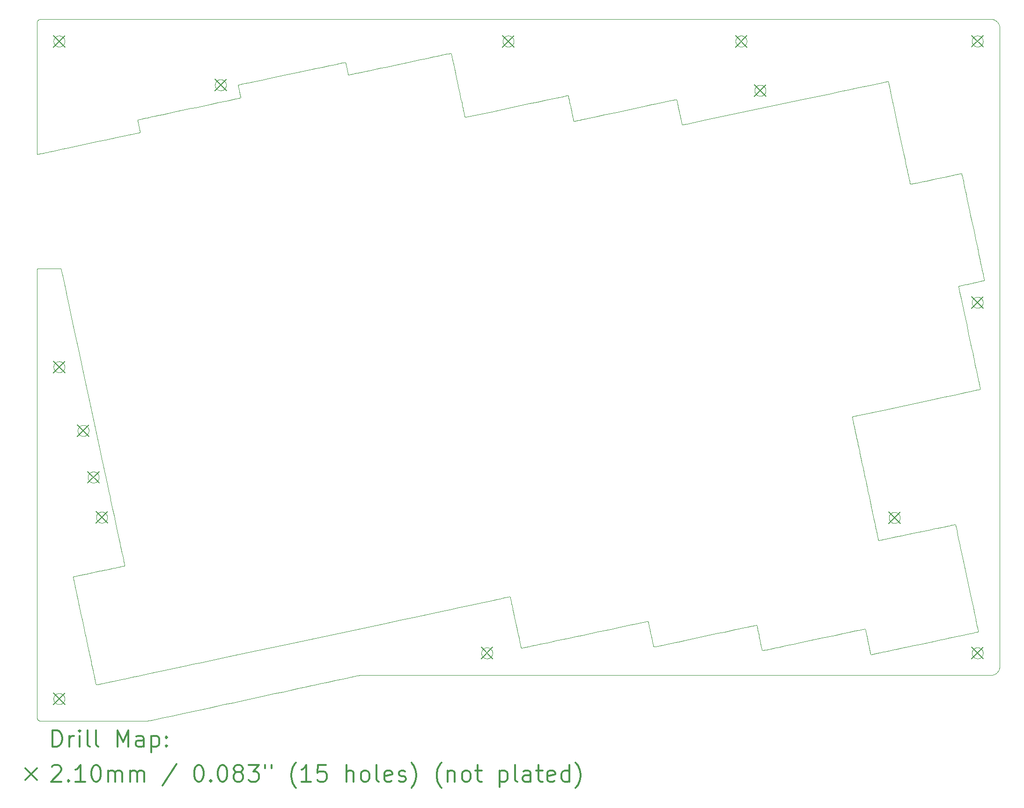
<source format=gbr>
%FSLAX45Y45*%
G04 Gerber Fmt 4.5, Leading zero omitted, Abs format (unit mm)*
G04 Created by KiCad (PCBNEW (5.1.5-0-10_14)) date 2020-05-14 05:20:09*
%MOMM*%
%LPD*%
G04 APERTURE LIST*
%TA.AperFunction,Profile*%
%ADD10C,0.050000*%
%TD*%
%ADD11C,0.200000*%
%ADD12C,0.300000*%
G04 APERTURE END LIST*
D10*
X14244653Y-14820565D02*
X14244532Y-14815621D01*
X14244532Y-14815621D02*
X14244189Y-14810896D01*
X14244189Y-14810896D02*
X14243624Y-14806196D01*
X14243624Y-14806196D02*
X14242881Y-14801756D01*
X14242881Y-14801756D02*
X14241998Y-14797612D01*
X14241998Y-14797612D02*
X14240955Y-14793569D01*
X14240955Y-14793569D02*
X14239786Y-14789703D01*
X14239786Y-14789703D02*
X14238492Y-14785977D01*
X14238492Y-14785977D02*
X14237064Y-14782337D01*
X14237064Y-14782337D02*
X14235515Y-14778802D01*
X14235515Y-14778802D02*
X14233861Y-14775390D01*
X14233861Y-14775390D02*
X14232083Y-14772051D01*
X14232083Y-14772051D02*
X14230203Y-14768821D01*
X14230203Y-14768821D02*
X14228249Y-14765732D01*
X14228249Y-14765732D02*
X14226208Y-14762751D01*
X14226208Y-14762751D02*
X14224064Y-14759849D01*
X14224064Y-14759849D02*
X14221842Y-14757056D01*
X14221842Y-14757056D02*
X14219475Y-14754290D01*
X14219475Y-14754290D02*
X14217061Y-14751666D01*
X14217061Y-14751666D02*
X14214503Y-14749077D01*
X14214503Y-14749077D02*
X14211798Y-14746531D01*
X14211798Y-14746531D02*
X14209056Y-14744134D01*
X14209056Y-14744134D02*
X14206257Y-14741860D01*
X14206257Y-14741860D02*
X14203377Y-14739685D01*
X14203377Y-14739685D02*
X14200166Y-14737446D01*
X14200166Y-14737446D02*
X14197123Y-14735488D01*
X14197123Y-14735488D02*
X14193973Y-14733619D01*
X14193973Y-14733619D02*
X14190683Y-14731829D01*
X14190683Y-14731829D02*
X14187285Y-14730143D01*
X14187285Y-14730143D02*
X14183712Y-14728538D01*
X14183712Y-14728538D02*
X14179689Y-14726928D01*
X14179689Y-14726928D02*
X14175967Y-14725616D01*
X14175967Y-14725616D02*
X14172087Y-14724421D01*
X14172087Y-14724421D02*
X14168122Y-14723375D01*
X14168122Y-14723375D02*
X14163866Y-14722445D01*
X14163866Y-14722445D02*
X14159505Y-14721691D01*
X14159505Y-14721691D02*
X14155003Y-14721118D01*
X14155003Y-14721118D02*
X14150323Y-14720740D01*
X14150323Y-14720740D02*
X14145382Y-14720577D01*
X14145382Y-14720577D02*
X14144492Y-14720574D01*
X23062263Y-10032089D02*
X23062521Y-10036901D01*
X23062521Y-10036901D02*
X23061580Y-10040962D01*
X23061580Y-10040962D02*
X23059864Y-10044306D01*
X23059864Y-10044306D02*
X23057571Y-10047023D01*
X23057571Y-10047023D02*
X23054678Y-10049203D01*
X23054678Y-10049203D02*
X23051180Y-10050727D01*
X23051180Y-10050727D02*
X23049901Y-10051055D01*
X22673219Y-8195898D02*
X22677134Y-8214375D01*
X22677134Y-8214375D02*
X22690045Y-8275315D01*
X22690045Y-8275315D02*
X22718682Y-8410484D01*
X22718682Y-8410484D02*
X22771699Y-8660723D01*
X22771699Y-8660723D02*
X22818467Y-8881469D01*
X22818467Y-8881469D02*
X22851157Y-9035766D01*
X22851157Y-9035766D02*
X22884261Y-9192012D01*
X22884261Y-9192012D02*
X22908831Y-9307982D01*
X22908831Y-9307982D02*
X22920917Y-9365027D01*
X22920917Y-9365027D02*
X22928878Y-9402601D01*
X22928878Y-9402601D02*
X22940649Y-9458157D01*
X22940649Y-9458157D02*
X22955915Y-9530207D01*
X22955915Y-9530207D02*
X22970614Y-9599584D01*
X22970614Y-9599584D02*
X22984644Y-9665802D01*
X22984644Y-9665802D02*
X22997902Y-9728375D01*
X22997902Y-9728375D02*
X23010285Y-9786817D01*
X23010285Y-9786817D02*
X23018903Y-9827489D01*
X23018903Y-9827489D02*
X23024342Y-9853155D01*
X23024342Y-9853155D02*
X23029504Y-9877516D01*
X23029504Y-9877516D02*
X23034376Y-9900509D01*
X23034376Y-9900509D02*
X23038946Y-9922074D01*
X23038946Y-9922074D02*
X23043200Y-9942151D01*
X23043200Y-9942151D02*
X23047127Y-9960679D01*
X23047127Y-9960679D02*
X23050712Y-9977596D01*
X23050712Y-9977596D02*
X23053943Y-9992843D01*
X23053943Y-9992843D02*
X23056115Y-10003089D01*
X23056115Y-10003089D02*
X23057453Y-10009402D01*
X23057453Y-10009402D02*
X23059293Y-10018080D01*
X23059293Y-10018080D02*
X23060887Y-10025600D01*
X23060887Y-10025600D02*
X23061832Y-10030060D01*
X23061832Y-10030060D02*
X23062263Y-10032089D01*
X17575778Y-4814633D02*
X17577783Y-4823898D01*
X17577783Y-4823898D02*
X17578700Y-4828137D01*
X17578700Y-4828137D02*
X17580184Y-4834997D01*
X17580184Y-4834997D02*
X17582377Y-4845136D01*
X17582377Y-4845136D02*
X17584788Y-4856280D01*
X17584788Y-4856280D02*
X17587399Y-4868350D01*
X17587399Y-4868350D02*
X17590192Y-4881265D01*
X17590192Y-4881265D02*
X17593150Y-4894945D01*
X17593150Y-4894945D02*
X17595471Y-4905677D01*
X17595471Y-4905677D02*
X17597058Y-4913015D01*
X17597058Y-4913015D02*
X17599492Y-4924275D01*
X17599492Y-4924275D02*
X17602842Y-4939765D01*
X17602842Y-4939765D02*
X17606287Y-4955697D01*
X17606287Y-4955697D02*
X17609810Y-4971991D01*
X17609810Y-4971991D02*
X17613393Y-4988567D01*
X17613393Y-4988567D02*
X17617020Y-5005344D01*
X17617020Y-5005344D02*
X17620673Y-5022241D01*
X17620673Y-5022241D02*
X17624334Y-5039178D01*
X17624334Y-5039178D02*
X17627986Y-5056075D01*
X17627986Y-5056075D02*
X17631612Y-5072851D01*
X17631612Y-5072851D02*
X17635194Y-5089425D01*
X17635194Y-5089425D02*
X17638715Y-5105717D01*
X17638715Y-5105717D02*
X17641302Y-5117690D01*
X17641302Y-5117690D02*
X17643000Y-5125549D01*
X17643000Y-5125549D02*
X17644673Y-5133293D01*
X17644673Y-5133293D02*
X17645909Y-5139014D01*
X17645909Y-5139014D02*
X17646928Y-5143727D01*
X17646928Y-5143727D02*
X17648736Y-5152098D01*
X17648736Y-5152098D02*
X17651072Y-5162908D01*
X17651072Y-5162908D02*
X17652587Y-5169922D01*
X17652587Y-5169922D02*
X17654064Y-5176760D01*
X17654064Y-5176760D02*
X17655500Y-5183411D01*
X17655500Y-5183411D02*
X17656894Y-5189867D01*
X17656894Y-5189867D02*
X17658244Y-5196115D01*
X17658244Y-5196115D02*
X17659224Y-5200654D01*
X17659224Y-5200654D02*
X17660800Y-5207954D01*
X17660800Y-5207954D02*
X17662002Y-5213524D01*
X17662002Y-5213524D02*
X17663151Y-5218847D01*
X17663151Y-5218847D02*
X17664507Y-5225130D01*
X17664507Y-5225130D02*
X17666256Y-5233236D01*
X17666256Y-5233236D02*
X17667170Y-5237473D01*
X17667170Y-5237473D02*
X17668802Y-5245045D01*
X17668802Y-5245045D02*
X17669165Y-5246729D01*
X17556813Y-4802365D02*
X17561585Y-4802066D01*
X17561585Y-4802066D02*
X17565691Y-4802992D01*
X17565691Y-4802992D02*
X17569015Y-4804686D01*
X17569015Y-4804686D02*
X17571785Y-4807026D01*
X17571785Y-4807026D02*
X17573941Y-4809904D01*
X17573941Y-4809904D02*
X17575458Y-4813392D01*
X17575458Y-4813392D02*
X17575778Y-4814633D01*
X17688131Y-5258997D02*
X17758132Y-5244167D01*
X17758132Y-5244167D02*
X18093599Y-5173096D01*
X18093599Y-5173096D02*
X18890006Y-5004370D01*
X18890006Y-5004370D02*
X19858908Y-4799100D01*
X19858908Y-4799100D02*
X20321815Y-4701030D01*
X20321815Y-4701030D02*
X20536565Y-4655533D01*
X20536565Y-4655533D02*
X20671649Y-4626915D01*
X20671649Y-4626915D02*
X20859996Y-4587012D01*
X20859996Y-4587012D02*
X21075199Y-4541420D01*
X21075199Y-4541420D02*
X21242980Y-4505875D01*
X21242980Y-4505875D02*
X21317531Y-4490081D01*
X21317531Y-4490081D02*
X21341626Y-4484977D01*
X21341626Y-4484977D02*
X21361746Y-4480714D01*
X21361746Y-4480714D02*
X21377757Y-4477322D01*
X21377757Y-4477322D02*
X21384000Y-4476000D01*
X17669165Y-5246729D02*
X17670464Y-5250454D01*
X17670464Y-5250454D02*
X17672451Y-5253522D01*
X17672451Y-5253522D02*
X17674995Y-5255989D01*
X17674995Y-5255989D02*
X17678175Y-5257910D01*
X17678175Y-5257910D02*
X17682001Y-5259102D01*
X17682001Y-5259102D02*
X17686943Y-5259203D01*
X17686943Y-5259203D02*
X17688131Y-5258997D01*
X9686707Y-4767601D02*
X9688359Y-4764163D01*
X9688359Y-4764163D02*
X9689184Y-4759949D01*
X9689184Y-4759949D02*
X9688824Y-4755510D01*
X23135669Y-8063284D02*
X23135931Y-8068050D01*
X23135931Y-8068050D02*
X23134986Y-8072153D01*
X23134986Y-8072153D02*
X23133285Y-8075476D01*
X23133285Y-8075476D02*
X23130975Y-8078222D01*
X23130975Y-8078222D02*
X23128127Y-8080379D01*
X23128127Y-8080379D02*
X23124646Y-8081914D01*
X23124646Y-8081914D02*
X23123392Y-8082241D01*
X22730539Y-6154288D02*
X22731438Y-6158526D01*
X22731438Y-6158526D02*
X22733589Y-6168666D01*
X22733589Y-6168666D02*
X22737534Y-6187261D01*
X22737534Y-6187261D02*
X22742457Y-6210464D01*
X22742457Y-6210464D02*
X22746173Y-6227977D01*
X22746173Y-6227977D02*
X22752370Y-6257187D01*
X22752370Y-6257187D02*
X22759411Y-6290368D01*
X22759411Y-6290368D02*
X22764475Y-6314238D01*
X22764475Y-6314238D02*
X22772601Y-6352536D01*
X22772601Y-6352536D02*
X22784471Y-6408473D01*
X22784471Y-6408473D02*
X22797365Y-6469240D01*
X22797365Y-6469240D02*
X22811176Y-6534330D01*
X22811176Y-6534330D02*
X22825796Y-6603232D01*
X22825796Y-6603232D02*
X22841118Y-6675438D01*
X22841118Y-6675438D02*
X22857034Y-6750441D01*
X22857034Y-6750441D02*
X22873434Y-6827732D01*
X22873434Y-6827732D02*
X22885998Y-6886938D01*
X22885998Y-6886938D02*
X22894461Y-6926822D01*
X22894461Y-6926822D02*
X22907261Y-6987141D01*
X22907261Y-6987141D02*
X22924471Y-7068242D01*
X22924471Y-7068242D02*
X22937419Y-7129258D01*
X22937419Y-7129258D02*
X22946045Y-7169903D01*
X22946045Y-7169903D02*
X22954650Y-7210453D01*
X22954650Y-7210453D02*
X22963221Y-7250843D01*
X22963221Y-7250843D02*
X22975994Y-7311031D01*
X22975994Y-7311031D02*
X22992772Y-7390094D01*
X22992772Y-7390094D02*
X23005100Y-7448183D01*
X23005100Y-7448183D02*
X23013186Y-7486283D01*
X23013186Y-7486283D02*
X23025088Y-7542368D01*
X23025088Y-7542368D02*
X23036620Y-7596705D01*
X23036620Y-7596705D02*
X23044113Y-7632007D01*
X23044113Y-7632007D02*
X23051423Y-7666451D01*
X23051423Y-7666451D02*
X23058538Y-7699973D01*
X23058538Y-7699973D02*
X23063730Y-7724439D01*
X23063730Y-7724439D02*
X23067128Y-7740449D01*
X23067128Y-7740449D02*
X23072126Y-7763996D01*
X23072126Y-7763996D02*
X23078573Y-7794371D01*
X23078573Y-7794371D02*
X23084771Y-7823569D01*
X23084771Y-7823569D02*
X23089238Y-7844617D01*
X23089238Y-7844617D02*
X23092137Y-7858274D01*
X23092137Y-7858274D02*
X23094966Y-7871601D01*
X23094966Y-7871601D02*
X23097724Y-7884591D01*
X23097724Y-7884591D02*
X23101731Y-7903469D01*
X23101731Y-7903469D02*
X23105549Y-7921453D01*
X23105549Y-7921453D02*
X23108003Y-7933012D01*
X23108003Y-7933012D02*
X23111544Y-7949689D01*
X23111544Y-7949689D02*
X23114877Y-7965392D01*
X23114877Y-7965392D02*
X23117001Y-7975394D01*
X23117001Y-7975394D02*
X23118534Y-7982614D01*
X23118534Y-7982614D02*
X23119530Y-7987306D01*
X23119530Y-7987306D02*
X23120986Y-7994160D01*
X23120986Y-7994160D02*
X23122844Y-8002910D01*
X23122844Y-8002910D02*
X23124610Y-8011226D01*
X23124610Y-8011226D02*
X23126282Y-8019102D01*
X23126282Y-8019102D02*
X23127859Y-8026528D01*
X23127859Y-8026528D02*
X23130055Y-8036867D01*
X23130055Y-8036867D02*
X23132003Y-8046033D01*
X23132003Y-8046033D02*
X23132893Y-8050227D01*
X23132893Y-8050227D02*
X23134257Y-8056646D01*
X23134257Y-8056646D02*
X23135228Y-8061212D01*
X23135228Y-8061212D02*
X23135669Y-8063284D01*
X22685496Y-8176941D02*
X22681715Y-8178262D01*
X22681715Y-8178262D02*
X22678678Y-8180232D01*
X22678678Y-8180232D02*
X22676094Y-8182925D01*
X22676094Y-8182925D02*
X22674223Y-8186094D01*
X22674223Y-8186094D02*
X22673061Y-8189992D01*
X22673061Y-8189992D02*
X22673054Y-8195015D01*
X22673054Y-8195015D02*
X22673219Y-8195898D01*
X23123392Y-8082241D02*
X23108260Y-8085513D01*
X23108260Y-8085513D02*
X23063132Y-8095272D01*
X23063132Y-8095272D02*
X23004889Y-8107866D01*
X23004889Y-8107866D02*
X22955633Y-8118518D01*
X22955633Y-8118518D02*
X22921595Y-8125878D01*
X22921595Y-8125878D02*
X22895821Y-8131452D01*
X22895821Y-8131452D02*
X22878679Y-8135159D01*
X22878679Y-8135159D02*
X22853193Y-8140670D01*
X22853193Y-8140670D02*
X22820141Y-8147818D01*
X22820141Y-8147818D02*
X22788731Y-8154611D01*
X22788731Y-8154611D02*
X22759617Y-8160907D01*
X22759617Y-8160907D02*
X22739791Y-8165195D01*
X22739791Y-8165195D02*
X22727572Y-8167838D01*
X22727572Y-8167838D02*
X22716296Y-8170277D01*
X22716296Y-8170277D02*
X22706045Y-8172495D01*
X22706045Y-8172495D02*
X22696901Y-8174473D01*
X22696901Y-8174473D02*
X22690858Y-8175780D01*
X22690858Y-8175780D02*
X22686338Y-8176758D01*
X22686338Y-8176758D02*
X22685496Y-8176941D01*
X9656905Y-4534217D02*
X9661164Y-4533321D01*
X9661164Y-4533321D02*
X9671350Y-4531180D01*
X9671350Y-4531180D02*
X9683478Y-4528630D01*
X9683478Y-4528630D02*
X9697486Y-4525685D01*
X9697486Y-4525685D02*
X9713309Y-4522359D01*
X9713309Y-4522359D02*
X9730883Y-4518665D01*
X9730883Y-4518665D02*
X9760190Y-4512504D01*
X9760190Y-4512504D02*
X9829058Y-4498028D01*
X9829058Y-4498028D02*
X9941262Y-4474442D01*
X9941262Y-4474442D02*
X10071806Y-4447001D01*
X10071806Y-4447001D02*
X10216613Y-4416562D01*
X10216613Y-4416562D02*
X10371606Y-4383983D01*
X10371606Y-4383983D02*
X10532706Y-4350120D01*
X10532706Y-4350120D02*
X10695838Y-4315830D01*
X10695838Y-4315830D02*
X10816907Y-4290381D01*
X10816907Y-4290381D02*
X10896173Y-4273720D01*
X10896173Y-4273720D02*
X10973653Y-4257433D01*
X10973653Y-4257433D02*
X11048838Y-4241630D01*
X11048838Y-4241630D02*
X11156643Y-4218970D01*
X11156643Y-4218970D02*
X11287123Y-4191543D01*
X11287123Y-4191543D02*
X11399248Y-4167975D01*
X11399248Y-4167975D02*
X11488939Y-4149123D01*
X11488939Y-4149123D02*
X11538108Y-4138788D01*
X11538108Y-4138788D02*
X11562306Y-4133702D01*
X11562306Y-4133702D02*
X11571133Y-4131847D01*
X9688824Y-4755510D02*
X9687414Y-4749070D01*
X9687414Y-4749070D02*
X9686362Y-4744264D01*
X9686362Y-4744264D02*
X9685230Y-4739089D01*
X9685230Y-4739089D02*
X9684329Y-4734972D01*
X9684329Y-4734972D02*
X9682748Y-4727743D01*
X9682748Y-4727743D02*
X9680727Y-4718499D01*
X9680727Y-4718499D02*
X9677836Y-4705282D01*
X9677836Y-4705282D02*
X9675552Y-4694836D01*
X9675552Y-4694836D02*
X9673991Y-4687694D01*
X9673991Y-4687694D02*
X9671602Y-4676770D01*
X9671602Y-4676770D02*
X9669168Y-4665641D01*
X9669168Y-4665641D02*
X9667534Y-4658171D01*
X9667534Y-4658171D02*
X9665897Y-4650688D01*
X9665897Y-4650688D02*
X9664262Y-4643217D01*
X9664262Y-4643217D02*
X9662637Y-4635788D01*
X9662637Y-4635788D02*
X9661427Y-4630262D01*
X9661427Y-4630262D02*
X9659831Y-4622970D01*
X9659831Y-4622970D02*
X9658455Y-4616685D01*
X9658455Y-4616685D02*
X9657485Y-4612258D01*
X9657485Y-4612258D02*
X9655963Y-4605307D01*
X9655963Y-4605307D02*
X9654480Y-4598539D01*
X9654480Y-4598539D02*
X9653043Y-4591983D01*
X9653043Y-4591983D02*
X9651658Y-4585666D01*
X9651658Y-4585666D02*
X9650331Y-4579614D01*
X9650331Y-4579614D02*
X9649067Y-4573856D01*
X9649067Y-4573856D02*
X9648018Y-4569082D01*
X9648018Y-4569082D02*
X9646753Y-4563328D01*
X9646753Y-4563328D02*
X9645716Y-4558613D01*
X9645716Y-4558613D02*
X9644654Y-4553794D01*
X9644654Y-4553794D02*
X9644543Y-4553292D01*
X15727674Y-5194812D02*
X15736264Y-5192969D01*
X15736264Y-5192969D02*
X15753352Y-5189303D01*
X15753352Y-5189303D02*
X15766830Y-5186412D01*
X15766830Y-5186412D02*
X15790055Y-5181429D01*
X15790055Y-5181429D02*
X15817362Y-5175571D01*
X15817362Y-5175571D02*
X15837370Y-5171279D01*
X15837370Y-5171279D02*
X15869967Y-5164285D01*
X15869967Y-5164285D02*
X15918508Y-5153871D01*
X15918508Y-5153871D02*
X16000148Y-5136355D01*
X16000148Y-5136355D02*
X16124801Y-5109610D01*
X16124801Y-5109610D02*
X16262998Y-5079959D01*
X16262998Y-5079959D02*
X16486735Y-5031955D01*
X16486735Y-5031955D02*
X16797940Y-4965183D01*
X16797940Y-4965183D02*
X17021661Y-4917182D01*
X17021661Y-4917182D02*
X17126020Y-4894791D01*
X17126020Y-4894791D02*
X17191964Y-4880642D01*
X17191964Y-4880642D02*
X17254279Y-4867272D01*
X17254279Y-4867272D02*
X17312481Y-4854785D01*
X17312481Y-4854785D02*
X17366086Y-4843283D01*
X17366086Y-4843283D02*
X17414612Y-4832872D01*
X17414612Y-4832872D02*
X17457573Y-4823655D01*
X17457573Y-4823655D02*
X17494486Y-4815735D01*
X17494486Y-4815735D02*
X17517696Y-4810756D01*
X17517696Y-4810756D02*
X17531163Y-4807867D01*
X17531163Y-4807867D02*
X17542846Y-4805361D01*
X17542846Y-4805361D02*
X17549141Y-4804010D01*
X17549141Y-4804010D02*
X17554789Y-4802799D01*
X17554789Y-4802799D02*
X17556813Y-4802365D01*
X15715651Y-5192602D02*
X15719133Y-5194299D01*
X15719133Y-5194299D02*
X15723300Y-5195137D01*
X15723300Y-5195137D02*
X15727674Y-5194812D01*
X22723681Y-6144196D02*
X22726435Y-6146469D01*
X22726435Y-6146469D02*
X22728633Y-6149352D01*
X22728633Y-6149352D02*
X22730196Y-6152922D01*
X22730196Y-6152922D02*
X22730539Y-6154288D01*
X22711573Y-6141961D02*
X22716338Y-6141675D01*
X22716338Y-6141675D02*
X22720515Y-6142611D01*
X22720515Y-6142611D02*
X22723681Y-6144196D01*
X9646745Y-4541185D02*
X9649020Y-4538437D01*
X9649020Y-4538437D02*
X9651867Y-4536224D01*
X9651867Y-4536224D02*
X9655292Y-4534646D01*
X9655292Y-4534646D02*
X9656905Y-4534217D01*
X15708709Y-5182501D02*
X15709988Y-5186242D01*
X15709988Y-5186242D02*
X15711974Y-5189317D01*
X15711974Y-5189317D02*
X15714541Y-5191812D01*
X15714541Y-5191812D02*
X15715651Y-5192602D01*
X15615152Y-4743115D02*
X15616298Y-4748501D01*
X15616298Y-4748501D02*
X15617590Y-4754569D01*
X15617590Y-4754569D02*
X15619040Y-4761382D01*
X15619040Y-4761382D02*
X15620077Y-4766254D01*
X15620077Y-4766254D02*
X15621735Y-4774038D01*
X15621735Y-4774038D02*
X15624145Y-4785356D01*
X15624145Y-4785356D02*
X15626756Y-4797619D01*
X15626756Y-4797619D02*
X15630992Y-4817513D01*
X15630992Y-4817513D02*
X15637213Y-4846725D01*
X15637213Y-4846725D02*
X15643925Y-4878239D01*
X15643925Y-4878239D02*
X15650987Y-4911398D01*
X15650987Y-4911398D02*
X15656432Y-4936967D01*
X15656432Y-4936967D02*
X15660095Y-4954164D01*
X15660095Y-4954164D02*
X15665601Y-4980020D01*
X15665601Y-4980020D02*
X15672873Y-5014168D01*
X15672873Y-5014168D02*
X15679935Y-5047330D01*
X15679935Y-5047330D02*
X15684995Y-5071093D01*
X15684995Y-5071093D02*
X15688237Y-5086318D01*
X15688237Y-5086318D02*
X15691348Y-5100927D01*
X15691348Y-5100927D02*
X15693211Y-5109679D01*
X15693211Y-5109679D02*
X15695019Y-5118172D01*
X15695019Y-5118172D02*
X15697104Y-5127968D01*
X15697104Y-5127968D02*
X15699075Y-5137225D01*
X15699075Y-5137225D02*
X15700331Y-5143127D01*
X15700331Y-5143127D02*
X15702125Y-5151557D01*
X15702125Y-5151557D02*
X15703783Y-5159345D01*
X15703783Y-5159345D02*
X15704820Y-5164220D01*
X15704820Y-5164220D02*
X15705797Y-5168813D01*
X15705797Y-5168813D02*
X15706712Y-5173113D01*
X15706712Y-5173113D02*
X15708345Y-5180794D01*
X15708345Y-5180794D02*
X15708709Y-5182501D01*
X9644543Y-4553292D02*
X9644266Y-4548563D01*
X9644266Y-4548563D02*
X9645187Y-4544347D01*
X9645187Y-4544347D02*
X9646745Y-4541185D01*
X23014765Y-14920641D02*
X23019683Y-14920522D01*
X23019683Y-14920522D02*
X23024462Y-14920179D01*
X23024462Y-14920179D02*
X23029039Y-14919634D01*
X23029039Y-14919634D02*
X23033359Y-14918923D01*
X23033359Y-14918923D02*
X23037500Y-14918057D01*
X23037500Y-14918057D02*
X23041522Y-14917038D01*
X23041522Y-14917038D02*
X23045385Y-14915888D01*
X23045385Y-14915888D02*
X23049127Y-14914609D01*
X23049127Y-14914609D02*
X23053013Y-14913102D01*
X23053013Y-14913102D02*
X23056611Y-14911535D01*
X23056611Y-14911535D02*
X23060337Y-14909730D01*
X23060337Y-14909730D02*
X23063678Y-14907945D01*
X23063678Y-14907945D02*
X23067200Y-14905881D01*
X23067200Y-14905881D02*
X23070252Y-14903931D01*
X23070252Y-14903931D02*
X23073227Y-14901876D01*
X23073227Y-14901876D02*
X23076124Y-14899717D01*
X23076124Y-14899717D02*
X23078924Y-14897470D01*
X23078924Y-14897470D02*
X23081640Y-14895126D01*
X23081640Y-14895126D02*
X23084310Y-14892649D01*
X23084310Y-14892649D02*
X23087383Y-14889563D01*
X23087383Y-14889563D02*
X23090023Y-14886685D01*
X23090023Y-14886685D02*
X23092336Y-14883968D01*
X23092336Y-14883968D02*
X23094689Y-14880989D01*
X23094689Y-14880989D02*
X23096822Y-14878074D01*
X23096822Y-14878074D02*
X23098871Y-14875050D01*
X23098871Y-14875050D02*
X23100850Y-14871883D01*
X23100850Y-14871883D02*
X23102803Y-14868473D01*
X23102803Y-14868473D02*
X23104633Y-14864964D01*
X23104633Y-14864964D02*
X23106249Y-14861549D01*
X23106249Y-14861549D02*
X23107753Y-14858029D01*
X23107753Y-14858029D02*
X23109266Y-14854044D01*
X23109266Y-14854044D02*
X23110521Y-14850275D01*
X23110521Y-14850275D02*
X23111648Y-14846366D01*
X23111648Y-14846366D02*
X23112636Y-14842318D01*
X23112636Y-14842318D02*
X23113485Y-14838053D01*
X23113485Y-14838053D02*
X23114154Y-14833705D01*
X23114154Y-14833705D02*
X23114644Y-14829179D01*
X23114644Y-14829179D02*
X23114938Y-14824394D01*
X23114938Y-14824394D02*
X23115010Y-14820565D01*
X6407398Y-15748935D02*
X6407398Y-15748935D01*
X22914943Y-14820565D02*
X22915069Y-14825636D01*
X22915069Y-14825636D02*
X22915416Y-14830365D01*
X22915416Y-14830365D02*
X22915953Y-14834837D01*
X22915953Y-14834837D02*
X22916684Y-14839245D01*
X22916684Y-14839245D02*
X22917560Y-14843397D01*
X22917560Y-14843397D02*
X22918580Y-14847392D01*
X22918580Y-14847392D02*
X22919747Y-14851283D01*
X22919747Y-14851283D02*
X22921033Y-14855017D01*
X22921033Y-14855017D02*
X22922445Y-14858647D01*
X22922445Y-14858647D02*
X22923969Y-14862154D01*
X22923969Y-14862154D02*
X22925639Y-14865625D01*
X22925639Y-14865625D02*
X22927427Y-14869003D01*
X22927427Y-14869003D02*
X22929319Y-14872271D01*
X22929319Y-14872271D02*
X22931577Y-14875837D01*
X22931577Y-14875837D02*
X22933694Y-14878902D01*
X22933694Y-14878902D02*
X22935873Y-14881824D01*
X22935873Y-14881824D02*
X22938203Y-14884720D01*
X22938203Y-14884720D02*
X22940586Y-14887470D01*
X22940586Y-14887470D02*
X22943039Y-14890105D01*
X22943039Y-14890105D02*
X22945558Y-14892623D01*
X22945558Y-14892623D02*
X22948177Y-14895063D01*
X22948177Y-14895063D02*
X22950911Y-14897434D01*
X22950911Y-14897434D02*
X22953744Y-14899717D01*
X22953744Y-14899717D02*
X22956630Y-14901876D01*
X22956630Y-14901876D02*
X22959625Y-14903952D01*
X22959625Y-14903952D02*
X22962891Y-14906038D01*
X22962891Y-14906038D02*
X22966141Y-14907945D01*
X22966141Y-14907945D02*
X22969467Y-14909730D01*
X22969467Y-14909730D02*
X22973021Y-14911463D01*
X22973021Y-14911463D02*
X22976581Y-14913029D01*
X22976581Y-14913029D02*
X22980193Y-14914451D01*
X22980193Y-14914451D02*
X22983944Y-14915758D01*
X22983944Y-14915758D02*
X22987834Y-14916939D01*
X22987834Y-14916939D02*
X22991863Y-14917982D01*
X22991863Y-14917982D02*
X22995994Y-14918865D01*
X22995994Y-14918865D02*
X23000300Y-14919592D01*
X23000300Y-14919592D02*
X23004823Y-14920148D01*
X23004823Y-14920148D02*
X23009524Y-14920504D01*
X23009524Y-14920504D02*
X23014483Y-14920640D01*
X23014483Y-14920640D02*
X23014765Y-14920641D01*
X14144492Y-14920641D02*
X14149443Y-14920520D01*
X14149443Y-14920520D02*
X14154135Y-14920182D01*
X14154135Y-14920182D02*
X14158610Y-14919653D01*
X14158610Y-14919653D02*
X14163214Y-14918894D01*
X14163214Y-14918894D02*
X14167348Y-14918022D01*
X14167348Y-14918022D02*
X14171362Y-14916996D01*
X14171362Y-14916996D02*
X14175219Y-14915841D01*
X14175219Y-14915841D02*
X14178954Y-14914557D01*
X14178954Y-14914557D02*
X14182833Y-14913043D01*
X14182833Y-14913043D02*
X14186321Y-14911519D01*
X14186321Y-14911519D02*
X14189739Y-14909867D01*
X14189739Y-14909867D02*
X14193083Y-14908092D01*
X14193083Y-14908092D02*
X14196351Y-14906195D01*
X14196351Y-14906195D02*
X14199539Y-14904181D01*
X14199539Y-14904181D02*
X14202767Y-14901963D01*
X14202767Y-14901963D02*
X14205694Y-14899786D01*
X14205694Y-14899786D02*
X14208596Y-14897458D01*
X14208596Y-14897458D02*
X14211295Y-14895126D01*
X14211295Y-14895126D02*
X14213964Y-14892649D01*
X14213964Y-14892649D02*
X14216620Y-14889997D01*
X14216620Y-14889997D02*
X14219250Y-14887163D01*
X14219250Y-14887163D02*
X14221627Y-14884403D01*
X14221627Y-14884403D02*
X14224064Y-14881348D01*
X14224064Y-14881348D02*
X14226382Y-14878197D01*
X14226382Y-14878197D02*
X14228476Y-14875113D01*
X14228476Y-14875113D02*
X14230418Y-14872013D01*
X14230418Y-14872013D02*
X14232449Y-14868473D01*
X14232449Y-14868473D02*
X14234278Y-14864964D01*
X14234278Y-14864964D02*
X14235894Y-14861549D01*
X14235894Y-14861549D02*
X14237396Y-14858029D01*
X14237396Y-14858029D02*
X14238909Y-14854044D01*
X14238909Y-14854044D02*
X14240164Y-14850275D01*
X14240164Y-14850275D02*
X14241291Y-14846366D01*
X14241291Y-14846366D02*
X14242279Y-14842318D01*
X14242279Y-14842318D02*
X14243128Y-14838053D01*
X14243128Y-14838053D02*
X14243796Y-14833705D01*
X14243796Y-14833705D02*
X14244286Y-14829179D01*
X14244286Y-14829179D02*
X14244580Y-14824394D01*
X14244580Y-14824394D02*
X14244653Y-14820565D01*
X23115010Y-14820565D02*
X23114889Y-14815621D01*
X23114889Y-14815621D02*
X23114547Y-14810896D01*
X23114547Y-14810896D02*
X23113982Y-14806196D01*
X23113982Y-14806196D02*
X23113238Y-14801756D01*
X23113238Y-14801756D02*
X23112355Y-14797612D01*
X23112355Y-14797612D02*
X23111312Y-14793569D01*
X23111312Y-14793569D02*
X23110142Y-14789703D01*
X23110142Y-14789703D02*
X23108848Y-14785977D01*
X23108848Y-14785977D02*
X23107420Y-14782337D01*
X23107420Y-14782337D02*
X23105871Y-14778802D01*
X23105871Y-14778802D02*
X23104216Y-14775390D01*
X23104216Y-14775390D02*
X23102438Y-14772051D01*
X23102438Y-14772051D02*
X23100557Y-14768821D01*
X23100557Y-14768821D02*
X23098602Y-14765732D01*
X23098602Y-14765732D02*
X23096561Y-14762751D01*
X23096561Y-14762751D02*
X23094415Y-14759849D01*
X23094415Y-14759849D02*
X23092193Y-14757056D01*
X23092193Y-14757056D02*
X23089724Y-14754178D01*
X23089724Y-14754178D02*
X23087280Y-14751530D01*
X23087280Y-14751530D02*
X23084729Y-14748959D01*
X23084729Y-14748959D02*
X23082142Y-14746531D01*
X23082142Y-14746531D02*
X23079399Y-14744134D01*
X23079399Y-14744134D02*
X23076599Y-14741860D01*
X23076599Y-14741860D02*
X23073746Y-14739708D01*
X23073746Y-14739708D02*
X23070753Y-14737614D01*
X23070753Y-14737614D02*
X23067585Y-14735567D01*
X23067585Y-14735567D02*
X23064370Y-14733656D01*
X23064370Y-14733656D02*
X23061011Y-14731829D01*
X23061011Y-14731829D02*
X23057662Y-14730167D01*
X23057662Y-14730167D02*
X23054139Y-14728583D01*
X23054139Y-14728583D02*
X23050455Y-14727098D01*
X23050455Y-14727098D02*
X23046737Y-14725768D01*
X23046737Y-14725768D02*
X23042878Y-14724560D01*
X23042878Y-14724560D02*
X23038879Y-14723486D01*
X23038879Y-14723486D02*
X23034587Y-14722528D01*
X23034587Y-14722528D02*
X23030324Y-14721771D01*
X23030324Y-14721771D02*
X23025883Y-14721181D01*
X23025883Y-14721181D02*
X23021263Y-14720780D01*
X23021263Y-14720780D02*
X23016303Y-14720585D01*
X23016303Y-14720585D02*
X23014765Y-14720574D01*
X21413633Y-12371158D02*
X21413767Y-12376389D01*
X21413767Y-12376389D02*
X21414126Y-12381156D01*
X21414126Y-12381156D02*
X21414704Y-12385858D01*
X21414704Y-12385858D02*
X21415430Y-12390145D01*
X21415430Y-12390145D02*
X21416317Y-12394293D01*
X21416317Y-12394293D02*
X21417364Y-12398338D01*
X21417364Y-12398338D02*
X21418620Y-12402461D01*
X21418620Y-12402461D02*
X21419973Y-12406309D01*
X21419973Y-12406309D02*
X21421402Y-12409909D01*
X21421402Y-12409909D02*
X21422941Y-12413386D01*
X21422941Y-12413386D02*
X21424745Y-12417062D01*
X21424745Y-12417062D02*
X21426543Y-12420388D01*
X21426543Y-12420388D02*
X21428402Y-12423541D01*
X21428402Y-12423541D02*
X21430413Y-12426681D01*
X21430413Y-12426681D02*
X21432481Y-12429663D01*
X21432481Y-12429663D02*
X21434630Y-12432536D01*
X21434630Y-12432536D02*
X21436866Y-12435313D01*
X21436866Y-12435313D02*
X21439209Y-12438022D01*
X21439209Y-12438022D02*
X21441673Y-12440671D01*
X21441673Y-12440671D02*
X21444243Y-12443242D01*
X21444243Y-12443242D02*
X21446834Y-12445657D01*
X21446834Y-12445657D02*
X21449567Y-12448027D01*
X21449567Y-12448027D02*
X21452399Y-12450310D01*
X21452399Y-12450310D02*
X21455284Y-12452469D01*
X21455284Y-12452469D02*
X21458279Y-12454545D01*
X21458279Y-12454545D02*
X21461544Y-12456632D01*
X21461544Y-12456632D02*
X21464794Y-12458538D01*
X21464794Y-12458538D02*
X21468121Y-12460323D01*
X21468121Y-12460323D02*
X21471675Y-12462056D01*
X21471675Y-12462056D02*
X21475236Y-12463622D01*
X21475236Y-12463622D02*
X21478957Y-12465084D01*
X21478957Y-12465084D02*
X21483003Y-12466481D01*
X21483003Y-12466481D02*
X21486977Y-12467667D01*
X21486977Y-12467667D02*
X21490979Y-12468681D01*
X21490979Y-12468681D02*
X21495159Y-12469552D01*
X21495159Y-12469552D02*
X21499593Y-12470274D01*
X21499593Y-12470274D02*
X21504287Y-12470816D01*
X21504287Y-12470816D02*
X21509044Y-12471138D01*
X21509044Y-12471138D02*
X21513455Y-12471234D01*
X21513455Y-12271167D02*
X21508566Y-12271285D01*
X21508566Y-12271285D02*
X21503854Y-12271626D01*
X21503854Y-12271626D02*
X21499127Y-12272194D01*
X21499127Y-12272194D02*
X21494814Y-12272916D01*
X21494814Y-12272916D02*
X21490565Y-12273820D01*
X21490565Y-12273820D02*
X21486421Y-12274894D01*
X21486421Y-12274894D02*
X21482420Y-12276115D01*
X21482420Y-12276115D02*
X21478671Y-12277431D01*
X21478671Y-12277431D02*
X21474991Y-12278891D01*
X21474991Y-12278891D02*
X21471521Y-12280427D01*
X21471521Y-12280427D02*
X21468121Y-12282091D01*
X21468121Y-12282091D02*
X21464531Y-12284025D01*
X21464531Y-12284025D02*
X21461287Y-12285943D01*
X21461287Y-12285943D02*
X21458216Y-12287915D01*
X21458216Y-12287915D02*
X21455162Y-12290038D01*
X21455162Y-12290038D02*
X21452281Y-12292202D01*
X21452281Y-12292202D02*
X21449480Y-12294466D01*
X21449480Y-12294466D02*
X21446750Y-12296840D01*
X21446750Y-12296840D02*
X21444162Y-12299257D01*
X21444162Y-12299257D02*
X21441491Y-12301940D01*
X21441491Y-12301940D02*
X21439047Y-12304581D01*
X21439047Y-12304581D02*
X21436698Y-12307309D01*
X21436698Y-12307309D02*
X21434435Y-12310136D01*
X21434435Y-12310136D02*
X21432273Y-12313045D01*
X21432273Y-12313045D02*
X21430163Y-12316111D01*
X21430163Y-12316111D02*
X21428175Y-12319243D01*
X21428175Y-12319243D02*
X21426302Y-12322451D01*
X21426302Y-12322451D02*
X21424468Y-12325885D01*
X21424468Y-12325885D02*
X21422813Y-12329294D01*
X21422813Y-12329294D02*
X21421285Y-12332772D01*
X21421285Y-12332772D02*
X21419853Y-12336407D01*
X21419853Y-12336407D02*
X21418525Y-12340220D01*
X21418525Y-12340220D02*
X21417359Y-12344062D01*
X21417359Y-12344062D02*
X21416317Y-12348081D01*
X21416317Y-12348081D02*
X21415386Y-12352449D01*
X21415386Y-12352449D02*
X21414659Y-12356808D01*
X21414659Y-12356808D02*
X21414110Y-12361345D01*
X21414110Y-12361345D02*
X21413759Y-12366101D01*
X21413759Y-12366101D02*
X21413633Y-12371158D01*
X15596187Y-4730796D02*
X15600905Y-4730502D01*
X15600905Y-4730502D02*
X15605176Y-4731475D01*
X15605176Y-4731475D02*
X15608491Y-4733190D01*
X15608491Y-4733190D02*
X15611205Y-4735499D01*
X15611205Y-4735499D02*
X15613348Y-4738375D01*
X15613348Y-4738375D02*
X15614851Y-4741896D01*
X15614851Y-4741896D02*
X15615152Y-4743115D01*
X13760275Y-5120982D02*
X13802439Y-5112021D01*
X13802439Y-5112021D02*
X13974889Y-5075369D01*
X13974889Y-5075369D02*
X14225095Y-5022192D01*
X14225095Y-5022192D02*
X14521958Y-4959098D01*
X14521958Y-4959098D02*
X14756272Y-4909299D01*
X14756272Y-4909299D02*
X14910540Y-4876512D01*
X14910540Y-4876512D02*
X15058980Y-4844964D01*
X15058980Y-4844964D02*
X15197702Y-4815481D01*
X15197702Y-4815481D02*
X15322821Y-4788890D01*
X15322821Y-4788890D02*
X15404756Y-4771477D01*
X15404756Y-4771477D02*
X15453468Y-4761124D01*
X15453468Y-4761124D02*
X15496593Y-4751960D01*
X15496593Y-4751960D02*
X15533644Y-4744086D01*
X15533644Y-4744086D02*
X15556937Y-4739136D01*
X15556937Y-4739136D02*
X15570452Y-4736264D01*
X15570452Y-4736264D02*
X15587581Y-4732624D01*
X15587581Y-4732624D02*
X15596187Y-4730796D01*
X7857823Y-5402728D02*
X7861603Y-5401416D01*
X7861603Y-5401416D02*
X7864696Y-5399405D01*
X7864696Y-5399405D02*
X7867195Y-5396801D01*
X7867195Y-5396801D02*
X7869070Y-5393648D01*
X7869070Y-5393648D02*
X7870301Y-5389404D01*
X7870301Y-5389404D02*
X7870213Y-5384360D01*
X7870213Y-5384360D02*
X7870099Y-5383779D01*
X7840805Y-5167337D02*
X7844937Y-5166453D01*
X7844937Y-5166453D02*
X7854792Y-5164343D01*
X7854792Y-5164343D02*
X7863458Y-5162489D01*
X7863458Y-5162489D02*
X7869764Y-5161139D01*
X7869764Y-5161139D02*
X7879998Y-5158949D01*
X7879998Y-5158949D02*
X7903268Y-5153970D01*
X7903268Y-5153970D02*
X7940288Y-5146048D01*
X7940288Y-5146048D02*
X7972244Y-5139211D01*
X7972244Y-5139211D02*
X7995218Y-5134295D01*
X7995218Y-5134295D02*
X8032064Y-5126411D01*
X8032064Y-5126411D02*
X8085849Y-5114903D01*
X8085849Y-5114903D02*
X8144251Y-5102408D01*
X8144251Y-5102408D02*
X8206783Y-5089028D01*
X8206783Y-5089028D02*
X8272961Y-5074869D01*
X8272961Y-5074869D02*
X8377696Y-5052461D01*
X8377696Y-5052461D02*
X8526094Y-5020711D01*
X8526094Y-5020711D02*
X8641527Y-4996014D01*
X8641527Y-4996014D02*
X8719375Y-4979359D01*
X8719375Y-4979359D02*
X8797469Y-4962651D01*
X8797469Y-4962651D02*
X8875321Y-4945994D01*
X8875321Y-4945994D02*
X8990767Y-4921295D01*
X8990767Y-4921295D02*
X9139196Y-4889539D01*
X9139196Y-4889539D02*
X9277919Y-4859860D01*
X9277919Y-4859860D02*
X9461728Y-4820536D01*
X9461728Y-4820536D02*
X9596980Y-4791600D01*
X9596980Y-4791600D02*
X9658011Y-4778543D01*
X9658011Y-4778543D02*
X9676547Y-4774577D01*
X7828443Y-5186286D02*
X7828181Y-5181516D01*
X7828181Y-5181516D02*
X7829138Y-5177388D01*
X7829138Y-5177388D02*
X7830837Y-5174088D01*
X7830837Y-5174088D02*
X7833133Y-5171369D01*
X7833133Y-5171369D02*
X7836070Y-5169166D01*
X7836070Y-5169166D02*
X7839635Y-5167632D01*
X7839635Y-5167632D02*
X7840805Y-5167337D01*
X13741309Y-5108689D02*
X13742608Y-5112421D01*
X13742608Y-5112421D02*
X13744595Y-5115496D01*
X13744595Y-5115496D02*
X13747141Y-5117970D01*
X13747141Y-5117970D02*
X13750286Y-5119880D01*
X13750286Y-5119880D02*
X13754145Y-5121089D01*
X13754145Y-5121089D02*
X13759087Y-5121189D01*
X13759087Y-5121189D02*
X13760275Y-5120982D01*
X13499332Y-3979811D02*
X13500359Y-3984598D01*
X13500359Y-3984598D02*
X13501931Y-3991926D01*
X13501931Y-3991926D02*
X13503249Y-3998070D01*
X13503249Y-3998070D02*
X13504702Y-4004843D01*
X13504702Y-4004843D02*
X13505732Y-4009645D01*
X13505732Y-4009645D02*
X13507367Y-4017269D01*
X13507367Y-4017269D02*
X13509731Y-4028293D01*
X13509731Y-4028293D02*
X13512289Y-4040221D01*
X13512289Y-4040221D02*
X13514336Y-4049767D01*
X13514336Y-4049767D02*
X13515753Y-4056377D01*
X13515753Y-4056377D02*
X13517215Y-4063194D01*
X13517215Y-4063194D02*
X13518720Y-4070214D01*
X13518720Y-4070214D02*
X13521051Y-4081090D01*
X13521051Y-4081090D02*
X13523486Y-4092446D01*
X13523486Y-4092446D02*
X13525155Y-4100234D01*
X13525155Y-4100234D02*
X13527727Y-4112232D01*
X13527727Y-4112232D02*
X13533114Y-4137358D01*
X13533114Y-4137358D02*
X13540802Y-4173225D01*
X13540802Y-4173225D02*
X13548988Y-4211413D01*
X13548988Y-4211413D02*
X13557612Y-4251648D01*
X13557612Y-4251648D02*
X13566616Y-4293657D01*
X13566616Y-4293657D02*
X13575942Y-4337168D01*
X13575942Y-4337168D02*
X13585531Y-4381907D01*
X13585531Y-4381907D02*
X13595325Y-4427602D01*
X13595325Y-4427602D02*
X13610264Y-4497304D01*
X13610264Y-4497304D02*
X13630377Y-4591151D01*
X13630377Y-4591151D02*
X13650257Y-4683907D01*
X13650257Y-4683907D02*
X13664699Y-4751291D01*
X13664699Y-4751291D02*
X13674025Y-4794803D01*
X13674025Y-4794803D02*
X13683029Y-4836815D01*
X13683029Y-4836815D02*
X13691653Y-4877052D01*
X13691653Y-4877052D02*
X13699839Y-4915242D01*
X13699839Y-4915242D02*
X13705638Y-4942299D01*
X13705638Y-4942299D02*
X13709347Y-4959603D01*
X13709347Y-4959603D02*
X13712913Y-4976241D01*
X13712913Y-4976241D02*
X13716330Y-4992181D01*
X13716330Y-4992181D02*
X13719589Y-5007386D01*
X13719589Y-5007386D02*
X13722684Y-5021825D01*
X13722684Y-5021825D02*
X13727026Y-5042075D01*
X13727026Y-5042075D02*
X13730910Y-5060192D01*
X13730910Y-5060192D02*
X13732695Y-5068519D01*
X13732695Y-5068519D02*
X13734101Y-5075076D01*
X13734101Y-5075076D02*
X13735437Y-5081307D01*
X13735437Y-5081307D02*
X13737391Y-5090422D01*
X13737391Y-5090422D02*
X13739131Y-5098532D01*
X13739131Y-5098532D02*
X13740282Y-5103899D01*
X13740282Y-5103899D02*
X13741309Y-5108689D01*
X9676547Y-4774577D02*
X9680310Y-4773288D01*
X9680310Y-4773288D02*
X9683401Y-4771312D01*
X9683401Y-4771312D02*
X9685894Y-4768754D01*
X9685894Y-4768754D02*
X9686707Y-4767601D01*
X23254964Y-3348909D02*
X6071525Y-3348909D01*
X6307576Y-9643037D02*
X6307710Y-9648268D01*
X6307710Y-9648268D02*
X6308068Y-9653035D01*
X6308068Y-9653035D02*
X6308624Y-9657580D01*
X6308624Y-9657580D02*
X6309373Y-9662022D01*
X6309373Y-9662022D02*
X6310287Y-9666282D01*
X6310287Y-9666282D02*
X6311338Y-9670324D01*
X6311338Y-9670324D02*
X6312515Y-9674188D01*
X6312515Y-9674188D02*
X6313936Y-9678234D01*
X6313936Y-9678234D02*
X6315389Y-9681884D01*
X6315389Y-9681884D02*
X6317052Y-9685615D01*
X6317052Y-9685615D02*
X6318757Y-9689063D01*
X6318757Y-9689063D02*
X6320541Y-9692351D01*
X6320541Y-9692351D02*
X6322463Y-9695596D01*
X6322463Y-9695596D02*
X6324439Y-9698667D01*
X6324439Y-9698667D02*
X6326501Y-9701629D01*
X6326501Y-9701629D02*
X6329221Y-9705219D01*
X6329221Y-9705219D02*
X6331510Y-9707999D01*
X6331510Y-9707999D02*
X6333895Y-9710693D01*
X6333895Y-9710693D02*
X6336691Y-9713619D01*
X6336691Y-9713619D02*
X6339244Y-9716097D01*
X6339244Y-9716097D02*
X6341941Y-9718534D01*
X6341941Y-9718534D02*
X6344711Y-9720860D01*
X6344711Y-9720860D02*
X6347534Y-9723063D01*
X6347534Y-9723063D02*
X6350452Y-9725177D01*
X6350452Y-9725177D02*
X6353448Y-9727187D01*
X6353448Y-9727187D02*
X6356550Y-9729109D01*
X6356550Y-9729109D02*
X6359793Y-9730956D01*
X6359793Y-9730956D02*
X6363143Y-9732700D01*
X6363143Y-9732700D02*
X6366566Y-9734320D01*
X6366566Y-9734320D02*
X6370199Y-9735869D01*
X6370199Y-9735869D02*
X6374011Y-9737315D01*
X6374011Y-9737315D02*
X6377823Y-9738584D01*
X6377823Y-9738584D02*
X6381979Y-9739777D01*
X6381979Y-9739777D02*
X6386131Y-9740775D01*
X6386131Y-9740775D02*
X6390406Y-9741608D01*
X6390406Y-9741608D02*
X6394762Y-9742259D01*
X6394762Y-9742259D02*
X6399334Y-9742732D01*
X6399334Y-9742732D02*
X6404225Y-9743004D01*
X6404225Y-9743004D02*
X6407398Y-9743054D01*
X6407398Y-9543055D02*
X6402508Y-9543173D01*
X6402508Y-9543173D02*
X6397797Y-9543512D01*
X6397797Y-9543512D02*
X6393225Y-9544058D01*
X6393225Y-9544058D02*
X6388910Y-9544772D01*
X6388910Y-9544772D02*
X6384658Y-9545669D01*
X6384658Y-9545669D02*
X6380474Y-9546745D01*
X6380474Y-9546745D02*
X6376508Y-9547948D01*
X6376508Y-9547948D02*
X6372756Y-9549257D01*
X6372756Y-9549257D02*
X6369074Y-9550710D01*
X6369074Y-9550710D02*
X6365566Y-9552255D01*
X6365566Y-9552255D02*
X6362063Y-9553964D01*
X6362063Y-9553964D02*
X6358737Y-9555749D01*
X6358737Y-9555749D02*
X6355486Y-9557654D01*
X6355486Y-9557654D02*
X6352347Y-9559657D01*
X6352347Y-9559657D02*
X6349349Y-9561728D01*
X6349349Y-9561728D02*
X6346460Y-9563882D01*
X6346460Y-9563882D02*
X6343308Y-9566424D01*
X6343308Y-9566424D02*
X6340609Y-9568775D01*
X6340609Y-9568775D02*
X6337970Y-9571246D01*
X6337970Y-9571246D02*
X6335421Y-9573810D01*
X6335421Y-9573810D02*
X6332989Y-9576437D01*
X6332989Y-9576437D02*
X6330640Y-9579163D01*
X6330640Y-9579163D02*
X6328389Y-9581974D01*
X6328389Y-9581974D02*
X6326216Y-9584897D01*
X6326216Y-9584897D02*
X6324106Y-9587963D01*
X6324106Y-9587963D02*
X6322118Y-9591094D01*
X6322118Y-9591094D02*
X6320245Y-9594302D01*
X6320245Y-9594302D02*
X6318411Y-9597736D01*
X6318411Y-9597736D02*
X6316756Y-9601145D01*
X6316756Y-9601145D02*
X6315228Y-9604624D01*
X6315228Y-9604624D02*
X6313776Y-9608314D01*
X6313776Y-9608314D02*
X6312468Y-9612074D01*
X6312468Y-9612074D02*
X6311301Y-9615918D01*
X6311301Y-9615918D02*
X6310256Y-9619958D01*
X6310256Y-9619958D02*
X6309351Y-9624196D01*
X6309351Y-9624196D02*
X6308624Y-9628517D01*
X6308624Y-9628517D02*
X6308068Y-9633056D01*
X6308068Y-9633056D02*
X6307710Y-9637815D01*
X6307710Y-9637815D02*
X6307576Y-9642795D01*
X6307576Y-9642795D02*
X6307576Y-9643037D01*
X6507559Y-9643037D02*
X6507438Y-9638095D01*
X6507438Y-9638095D02*
X6507095Y-9633371D01*
X6507095Y-9633371D02*
X6506553Y-9628828D01*
X6506553Y-9628828D02*
X6505838Y-9624502D01*
X6505838Y-9624502D02*
X6504935Y-9620222D01*
X6504935Y-9620222D02*
X6503913Y-9616234D01*
X6503913Y-9616234D02*
X6502751Y-9612366D01*
X6502751Y-9612366D02*
X6501457Y-9608619D01*
X6501457Y-9608619D02*
X6500021Y-9604941D01*
X6500021Y-9604941D02*
X6498485Y-9601421D01*
X6498485Y-9601421D02*
X6496844Y-9598023D01*
X6496844Y-9598023D02*
X6494989Y-9594533D01*
X6494989Y-9594533D02*
X6493090Y-9591271D01*
X6493090Y-9591271D02*
X6491072Y-9588089D01*
X6491072Y-9588089D02*
X6489005Y-9585081D01*
X6489005Y-9585081D02*
X6486786Y-9582093D01*
X6486786Y-9582093D02*
X6484437Y-9579163D01*
X6484437Y-9579163D02*
X6481880Y-9576213D01*
X6481880Y-9576213D02*
X6479422Y-9573581D01*
X6479422Y-9573581D02*
X6476654Y-9570830D01*
X6476654Y-9570830D02*
X6473781Y-9568188D01*
X6473781Y-9568188D02*
X6471068Y-9565872D01*
X6471068Y-9565872D02*
X6468257Y-9563641D01*
X6468257Y-9563641D02*
X6465305Y-9561466D01*
X6465305Y-9561466D02*
X6462319Y-9559429D01*
X6462319Y-9559429D02*
X6459127Y-9557419D01*
X6459127Y-9557419D02*
X6455890Y-9555546D01*
X6455890Y-9555546D02*
X6452509Y-9553758D01*
X6452509Y-9553758D02*
X6449089Y-9552112D01*
X6449089Y-9552112D02*
X6445598Y-9550593D01*
X6445598Y-9550593D02*
X6441932Y-9549164D01*
X6441932Y-9549164D02*
X6438125Y-9547854D01*
X6438125Y-9547854D02*
X6434268Y-9546698D01*
X6434268Y-9546698D02*
X6430273Y-9545678D01*
X6430273Y-9545678D02*
X6426120Y-9544801D01*
X6426120Y-9544801D02*
X6421788Y-9544080D01*
X6421788Y-9544080D02*
X6417239Y-9543531D01*
X6417239Y-9543531D02*
X6412149Y-9543165D01*
X6412149Y-9543165D02*
X6407398Y-9543055D01*
X6407398Y-9743054D02*
X6412349Y-9742934D01*
X6412349Y-9742934D02*
X6417041Y-9742596D01*
X6417041Y-9742596D02*
X6421516Y-9742068D01*
X6421516Y-9742068D02*
X6426120Y-9741310D01*
X6426120Y-9741310D02*
X6430254Y-9740438D01*
X6430254Y-9740438D02*
X6434287Y-9739409D01*
X6434287Y-9739409D02*
X6438271Y-9738213D01*
X6438271Y-9738213D02*
X6442613Y-9736698D01*
X6442613Y-9736698D02*
X6446196Y-9735275D01*
X6446196Y-9735275D02*
X6449744Y-9733703D01*
X6449744Y-9733703D02*
X6453185Y-9732017D01*
X6453185Y-9732017D02*
X6456517Y-9730224D01*
X6456517Y-9730224D02*
X6459772Y-9728310D01*
X6459772Y-9728310D02*
X6462947Y-9726279D01*
X6462947Y-9726279D02*
X6466039Y-9724133D01*
X6466039Y-9724133D02*
X6468956Y-9721945D01*
X6468956Y-9721945D02*
X6471732Y-9719703D01*
X6471732Y-9719703D02*
X6474453Y-9717340D01*
X6474453Y-9717340D02*
X6477060Y-9714909D01*
X6477060Y-9714909D02*
X6479630Y-9712333D01*
X6479630Y-9712333D02*
X6482081Y-9709693D01*
X6482081Y-9709693D02*
X6484413Y-9706995D01*
X6484413Y-9706995D02*
X6486695Y-9704156D01*
X6486695Y-9704156D02*
X6488852Y-9701263D01*
X6488852Y-9701263D02*
X6490989Y-9698166D01*
X6490989Y-9698166D02*
X6493011Y-9694986D01*
X6493011Y-9694986D02*
X6494915Y-9691726D01*
X6494915Y-9691726D02*
X6496699Y-9688389D01*
X6496699Y-9688389D02*
X6498358Y-9684979D01*
X6498358Y-9684979D02*
X6499890Y-9681498D01*
X6499890Y-9681498D02*
X6501331Y-9677841D01*
X6501331Y-9677841D02*
X6502656Y-9674042D01*
X6502656Y-9674042D02*
X6503866Y-9670045D01*
X6503866Y-9670045D02*
X6504904Y-9666018D01*
X6504904Y-9666018D02*
X6505809Y-9661754D01*
X6505809Y-9661754D02*
X6506553Y-9657269D01*
X6506553Y-9657269D02*
X6507095Y-9652719D01*
X6507095Y-9652719D02*
X6507438Y-9647988D01*
X6507438Y-9647988D02*
X6507559Y-9643037D01*
X7028513Y-11738783D02*
X7028513Y-11738783D01*
X23368163Y-15173710D02*
X23371147Y-15170643D01*
X23371147Y-15170643D02*
X23373763Y-15167817D01*
X23373763Y-15167817D02*
X23376324Y-15164910D01*
X23376324Y-15164910D02*
X23378672Y-15162114D01*
X23378672Y-15162114D02*
X23380972Y-15159246D01*
X23380972Y-15159246D02*
X23383156Y-15156391D01*
X23383156Y-15156391D02*
X23385280Y-15153479D01*
X23385280Y-15153479D02*
X23387371Y-15150474D01*
X23387371Y-15150474D02*
X23389531Y-15147205D01*
X23389531Y-15147205D02*
X23391513Y-15144044D01*
X23391513Y-15144044D02*
X23393480Y-15140735D01*
X23393480Y-15140735D02*
X23395365Y-15137382D01*
X23395365Y-15137382D02*
X23397336Y-15133661D01*
X23397336Y-15133661D02*
X23399036Y-15130248D01*
X23399036Y-15130248D02*
X23400728Y-15126630D01*
X23400728Y-15126630D02*
X23402259Y-15123141D01*
X23402259Y-15123141D02*
X23403750Y-15119502D01*
X23403750Y-15119502D02*
X23405189Y-15115727D01*
X23405189Y-15115727D02*
X23406523Y-15111945D01*
X23406523Y-15111945D02*
X23407767Y-15108114D01*
X23407767Y-15108114D02*
X23408931Y-15104193D01*
X23408931Y-15104193D02*
X23409996Y-15100240D01*
X23409996Y-15100240D02*
X23410973Y-15096199D01*
X23410973Y-15096199D02*
X23411871Y-15092009D01*
X23411871Y-15092009D02*
X23412667Y-15087731D01*
X23412667Y-15087731D02*
X23413364Y-15083305D01*
X23413364Y-15083305D02*
X23413946Y-15078792D01*
X23413946Y-15078792D02*
X23414415Y-15074072D01*
X23414415Y-15074072D02*
X23414746Y-15069313D01*
X23414746Y-15069313D02*
X23414937Y-15064442D01*
X23414937Y-15064442D02*
X23414984Y-15060595D01*
X23014765Y-14920641D02*
X23014765Y-14920641D01*
X14044670Y-14820565D02*
X14044796Y-14825636D01*
X14044796Y-14825636D02*
X14045144Y-14830365D01*
X14045144Y-14830365D02*
X14045680Y-14834837D01*
X14045680Y-14834837D02*
X14046411Y-14839245D01*
X14046411Y-14839245D02*
X14047288Y-14843397D01*
X14047288Y-14843397D02*
X14048308Y-14847392D01*
X14048308Y-14847392D02*
X14049475Y-14851283D01*
X14049475Y-14851283D02*
X14050760Y-14855017D01*
X14050760Y-14855017D02*
X14052173Y-14858647D01*
X14052173Y-14858647D02*
X14053697Y-14862154D01*
X14053697Y-14862154D02*
X14055366Y-14865625D01*
X14055366Y-14865625D02*
X14057154Y-14869003D01*
X14057154Y-14869003D02*
X14059046Y-14872271D01*
X14059046Y-14872271D02*
X14061305Y-14875837D01*
X14061305Y-14875837D02*
X14063421Y-14878902D01*
X14063421Y-14878902D02*
X14065600Y-14881824D01*
X14065600Y-14881824D02*
X14067930Y-14884720D01*
X14067930Y-14884720D02*
X14070313Y-14887470D01*
X14070313Y-14887470D02*
X14072767Y-14890105D01*
X14072767Y-14890105D02*
X14075285Y-14892623D01*
X14075285Y-14892623D02*
X14077904Y-14895063D01*
X14077904Y-14895063D02*
X14080638Y-14897434D01*
X14080638Y-14897434D02*
X14083472Y-14899717D01*
X14083472Y-14899717D02*
X14086357Y-14901876D01*
X14086357Y-14901876D02*
X14089353Y-14903952D01*
X14089353Y-14903952D02*
X14092618Y-14906038D01*
X14092618Y-14906038D02*
X14095868Y-14907945D01*
X14095868Y-14907945D02*
X14099195Y-14909730D01*
X14099195Y-14909730D02*
X14102748Y-14911463D01*
X14102748Y-14911463D02*
X14106308Y-14913029D01*
X14106308Y-14913029D02*
X14109920Y-14914451D01*
X14109920Y-14914451D02*
X14113671Y-14915758D01*
X14113671Y-14915758D02*
X14117561Y-14916939D01*
X14117561Y-14916939D02*
X14121590Y-14917982D01*
X14121590Y-14917982D02*
X14125721Y-14918865D01*
X14125721Y-14918865D02*
X14130028Y-14919592D01*
X14130028Y-14919592D02*
X14134551Y-14920148D01*
X14134551Y-14920148D02*
X14139252Y-14920504D01*
X14139252Y-14920504D02*
X14144210Y-14920640D01*
X14144210Y-14920640D02*
X14144492Y-14920641D01*
X6307576Y-15648859D02*
X6307710Y-15654090D01*
X6307710Y-15654090D02*
X6308068Y-15658857D01*
X6308068Y-15658857D02*
X6308647Y-15663559D01*
X6308647Y-15663559D02*
X6309373Y-15667846D01*
X6309373Y-15667846D02*
X6310260Y-15671994D01*
X6310260Y-15671994D02*
X6311306Y-15676039D01*
X6311306Y-15676039D02*
X6312563Y-15680161D01*
X6312563Y-15680161D02*
X6313916Y-15684010D01*
X6313916Y-15684010D02*
X6315345Y-15687609D01*
X6315345Y-15687609D02*
X6316884Y-15691087D01*
X6316884Y-15691087D02*
X6318687Y-15694762D01*
X6318687Y-15694762D02*
X6320485Y-15698089D01*
X6320485Y-15698089D02*
X6322344Y-15701242D01*
X6322344Y-15701242D02*
X6324356Y-15704382D01*
X6324356Y-15704382D02*
X6326424Y-15707364D01*
X6326424Y-15707364D02*
X6328573Y-15710237D01*
X6328573Y-15710237D02*
X6330808Y-15713014D01*
X6330808Y-15713014D02*
X6333152Y-15715723D01*
X6333152Y-15715723D02*
X6335616Y-15718372D01*
X6335616Y-15718372D02*
X6338185Y-15720943D01*
X6338185Y-15720943D02*
X6340776Y-15723357D01*
X6340776Y-15723357D02*
X6343509Y-15725728D01*
X6343509Y-15725728D02*
X6346342Y-15728011D01*
X6346342Y-15728011D02*
X6349227Y-15730170D01*
X6349227Y-15730170D02*
X6352221Y-15732246D01*
X6352221Y-15732246D02*
X6355486Y-15734332D01*
X6355486Y-15734332D02*
X6358737Y-15736239D01*
X6358737Y-15736239D02*
X6362063Y-15738024D01*
X6362063Y-15738024D02*
X6365618Y-15739757D01*
X6365618Y-15739757D02*
X6369179Y-15741323D01*
X6369179Y-15741323D02*
X6372899Y-15742785D01*
X6372899Y-15742785D02*
X6376946Y-15744182D01*
X6376946Y-15744182D02*
X6380919Y-15745368D01*
X6380919Y-15745368D02*
X6384922Y-15746381D01*
X6384922Y-15746381D02*
X6389101Y-15747253D01*
X6389101Y-15747253D02*
X6393536Y-15747975D01*
X6393536Y-15747975D02*
X6398230Y-15748517D01*
X6398230Y-15748517D02*
X6402987Y-15748838D01*
X6402987Y-15748838D02*
X6407398Y-15748935D01*
X21613616Y-12371158D02*
X21613497Y-12366261D01*
X21613497Y-12366261D02*
X21613157Y-12361542D01*
X21613157Y-12361542D02*
X21612562Y-12356633D01*
X21612562Y-12356633D02*
X21611837Y-12352335D01*
X21611837Y-12352335D02*
X21610903Y-12347987D01*
X21610903Y-12347987D02*
X21609866Y-12344006D01*
X21609866Y-12344006D02*
X21608666Y-12340074D01*
X21608666Y-12340074D02*
X21607349Y-12336318D01*
X21607349Y-12336318D02*
X21605829Y-12332492D01*
X21605829Y-12332492D02*
X21604287Y-12329018D01*
X21604287Y-12329018D02*
X21602618Y-12325616D01*
X21602618Y-12325616D02*
X21600751Y-12322155D01*
X21600751Y-12322155D02*
X21598892Y-12319002D01*
X21598892Y-12319002D02*
X21596880Y-12315861D01*
X21596880Y-12315861D02*
X21594832Y-12312907D01*
X21594832Y-12312907D02*
X21592660Y-12310002D01*
X21592660Y-12310002D02*
X21590398Y-12307193D01*
X21590398Y-12307193D02*
X21587938Y-12304357D01*
X21587938Y-12304357D02*
X21585479Y-12301723D01*
X21585479Y-12301723D02*
X21582928Y-12299179D01*
X21582928Y-12299179D02*
X21580315Y-12296752D01*
X21580315Y-12296752D02*
X21577328Y-12294177D01*
X21577328Y-12294177D02*
X21574508Y-12291926D01*
X21574508Y-12291926D02*
X21571577Y-12289753D01*
X21571577Y-12289753D02*
X21568612Y-12287717D01*
X21568612Y-12287717D02*
X21565314Y-12285628D01*
X21565314Y-12285628D02*
X21562046Y-12283730D01*
X21562046Y-12283730D02*
X21558567Y-12281884D01*
X21558567Y-12281884D02*
X21555146Y-12280236D01*
X21555146Y-12280236D02*
X21551550Y-12278672D01*
X21551550Y-12278672D02*
X21547918Y-12277259D01*
X21547918Y-12277259D02*
X21544182Y-12275973D01*
X21544182Y-12275973D02*
X21540326Y-12274816D01*
X21540326Y-12274816D02*
X21536330Y-12273794D01*
X21536330Y-12273794D02*
X21532177Y-12272916D01*
X21532177Y-12272916D02*
X21527846Y-12272194D01*
X21527846Y-12272194D02*
X21523296Y-12271645D01*
X21523296Y-12271645D02*
X21518527Y-12271293D01*
X21518527Y-12271293D02*
X21513455Y-12271167D01*
X21513455Y-12471234D02*
X21518407Y-12471114D01*
X21518407Y-12471114D02*
X21523099Y-12470776D01*
X21523099Y-12470776D02*
X21527573Y-12470247D01*
X21527573Y-12470247D02*
X21532177Y-12469487D01*
X21532177Y-12469487D02*
X21536311Y-12468615D01*
X21536311Y-12468615D02*
X21540326Y-12467590D01*
X21540326Y-12467590D02*
X21544182Y-12466434D01*
X21544182Y-12466434D02*
X21547918Y-12465150D01*
X21547918Y-12465150D02*
X21551797Y-12463637D01*
X21551797Y-12463637D02*
X21555285Y-12462112D01*
X21555285Y-12462112D02*
X21558702Y-12460461D01*
X21558702Y-12460461D02*
X21562046Y-12458685D01*
X21562046Y-12458685D02*
X21565314Y-12456789D01*
X21565314Y-12456789D02*
X21568502Y-12454774D01*
X21568502Y-12454774D02*
X21571730Y-12452556D01*
X21571730Y-12452556D02*
X21574657Y-12450379D01*
X21574657Y-12450379D02*
X21577559Y-12448051D01*
X21577559Y-12448051D02*
X21580259Y-12445719D01*
X21580259Y-12445719D02*
X21582928Y-12443242D01*
X21582928Y-12443242D02*
X21585583Y-12440590D01*
X21585583Y-12440590D02*
X21588214Y-12437756D01*
X21588214Y-12437756D02*
X21590590Y-12434996D01*
X21590590Y-12434996D02*
X21593027Y-12431941D01*
X21593027Y-12431941D02*
X21595346Y-12428791D01*
X21595346Y-12428791D02*
X21597440Y-12425707D01*
X21597440Y-12425707D02*
X21599381Y-12422606D01*
X21599381Y-12422606D02*
X21601412Y-12419067D01*
X21601412Y-12419067D02*
X21603242Y-12415557D01*
X21603242Y-12415557D02*
X21604857Y-12412142D01*
X21604857Y-12412142D02*
X21606360Y-12408622D01*
X21606360Y-12408622D02*
X21607873Y-12404638D01*
X21607873Y-12404638D02*
X21609127Y-12400869D01*
X21609127Y-12400869D02*
X21610255Y-12396960D01*
X21610255Y-12396960D02*
X21611242Y-12392911D01*
X21611242Y-12392911D02*
X21612091Y-12388646D01*
X21612091Y-12388646D02*
X21612760Y-12384298D01*
X21612760Y-12384298D02*
X21613250Y-12379772D01*
X21613250Y-12379772D02*
X21613544Y-12374987D01*
X21613544Y-12374987D02*
X21613616Y-12371158D01*
X23014765Y-8375992D02*
X23009564Y-8376126D01*
X23009564Y-8376126D02*
X23004823Y-8376485D01*
X23004823Y-8376485D02*
X23000300Y-8377040D01*
X23000300Y-8377040D02*
X22995994Y-8377767D01*
X22995994Y-8377767D02*
X22991750Y-8378677D01*
X22991750Y-8378677D02*
X22987723Y-8379724D01*
X22987723Y-8379724D02*
X22983762Y-8380933D01*
X22983762Y-8380933D02*
X22979871Y-8382301D01*
X22979871Y-8382301D02*
X22976230Y-8383750D01*
X22976230Y-8383750D02*
X22972729Y-8385304D01*
X22972729Y-8385304D02*
X22969333Y-8386971D01*
X22969333Y-8386971D02*
X22965878Y-8388834D01*
X22965878Y-8388834D02*
X22962634Y-8390750D01*
X22962634Y-8390750D02*
X22959563Y-8392720D01*
X22959563Y-8392720D02*
X22956386Y-8394930D01*
X22956386Y-8394930D02*
X22953389Y-8397188D01*
X22953389Y-8397188D02*
X22950595Y-8399459D01*
X22950595Y-8399459D02*
X22947899Y-8401814D01*
X22947899Y-8401814D02*
X22945288Y-8404262D01*
X22945288Y-8404262D02*
X22942727Y-8406843D01*
X22942727Y-8406843D02*
X22940186Y-8409599D01*
X22940186Y-8409599D02*
X22937843Y-8412332D01*
X22937843Y-8412332D02*
X22935609Y-8415135D01*
X22935609Y-8415135D02*
X22933475Y-8418019D01*
X22933475Y-8418019D02*
X22931246Y-8421278D01*
X22931246Y-8421278D02*
X22929241Y-8424467D01*
X22929241Y-8424467D02*
X22927408Y-8427636D01*
X22927408Y-8427636D02*
X22925647Y-8430961D01*
X22925647Y-8430961D02*
X22923993Y-8434393D01*
X22923993Y-8434393D02*
X22922445Y-8437949D01*
X22922445Y-8437949D02*
X22921039Y-8441557D01*
X22921039Y-8441557D02*
X22919700Y-8445450D01*
X22919700Y-8445450D02*
X22918544Y-8449320D01*
X22918544Y-8449320D02*
X22917525Y-8453330D01*
X22917525Y-8453330D02*
X22916633Y-8457593D01*
X22916633Y-8457593D02*
X22915925Y-8461921D01*
X22915925Y-8461921D02*
X22915390Y-8466467D01*
X22915390Y-8466467D02*
X22915052Y-8471252D01*
X22915052Y-8471252D02*
X22914943Y-8475975D01*
X23115010Y-8475975D02*
X23114889Y-8471032D01*
X23114889Y-8471032D02*
X23114547Y-8466309D01*
X23114547Y-8466309D02*
X23114004Y-8461766D01*
X23114004Y-8461766D02*
X23113238Y-8457172D01*
X23113238Y-8457172D02*
X23112355Y-8453028D01*
X23112355Y-8453028D02*
X23111312Y-8448986D01*
X23111312Y-8448986D02*
X23110142Y-8445121D01*
X23110142Y-8445121D02*
X23108848Y-8441395D01*
X23108848Y-8441395D02*
X23107420Y-8437755D01*
X23107420Y-8437755D02*
X23105871Y-8434221D01*
X23105871Y-8434221D02*
X23104216Y-8430809D01*
X23104216Y-8430809D02*
X23102438Y-8427471D01*
X23102438Y-8427471D02*
X23100538Y-8424209D01*
X23100538Y-8424209D02*
X23098519Y-8421027D01*
X23098519Y-8421027D02*
X23096473Y-8418049D01*
X23096473Y-8418049D02*
X23094324Y-8415150D01*
X23094324Y-8415150D02*
X23091881Y-8412101D01*
X23091881Y-8412101D02*
X23089424Y-8409263D01*
X23089424Y-8409263D02*
X23086863Y-8406519D01*
X23086863Y-8406519D02*
X23083876Y-8403561D01*
X23083876Y-8403561D02*
X23081219Y-8401126D01*
X23081219Y-8401126D02*
X23078504Y-8398810D01*
X23078504Y-8398810D02*
X23075647Y-8396545D01*
X23075647Y-8396545D02*
X23072737Y-8394404D01*
X23072737Y-8394404D02*
X23069622Y-8392284D01*
X23069622Y-8392284D02*
X23066425Y-8390279D01*
X23066425Y-8390279D02*
X23063132Y-8388383D01*
X23063132Y-8388383D02*
X23059829Y-8386644D01*
X23059829Y-8386644D02*
X23056369Y-8384986D01*
X23056369Y-8384986D02*
X23052872Y-8383473D01*
X23052872Y-8383473D02*
X23049199Y-8382049D01*
X23049199Y-8382049D02*
X23045385Y-8380744D01*
X23045385Y-8380744D02*
X23041391Y-8379559D01*
X23041391Y-8379559D02*
X23037330Y-8378536D01*
X23037330Y-8378536D02*
X23033089Y-8377659D01*
X23033089Y-8377659D02*
X23028746Y-8376957D01*
X23028746Y-8376957D02*
X23024185Y-8376428D01*
X23024185Y-8376428D02*
X23019403Y-8376097D01*
X23019403Y-8376097D02*
X23014765Y-8375992D01*
X23014765Y-8575992D02*
X23019683Y-8575874D01*
X23019683Y-8575874D02*
X23024462Y-8575530D01*
X23024462Y-8575530D02*
X23029039Y-8574986D01*
X23029039Y-8574986D02*
X23033359Y-8574276D01*
X23033359Y-8574276D02*
X23037633Y-8573380D01*
X23037633Y-8573380D02*
X23041689Y-8572347D01*
X23041689Y-8572347D02*
X23045696Y-8571145D01*
X23045696Y-8571145D02*
X23049451Y-8569849D01*
X23049451Y-8569849D02*
X23053154Y-8568403D01*
X23053154Y-8568403D02*
X23056646Y-8566880D01*
X23056646Y-8566880D02*
X23060066Y-8565231D01*
X23060066Y-8565231D02*
X23063414Y-8563457D01*
X23063414Y-8563457D02*
X23066684Y-8561562D01*
X23066684Y-8561562D02*
X23070000Y-8559467D01*
X23070000Y-8559467D02*
X23072982Y-8557422D01*
X23072982Y-8557422D02*
X23075885Y-8555274D01*
X23075885Y-8555274D02*
X23078707Y-8553025D01*
X23078707Y-8553025D02*
X23081415Y-8550703D01*
X23081415Y-8550703D02*
X23084094Y-8548236D01*
X23084094Y-8548236D02*
X23086759Y-8545594D01*
X23086759Y-8545594D02*
X23089197Y-8542993D01*
X23089197Y-8542993D02*
X23091604Y-8540235D01*
X23091604Y-8540235D02*
X23093863Y-8537449D01*
X23093863Y-8537449D02*
X23096034Y-8534566D01*
X23096034Y-8534566D02*
X23098186Y-8531480D01*
X23098186Y-8531480D02*
X23100302Y-8528181D01*
X23100302Y-8528181D02*
X23102216Y-8524927D01*
X23102216Y-8524927D02*
X23104079Y-8521462D01*
X23104079Y-8521462D02*
X23105743Y-8518054D01*
X23105743Y-8518054D02*
X23107296Y-8514541D01*
X23107296Y-8514541D02*
X23108742Y-8510886D01*
X23108742Y-8510886D02*
X23110041Y-8507180D01*
X23110041Y-8507180D02*
X23111228Y-8503299D01*
X23111228Y-8503299D02*
X23112274Y-8499295D01*
X23112274Y-8499295D02*
X23113172Y-8495152D01*
X23113172Y-8495152D02*
X23113913Y-8490829D01*
X23113913Y-8490829D02*
X23114484Y-8486288D01*
X23114484Y-8486288D02*
X23114855Y-8481586D01*
X23114855Y-8481586D02*
X23115008Y-8476663D01*
X23115008Y-8476663D02*
X23115010Y-8475975D01*
X6845209Y-10895588D02*
X6845209Y-10895588D01*
X23115010Y-3748891D02*
X23114889Y-3743948D01*
X23114889Y-3743948D02*
X23114547Y-3739225D01*
X23114547Y-3739225D02*
X23114004Y-3734682D01*
X23114004Y-3734682D02*
X23113238Y-3730088D01*
X23113238Y-3730088D02*
X23112355Y-3725944D01*
X23112355Y-3725944D02*
X23111312Y-3721902D01*
X23111312Y-3721902D02*
X23110142Y-3718037D01*
X23110142Y-3718037D02*
X23108848Y-3714311D01*
X23108848Y-3714311D02*
X23107420Y-3710671D01*
X23107420Y-3710671D02*
X23105871Y-3707137D01*
X23105871Y-3707137D02*
X23104216Y-3703725D01*
X23104216Y-3703725D02*
X23102438Y-3700387D01*
X23102438Y-3700387D02*
X23100538Y-3697125D01*
X23100538Y-3697125D02*
X23098519Y-3693943D01*
X23098519Y-3693943D02*
X23096473Y-3690965D01*
X23096473Y-3690965D02*
X23094324Y-3688066D01*
X23094324Y-3688066D02*
X23091881Y-3685017D01*
X23091881Y-3685017D02*
X23089424Y-3682179D01*
X23089424Y-3682179D02*
X23086863Y-3679435D01*
X23086863Y-3679435D02*
X23083876Y-3676477D01*
X23083876Y-3676477D02*
X23081219Y-3674042D01*
X23081219Y-3674042D02*
X23078504Y-3671726D01*
X23078504Y-3671726D02*
X23075647Y-3669460D01*
X23075647Y-3669460D02*
X23072737Y-3667320D01*
X23072737Y-3667320D02*
X23069622Y-3665200D01*
X23069622Y-3665200D02*
X23066425Y-3663195D01*
X23066425Y-3663195D02*
X23063132Y-3661299D01*
X23063132Y-3661299D02*
X23059829Y-3659560D01*
X23059829Y-3659560D02*
X23056369Y-3657902D01*
X23056369Y-3657902D02*
X23052872Y-3656389D01*
X23052872Y-3656389D02*
X23049199Y-3654966D01*
X23049199Y-3654966D02*
X23045385Y-3653660D01*
X23045385Y-3653660D02*
X23041391Y-3652475D01*
X23041391Y-3652475D02*
X23037330Y-3651452D01*
X23037330Y-3651452D02*
X23033089Y-3650575D01*
X23033089Y-3650575D02*
X23028746Y-3649873D01*
X23028746Y-3649873D02*
X23024185Y-3649344D01*
X23024185Y-3649344D02*
X23019403Y-3649013D01*
X23019403Y-3649013D02*
X23014765Y-3648908D01*
X23014765Y-3848908D02*
X23019683Y-3848790D01*
X23019683Y-3848790D02*
X23024462Y-3848446D01*
X23024462Y-3848446D02*
X23029039Y-3847902D01*
X23029039Y-3847902D02*
X23033359Y-3847192D01*
X23033359Y-3847192D02*
X23037633Y-3846296D01*
X23037633Y-3846296D02*
X23041689Y-3845263D01*
X23041689Y-3845263D02*
X23045696Y-3844061D01*
X23045696Y-3844061D02*
X23049451Y-3842765D01*
X23049451Y-3842765D02*
X23053154Y-3841319D01*
X23053154Y-3841319D02*
X23056646Y-3839796D01*
X23056646Y-3839796D02*
X23060066Y-3838147D01*
X23060066Y-3838147D02*
X23063414Y-3836373D01*
X23063414Y-3836373D02*
X23066684Y-3834478D01*
X23066684Y-3834478D02*
X23070000Y-3832383D01*
X23070000Y-3832383D02*
X23072982Y-3830338D01*
X23072982Y-3830338D02*
X23075885Y-3828190D01*
X23075885Y-3828190D02*
X23078707Y-3825941D01*
X23078707Y-3825941D02*
X23081415Y-3823619D01*
X23081415Y-3823619D02*
X23084094Y-3821152D01*
X23084094Y-3821152D02*
X23086759Y-3818510D01*
X23086759Y-3818510D02*
X23089197Y-3815909D01*
X23089197Y-3815909D02*
X23091604Y-3813151D01*
X23091604Y-3813151D02*
X23093863Y-3810365D01*
X23093863Y-3810365D02*
X23096034Y-3807482D01*
X23096034Y-3807482D02*
X23098186Y-3804396D01*
X23098186Y-3804396D02*
X23100302Y-3801097D01*
X23100302Y-3801097D02*
X23102216Y-3797843D01*
X23102216Y-3797843D02*
X23104079Y-3794378D01*
X23104079Y-3794378D02*
X23105743Y-3790970D01*
X23105743Y-3790970D02*
X23107296Y-3787457D01*
X23107296Y-3787457D02*
X23108742Y-3783802D01*
X23108742Y-3783802D02*
X23110041Y-3780096D01*
X23110041Y-3780096D02*
X23111228Y-3776215D01*
X23111228Y-3776215D02*
X23112274Y-3772211D01*
X23112274Y-3772211D02*
X23113172Y-3768068D01*
X23113172Y-3768068D02*
X23113913Y-3763745D01*
X23113913Y-3763745D02*
X23114484Y-3759204D01*
X23114484Y-3759204D02*
X23114855Y-3754502D01*
X23114855Y-3754502D02*
X23115008Y-3749579D01*
X23115008Y-3749579D02*
X23115010Y-3748891D01*
X9328144Y-4641320D02*
X9328144Y-4641320D01*
X18985309Y-4641303D02*
X18985435Y-4646374D01*
X18985435Y-4646374D02*
X18985782Y-4651103D01*
X18985782Y-4651103D02*
X18986319Y-4655574D01*
X18986319Y-4655574D02*
X18987028Y-4659866D01*
X18987028Y-4659866D02*
X18987900Y-4664019D01*
X18987900Y-4664019D02*
X18988931Y-4668070D01*
X18988931Y-4668070D02*
X18990149Y-4672125D01*
X18990149Y-4672125D02*
X18991472Y-4675945D01*
X18991472Y-4675945D02*
X18992913Y-4679623D01*
X18992913Y-4679623D02*
X18994502Y-4683245D01*
X18994502Y-4683245D02*
X18996228Y-4686790D01*
X18996228Y-4686790D02*
X18998014Y-4690124D01*
X18998014Y-4690124D02*
X18999998Y-4693509D01*
X18999998Y-4693509D02*
X19002027Y-4696683D01*
X19002027Y-4696683D02*
X19004082Y-4699651D01*
X19004082Y-4699651D02*
X19006516Y-4702896D01*
X19006516Y-4702896D02*
X19008786Y-4705693D01*
X19008786Y-4705693D02*
X19011127Y-4708377D01*
X19011127Y-4708377D02*
X19013614Y-4711030D01*
X19013614Y-4711030D02*
X19016140Y-4713539D01*
X19016140Y-4713539D02*
X19018808Y-4716007D01*
X19018808Y-4716007D02*
X19021536Y-4718353D01*
X19021536Y-4718353D02*
X19024348Y-4720602D01*
X19024348Y-4720602D02*
X19027439Y-4722892D01*
X19027439Y-4722892D02*
X19030462Y-4724960D01*
X19030462Y-4724960D02*
X19033643Y-4726969D01*
X19033643Y-4726969D02*
X19036902Y-4728858D01*
X19036902Y-4728858D02*
X19040339Y-4730678D01*
X19040339Y-4730678D02*
X19043748Y-4732319D01*
X19043748Y-4732319D02*
X19047263Y-4733848D01*
X19047263Y-4733848D02*
X19050953Y-4735283D01*
X19050953Y-4735283D02*
X19054820Y-4736608D01*
X19054820Y-4736608D02*
X19058700Y-4737762D01*
X19058700Y-4737762D02*
X19062719Y-4738779D01*
X19062719Y-4738779D02*
X19067086Y-4739683D01*
X19067086Y-4739683D02*
X19071422Y-4740380D01*
X19071422Y-4740380D02*
X19075936Y-4740899D01*
X19075936Y-4740899D02*
X19080845Y-4741229D01*
X19080845Y-4741229D02*
X19085131Y-4741320D01*
X19085131Y-4541320D02*
X19079930Y-4541455D01*
X19079930Y-4541455D02*
X19075189Y-4541813D01*
X19075189Y-4541813D02*
X19070666Y-4542369D01*
X19070666Y-4542369D02*
X19066360Y-4543096D01*
X19066360Y-4543096D02*
X19062116Y-4544006D01*
X19062116Y-4544006D02*
X19058089Y-4545052D01*
X19058089Y-4545052D02*
X19054128Y-4546262D01*
X19054128Y-4546262D02*
X19050238Y-4547630D01*
X19050238Y-4547630D02*
X19046597Y-4549079D01*
X19046597Y-4549079D02*
X19043095Y-4550633D01*
X19043095Y-4550633D02*
X19039699Y-4552299D01*
X19039699Y-4552299D02*
X19036244Y-4554163D01*
X19036244Y-4554163D02*
X19033000Y-4556078D01*
X19033000Y-4556078D02*
X19029929Y-4558048D01*
X19029929Y-4558048D02*
X19026752Y-4560258D01*
X19026752Y-4560258D02*
X19023755Y-4562516D01*
X19023755Y-4562516D02*
X19020961Y-4564787D01*
X19020961Y-4564787D02*
X19018265Y-4567142D01*
X19018265Y-4567142D02*
X19015654Y-4569591D01*
X19015654Y-4569591D02*
X19013093Y-4572171D01*
X19013093Y-4572171D02*
X19010552Y-4574927D01*
X19010552Y-4574927D02*
X19008209Y-4577661D01*
X19008209Y-4577661D02*
X19005975Y-4580463D01*
X19005975Y-4580463D02*
X19003841Y-4583347D01*
X19003841Y-4583347D02*
X19001612Y-4586606D01*
X19001612Y-4586606D02*
X18999607Y-4589795D01*
X18999607Y-4589795D02*
X18997775Y-4592964D01*
X18997775Y-4592964D02*
X18996013Y-4596289D01*
X18996013Y-4596289D02*
X18994359Y-4599721D01*
X18994359Y-4599721D02*
X18992811Y-4603277D01*
X18992811Y-4603277D02*
X18991406Y-4606885D01*
X18991406Y-4606885D02*
X18990066Y-4610778D01*
X18990066Y-4610778D02*
X18988910Y-4614648D01*
X18988910Y-4614648D02*
X18987891Y-4618658D01*
X18987891Y-4618658D02*
X18987000Y-4622922D01*
X18987000Y-4622922D02*
X18986291Y-4627250D01*
X18986291Y-4627250D02*
X18985756Y-4631795D01*
X18985756Y-4631795D02*
X18985418Y-4636580D01*
X18985418Y-4636580D02*
X18985309Y-4641303D01*
X19085131Y-4741320D02*
X19090049Y-4741202D01*
X19090049Y-4741202D02*
X19094827Y-4740858D01*
X19094827Y-4740858D02*
X19099403Y-4740314D01*
X19099403Y-4740314D02*
X19103722Y-4739605D01*
X19103722Y-4739605D02*
X19108013Y-4738704D01*
X19108013Y-4738704D02*
X19112161Y-4737644D01*
X19112161Y-4737644D02*
X19116054Y-4736473D01*
X19116054Y-4736473D02*
X19119950Y-4735124D01*
X19119950Y-4735124D02*
X19123648Y-4733673D01*
X19123648Y-4733673D02*
X19127135Y-4732145D01*
X19127135Y-4732145D02*
X19130550Y-4730490D01*
X19130550Y-4730490D02*
X19133891Y-4728712D01*
X19133891Y-4728712D02*
X19137124Y-4726832D01*
X19137124Y-4726832D02*
X19140215Y-4724878D01*
X19140215Y-4724878D02*
X19143197Y-4722837D01*
X19143197Y-4722837D02*
X19146101Y-4720693D01*
X19146101Y-4720693D02*
X19148923Y-4718449D01*
X19148923Y-4718449D02*
X19151660Y-4716106D01*
X19151660Y-4716106D02*
X19154284Y-4713694D01*
X19154284Y-4713694D02*
X19156872Y-4711137D01*
X19156872Y-4711137D02*
X19159341Y-4708516D01*
X19159341Y-4708516D02*
X19161690Y-4705836D01*
X19161690Y-4705836D02*
X19164084Y-4702896D01*
X19164084Y-4702896D02*
X19166433Y-4699773D01*
X19166433Y-4699773D02*
X19168494Y-4696808D01*
X19168494Y-4696808D02*
X19170528Y-4693638D01*
X19170528Y-4693638D02*
X19172416Y-4690436D01*
X19172416Y-4690436D02*
X19174240Y-4687060D01*
X19174240Y-4687060D02*
X19175976Y-4683520D01*
X19175976Y-4683520D02*
X19177516Y-4680044D01*
X19177516Y-4680044D02*
X19179034Y-4676214D01*
X19179034Y-4676214D02*
X19180349Y-4672454D01*
X19180349Y-4672454D02*
X19181527Y-4668590D01*
X19181527Y-4668590D02*
X19182560Y-4664623D01*
X19182560Y-4664623D02*
X19183479Y-4660365D01*
X19183479Y-4660365D02*
X19184220Y-4656002D01*
X19184220Y-4656002D02*
X19184779Y-4651498D01*
X19184779Y-4651498D02*
X19185149Y-4646694D01*
X19185149Y-4646694D02*
X19185290Y-4641809D01*
X19185290Y-4641809D02*
X19185291Y-4641303D01*
X6407398Y-9743054D02*
X6407398Y-9743054D01*
X22914943Y-8475975D02*
X22915069Y-8481046D01*
X22915069Y-8481046D02*
X22915416Y-8485775D01*
X22915416Y-8485775D02*
X22915953Y-8490246D01*
X22915953Y-8490246D02*
X22916662Y-8494538D01*
X22916662Y-8494538D02*
X22917534Y-8498691D01*
X22917534Y-8498691D02*
X22918565Y-8502742D01*
X22918565Y-8502742D02*
X22919783Y-8506797D01*
X22919783Y-8506797D02*
X22921105Y-8510617D01*
X22921105Y-8510617D02*
X22922547Y-8514295D01*
X22922547Y-8514295D02*
X22924136Y-8517916D01*
X22924136Y-8517916D02*
X22925862Y-8521462D01*
X22925862Y-8521462D02*
X22927647Y-8524796D01*
X22927647Y-8524796D02*
X22929632Y-8528181D01*
X22929632Y-8528181D02*
X22931661Y-8531354D01*
X22931661Y-8531354D02*
X22933715Y-8534323D01*
X22933715Y-8534323D02*
X22936150Y-8537567D01*
X22936150Y-8537567D02*
X22938420Y-8540365D01*
X22938420Y-8540365D02*
X22940761Y-8543049D01*
X22940761Y-8543049D02*
X22943248Y-8545702D01*
X22943248Y-8545702D02*
X22945774Y-8548210D01*
X22945774Y-8548210D02*
X22948442Y-8550678D01*
X22948442Y-8550678D02*
X22951170Y-8553025D01*
X22951170Y-8553025D02*
X22953982Y-8555274D01*
X22953982Y-8555274D02*
X22957073Y-8557564D01*
X22957073Y-8557564D02*
X22960096Y-8559632D01*
X22960096Y-8559632D02*
X22963277Y-8561640D01*
X22963277Y-8561640D02*
X22966536Y-8563530D01*
X22966536Y-8563530D02*
X22969973Y-8565350D01*
X22969973Y-8565350D02*
X22973382Y-8566991D01*
X22973382Y-8566991D02*
X22976897Y-8568519D01*
X22976897Y-8568519D02*
X22980586Y-8569954D01*
X22980586Y-8569954D02*
X22984454Y-8571280D01*
X22984454Y-8571280D02*
X22988334Y-8572434D01*
X22988334Y-8572434D02*
X22992353Y-8573450D01*
X22992353Y-8573450D02*
X22996720Y-8574354D01*
X22996720Y-8574354D02*
X23001056Y-8575052D01*
X23001056Y-8575052D02*
X23005570Y-8575571D01*
X23005570Y-8575571D02*
X23010479Y-8575901D01*
X23010479Y-8575901D02*
X23014765Y-8575992D01*
X6407398Y-15748935D02*
X6412349Y-15748814D01*
X6412349Y-15748814D02*
X6417041Y-15748476D01*
X6417041Y-15748476D02*
X6421516Y-15747947D01*
X6421516Y-15747947D02*
X6426120Y-15747188D01*
X6426120Y-15747188D02*
X6430254Y-15746316D01*
X6430254Y-15746316D02*
X6434268Y-15745290D01*
X6434268Y-15745290D02*
X6438125Y-15744135D01*
X6438125Y-15744135D02*
X6441860Y-15742851D01*
X6441860Y-15742851D02*
X6445739Y-15741337D01*
X6445739Y-15741337D02*
X6449227Y-15739813D01*
X6449227Y-15739813D02*
X6452645Y-15738161D01*
X6452645Y-15738161D02*
X6455989Y-15736386D01*
X6455989Y-15736386D02*
X6459257Y-15734489D01*
X6459257Y-15734489D02*
X6462445Y-15732475D01*
X6462445Y-15732475D02*
X6465673Y-15730257D01*
X6465673Y-15730257D02*
X6468600Y-15728080D01*
X6468600Y-15728080D02*
X6471502Y-15725752D01*
X6471502Y-15725752D02*
X6474201Y-15723420D01*
X6474201Y-15723420D02*
X6476870Y-15720943D01*
X6476870Y-15720943D02*
X6479526Y-15718291D01*
X6479526Y-15718291D02*
X6482156Y-15715457D01*
X6482156Y-15715457D02*
X6484533Y-15712697D01*
X6484533Y-15712697D02*
X6486970Y-15709642D01*
X6486970Y-15709642D02*
X6489288Y-15706491D01*
X6489288Y-15706491D02*
X6491382Y-15703407D01*
X6491382Y-15703407D02*
X6493324Y-15700307D01*
X6493324Y-15700307D02*
X6495355Y-15696767D01*
X6495355Y-15696767D02*
X6497184Y-15693258D01*
X6497184Y-15693258D02*
X6498800Y-15689843D01*
X6498800Y-15689843D02*
X6500302Y-15686323D01*
X6500302Y-15686323D02*
X6501815Y-15682338D01*
X6501815Y-15682338D02*
X6503070Y-15678569D01*
X6503070Y-15678569D02*
X6504197Y-15674660D01*
X6504197Y-15674660D02*
X6505185Y-15670612D01*
X6505185Y-15670612D02*
X6506034Y-15666347D01*
X6506034Y-15666347D02*
X6506702Y-15661999D01*
X6506702Y-15661999D02*
X6507192Y-15657473D01*
X6507192Y-15657473D02*
X6507486Y-15652688D01*
X6507486Y-15652688D02*
X6507559Y-15648859D01*
X7079143Y-12365570D02*
X7079277Y-12370801D01*
X7079277Y-12370801D02*
X7079636Y-12375567D01*
X7079636Y-12375567D02*
X7080191Y-12380113D01*
X7080191Y-12380113D02*
X7080940Y-12384554D01*
X7080940Y-12384554D02*
X7081854Y-12388813D01*
X7081854Y-12388813D02*
X7082916Y-12392892D01*
X7082916Y-12392892D02*
X7084130Y-12396864D01*
X7084130Y-12396864D02*
X7085450Y-12400621D01*
X7085450Y-12400621D02*
X7086912Y-12404307D01*
X7086912Y-12404307D02*
X7088620Y-12408143D01*
X7088620Y-12408143D02*
X7090324Y-12411590D01*
X7090324Y-12411590D02*
X7092108Y-12414878D01*
X7092108Y-12414878D02*
X7093971Y-12418026D01*
X7093971Y-12418026D02*
X7096007Y-12421192D01*
X7096007Y-12421192D02*
X7098068Y-12424153D01*
X7098068Y-12424153D02*
X7100510Y-12427389D01*
X7100510Y-12427389D02*
X7102786Y-12430178D01*
X7102786Y-12430178D02*
X7105159Y-12432882D01*
X7105159Y-12432882D02*
X7107731Y-12435606D01*
X7107731Y-12435606D02*
X7110294Y-12438128D01*
X7110294Y-12438128D02*
X7112945Y-12440558D01*
X7112945Y-12440558D02*
X7115683Y-12442892D01*
X7115683Y-12442892D02*
X7118488Y-12445115D01*
X7118488Y-12445115D02*
X7121374Y-12447240D01*
X7121374Y-12447240D02*
X7124384Y-12449292D01*
X7124384Y-12449292D02*
X7127794Y-12451431D01*
X7127794Y-12451431D02*
X7130980Y-12453261D01*
X7130980Y-12453261D02*
X7134440Y-12455078D01*
X7134440Y-12455078D02*
X7137892Y-12456723D01*
X7137892Y-12456723D02*
X7141484Y-12458266D01*
X7141484Y-12458266D02*
X7145327Y-12459735D01*
X7145327Y-12459735D02*
X7149097Y-12461003D01*
X7149097Y-12461003D02*
X7153081Y-12462162D01*
X7153081Y-12462162D02*
X7157093Y-12463150D01*
X7157093Y-12463150D02*
X7161282Y-12463995D01*
X7161282Y-12463995D02*
X7165745Y-12464690D01*
X7165745Y-12464690D02*
X7170270Y-12465187D01*
X7170270Y-12465187D02*
X7175153Y-12465490D01*
X7175153Y-12465490D02*
X7178965Y-12465562D01*
X7178965Y-12265579D02*
X7174076Y-12265697D01*
X7174076Y-12265697D02*
X7169364Y-12266037D01*
X7169364Y-12266037D02*
X7164792Y-12266582D01*
X7164792Y-12266582D02*
X7160324Y-12267324D01*
X7160324Y-12267324D02*
X7155962Y-12268254D01*
X7155962Y-12268254D02*
X7151930Y-12269300D01*
X7151930Y-12269300D02*
X7148076Y-12270472D01*
X7148076Y-12270472D02*
X7144324Y-12271780D01*
X7144324Y-12271780D02*
X7140641Y-12273233D01*
X7140641Y-12273233D02*
X7137134Y-12274778D01*
X7137134Y-12274778D02*
X7133631Y-12276487D01*
X7133631Y-12276487D02*
X7130304Y-12278271D01*
X7130304Y-12278271D02*
X7127054Y-12280177D01*
X7127054Y-12280177D02*
X7123914Y-12282179D01*
X7123914Y-12282179D02*
X7120916Y-12284251D01*
X7120916Y-12284251D02*
X7118028Y-12286404D01*
X7118028Y-12286404D02*
X7114646Y-12289140D01*
X7114646Y-12289140D02*
X7111927Y-12291524D01*
X7111927Y-12291524D02*
X7109322Y-12293978D01*
X7109322Y-12293978D02*
X7106794Y-12296536D01*
X7106794Y-12296536D02*
X7104357Y-12299183D01*
X7104357Y-12299183D02*
X7101636Y-12302381D01*
X7101636Y-12302381D02*
X7099409Y-12305212D01*
X7099409Y-12305212D02*
X7097283Y-12308125D01*
X7097283Y-12308125D02*
X7095260Y-12311115D01*
X7095260Y-12311115D02*
X7093267Y-12314311D01*
X7093267Y-12314311D02*
X7091391Y-12317586D01*
X7091391Y-12317586D02*
X7089637Y-12320936D01*
X7089637Y-12320936D02*
X7088015Y-12324342D01*
X7088015Y-12324342D02*
X7086505Y-12327853D01*
X7086505Y-12327853D02*
X7085080Y-12331557D01*
X7085080Y-12331557D02*
X7083748Y-12335495D01*
X7083748Y-12335495D02*
X7082597Y-12339430D01*
X7082597Y-12339430D02*
X7081583Y-12343524D01*
X7081583Y-12343524D02*
X7080740Y-12347683D01*
X7080740Y-12347683D02*
X7080038Y-12352136D01*
X7080038Y-12352136D02*
X7079518Y-12356849D01*
X7079518Y-12356849D02*
X7079221Y-12361586D01*
X7079221Y-12361586D02*
X7079143Y-12365570D01*
X7279126Y-12365570D02*
X7279005Y-12360626D01*
X7279005Y-12360626D02*
X7278663Y-12355902D01*
X7278663Y-12355902D02*
X7278098Y-12351201D01*
X7278098Y-12351201D02*
X7277354Y-12346762D01*
X7277354Y-12346762D02*
X7276471Y-12342617D01*
X7276471Y-12342617D02*
X7275429Y-12338574D01*
X7275429Y-12338574D02*
X7274259Y-12334709D01*
X7274259Y-12334709D02*
X7272965Y-12330983D01*
X7272965Y-12330983D02*
X7271537Y-12327342D01*
X7271537Y-12327342D02*
X7269989Y-12323807D01*
X7269989Y-12323807D02*
X7268335Y-12320395D01*
X7268335Y-12320395D02*
X7266556Y-12317056D01*
X7266556Y-12317056D02*
X7264677Y-12313827D01*
X7264677Y-12313827D02*
X7262723Y-12310738D01*
X7262723Y-12310738D02*
X7260682Y-12307757D01*
X7260682Y-12307757D02*
X7258537Y-12304854D01*
X7258537Y-12304854D02*
X7256316Y-12302062D01*
X7256316Y-12302062D02*
X7253948Y-12299295D01*
X7253948Y-12299295D02*
X7251535Y-12296671D01*
X7251535Y-12296671D02*
X7248977Y-12294082D01*
X7248977Y-12294082D02*
X7246271Y-12291537D01*
X7246271Y-12291537D02*
X7243530Y-12289140D01*
X7243530Y-12289140D02*
X7240731Y-12286865D01*
X7240731Y-12286865D02*
X7237850Y-12284691D01*
X7237850Y-12284691D02*
X7234640Y-12282451D01*
X7234640Y-12282451D02*
X7231596Y-12280493D01*
X7231596Y-12280493D02*
X7228446Y-12278624D01*
X7228446Y-12278624D02*
X7225156Y-12276834D01*
X7225156Y-12276834D02*
X7221759Y-12275148D01*
X7221759Y-12275148D02*
X7218185Y-12273543D01*
X7218185Y-12273543D02*
X7214163Y-12271934D01*
X7214163Y-12271934D02*
X7210441Y-12270621D01*
X7210441Y-12270621D02*
X7206560Y-12269426D01*
X7206560Y-12269426D02*
X7202595Y-12268381D01*
X7202595Y-12268381D02*
X7198339Y-12267450D01*
X7198339Y-12267450D02*
X7193978Y-12266696D01*
X7193978Y-12266696D02*
X7189477Y-12266123D01*
X7189477Y-12266123D02*
X7184796Y-12265745D01*
X7184796Y-12265745D02*
X7179855Y-12265582D01*
X7179855Y-12265582D02*
X7178965Y-12265579D01*
X7178965Y-12465562D02*
X7183916Y-12465441D01*
X7183916Y-12465441D02*
X7188609Y-12465104D01*
X7188609Y-12465104D02*
X7193083Y-12464576D01*
X7193083Y-12464576D02*
X7197687Y-12463818D01*
X7197687Y-12463818D02*
X7201821Y-12462947D01*
X7201821Y-12462947D02*
X7205854Y-12461919D01*
X7205854Y-12461919D02*
X7209948Y-12460688D01*
X7209948Y-12460688D02*
X7214324Y-12459155D01*
X7214324Y-12459155D02*
X7217957Y-12457705D01*
X7217957Y-12457705D02*
X7221484Y-12456135D01*
X7221484Y-12456135D02*
X7225021Y-12454391D01*
X7225021Y-12454391D02*
X7228348Y-12452589D01*
X7228348Y-12452589D02*
X7231853Y-12450508D01*
X7231853Y-12450508D02*
X7234890Y-12448543D01*
X7234890Y-12448543D02*
X7237850Y-12446473D01*
X7237850Y-12446473D02*
X7240731Y-12444300D01*
X7240731Y-12444300D02*
X7243530Y-12442028D01*
X7243530Y-12442028D02*
X7246215Y-12439683D01*
X7246215Y-12439683D02*
X7248869Y-12437193D01*
X7248869Y-12437193D02*
X7251405Y-12434637D01*
X7251405Y-12434637D02*
X7253848Y-12431991D01*
X7253848Y-12431991D02*
X7256268Y-12429171D01*
X7256268Y-12429171D02*
X7258537Y-12426322D01*
X7258537Y-12426322D02*
X7260682Y-12423420D01*
X7260682Y-12423420D02*
X7262743Y-12420408D01*
X7262743Y-12420408D02*
X7264735Y-12417254D01*
X7264735Y-12417254D02*
X7266630Y-12413988D01*
X7266630Y-12413988D02*
X7268386Y-12410680D01*
X7268386Y-12410680D02*
X7270052Y-12407231D01*
X7270052Y-12407231D02*
X7271574Y-12403745D01*
X7271574Y-12403745D02*
X7273018Y-12400047D01*
X7273018Y-12400047D02*
X7274318Y-12396280D01*
X7274318Y-12396280D02*
X7275475Y-12392428D01*
X7275475Y-12392428D02*
X7276507Y-12388398D01*
X7276507Y-12388398D02*
X7277405Y-12384132D01*
X7277405Y-12384132D02*
X7278120Y-12379801D01*
X7278120Y-12379801D02*
X7278663Y-12375251D01*
X7278663Y-12375251D02*
X7279005Y-12370521D01*
X7279005Y-12370521D02*
X7279126Y-12365570D01*
X14144492Y-14920641D02*
X14144492Y-14920641D01*
X6928691Y-11638792D02*
X6928817Y-11643862D01*
X6928817Y-11643862D02*
X6929164Y-11648591D01*
X6929164Y-11648591D02*
X6929701Y-11653061D01*
X6929701Y-11653061D02*
X6930410Y-11657354D01*
X6930410Y-11657354D02*
X6931282Y-11661506D01*
X6931282Y-11661506D02*
X6932313Y-11665556D01*
X6932313Y-11665556D02*
X6933531Y-11669611D01*
X6933531Y-11669611D02*
X6934853Y-11673430D01*
X6934853Y-11673430D02*
X6936295Y-11677107D01*
X6936295Y-11677107D02*
X6937868Y-11680694D01*
X6937868Y-11680694D02*
X6939541Y-11684138D01*
X6939541Y-11684138D02*
X6941395Y-11687606D01*
X6941395Y-11687606D02*
X6943380Y-11690990D01*
X6943380Y-11690990D02*
X6945409Y-11694163D01*
X6945409Y-11694163D02*
X6947463Y-11697130D01*
X6947463Y-11697130D02*
X6949713Y-11700137D01*
X6949713Y-11700137D02*
X6951975Y-11702940D01*
X6951975Y-11702940D02*
X6954334Y-11705659D01*
X6954334Y-11705659D02*
X6956996Y-11708506D01*
X6956996Y-11708506D02*
X6959522Y-11711014D01*
X6959522Y-11711014D02*
X6962190Y-11713481D01*
X6962190Y-11713481D02*
X6965034Y-11715922D01*
X6965034Y-11715922D02*
X6967938Y-11718234D01*
X6967938Y-11718234D02*
X6970821Y-11720363D01*
X6970821Y-11720363D02*
X6973844Y-11722431D01*
X6973844Y-11722431D02*
X6976976Y-11724409D01*
X6976976Y-11724409D02*
X6980185Y-11726272D01*
X6980185Y-11726272D02*
X6983619Y-11728095D01*
X6983619Y-11728095D02*
X6987027Y-11729739D01*
X6987027Y-11729739D02*
X6990645Y-11731314D01*
X6990645Y-11731314D02*
X6994334Y-11732749D01*
X6994334Y-11732749D02*
X6998202Y-11734074D01*
X6998202Y-11734074D02*
X7002082Y-11735227D01*
X7002082Y-11735227D02*
X7006101Y-11736243D01*
X7006101Y-11736243D02*
X7010468Y-11737146D01*
X7010468Y-11737146D02*
X7014804Y-11737843D01*
X7014804Y-11737843D02*
X7019318Y-11738362D01*
X7019318Y-11738362D02*
X7024227Y-11738692D01*
X7024227Y-11738692D02*
X7028513Y-11738783D01*
X7028513Y-11538800D02*
X7023312Y-11538934D01*
X7023312Y-11538934D02*
X7018571Y-11539293D01*
X7018571Y-11539293D02*
X7014048Y-11539848D01*
X7014048Y-11539848D02*
X7009742Y-11540575D01*
X7009742Y-11540575D02*
X7005498Y-11541485D01*
X7005498Y-11541485D02*
X7001471Y-11542532D01*
X7001471Y-11542532D02*
X6997510Y-11543741D01*
X6997510Y-11543741D02*
X6993619Y-11545108D01*
X6993619Y-11545108D02*
X6989978Y-11546557D01*
X6989978Y-11546557D02*
X6986477Y-11548111D01*
X6986477Y-11548111D02*
X6983081Y-11549777D01*
X6983081Y-11549777D02*
X6979626Y-11551641D01*
X6979626Y-11551641D02*
X6976382Y-11553556D01*
X6976382Y-11553556D02*
X6973311Y-11555526D01*
X6973311Y-11555526D02*
X6970134Y-11557735D01*
X6970134Y-11557735D02*
X6967137Y-11559994D01*
X6967137Y-11559994D02*
X6964343Y-11562264D01*
X6964343Y-11562264D02*
X6961647Y-11564619D01*
X6961647Y-11564619D02*
X6959036Y-11567068D01*
X6959036Y-11567068D02*
X6956475Y-11569648D01*
X6956475Y-11569648D02*
X6953934Y-11572404D01*
X6953934Y-11572404D02*
X6951591Y-11575138D01*
X6951591Y-11575138D02*
X6949357Y-11577941D01*
X6949357Y-11577941D02*
X6947223Y-11580825D01*
X6947223Y-11580825D02*
X6945159Y-11583833D01*
X6945159Y-11583833D02*
X6943164Y-11586984D01*
X6943164Y-11586984D02*
X6941322Y-11590146D01*
X6941322Y-11590146D02*
X6939541Y-11593481D01*
X6939541Y-11593481D02*
X6937884Y-11596890D01*
X6937884Y-11596890D02*
X6936295Y-11600511D01*
X6936295Y-11600511D02*
X6934847Y-11604204D01*
X6934847Y-11604204D02*
X6933554Y-11607930D01*
X6933554Y-11607930D02*
X6932354Y-11611907D01*
X6932354Y-11611907D02*
X6931317Y-11615951D01*
X6931317Y-11615951D02*
X6930439Y-11620098D01*
X6930439Y-11620098D02*
X6929723Y-11624384D01*
X6929723Y-11624384D02*
X6929172Y-11628926D01*
X6929172Y-11628926D02*
X6928817Y-11633727D01*
X6928817Y-11633727D02*
X6928691Y-11638792D01*
X7128673Y-11638792D02*
X7128553Y-11633847D01*
X7128553Y-11633847D02*
X7128210Y-11629123D01*
X7128210Y-11629123D02*
X7127645Y-11624423D01*
X7127645Y-11624423D02*
X7126902Y-11619983D01*
X7126902Y-11619983D02*
X7126018Y-11615838D01*
X7126018Y-11615838D02*
X7124976Y-11611795D01*
X7124976Y-11611795D02*
X7123806Y-11607930D01*
X7123806Y-11607930D02*
X7122513Y-11604204D01*
X7122513Y-11604204D02*
X7121085Y-11600563D01*
X7121085Y-11600563D02*
X7119536Y-11597028D01*
X7119536Y-11597028D02*
X7117882Y-11593616D01*
X7117882Y-11593616D02*
X7116104Y-11590278D01*
X7116104Y-11590278D02*
X7114224Y-11587048D01*
X7114224Y-11587048D02*
X7112270Y-11583959D01*
X7112270Y-11583959D02*
X7110229Y-11580978D01*
X7110229Y-11580978D02*
X7108085Y-11578075D01*
X7108085Y-11578075D02*
X7105863Y-11575283D01*
X7105863Y-11575283D02*
X7103496Y-11572517D01*
X7103496Y-11572517D02*
X7101082Y-11569893D01*
X7101082Y-11569893D02*
X7098524Y-11567304D01*
X7098524Y-11567304D02*
X7095818Y-11564758D01*
X7095818Y-11564758D02*
X7093077Y-11562361D01*
X7093077Y-11562361D02*
X7090278Y-11560087D01*
X7090278Y-11560087D02*
X7087398Y-11557912D01*
X7087398Y-11557912D02*
X7084187Y-11555672D01*
X7084187Y-11555672D02*
X7081144Y-11553714D01*
X7081144Y-11553714D02*
X7077993Y-11551845D01*
X7077993Y-11551845D02*
X7074703Y-11550055D01*
X7074703Y-11550055D02*
X7071306Y-11548369D01*
X7071306Y-11548369D02*
X7067732Y-11546765D01*
X7067732Y-11546765D02*
X7063710Y-11545155D01*
X7063710Y-11545155D02*
X7059988Y-11543842D01*
X7059988Y-11543842D02*
X7056107Y-11542647D01*
X7056107Y-11542647D02*
X7052143Y-11541602D01*
X7052143Y-11541602D02*
X7047886Y-11540671D01*
X7047886Y-11540671D02*
X7043526Y-11539917D01*
X7043526Y-11539917D02*
X7039024Y-11539345D01*
X7039024Y-11539345D02*
X7034343Y-11538967D01*
X7034343Y-11538967D02*
X7029402Y-11538804D01*
X7029402Y-11538804D02*
X7028513Y-11538800D01*
X7028513Y-11738783D02*
X7033464Y-11738663D01*
X7033464Y-11738663D02*
X7038156Y-11738325D01*
X7038156Y-11738325D02*
X7042630Y-11737797D01*
X7042630Y-11737797D02*
X7047234Y-11737040D01*
X7047234Y-11737040D02*
X7051369Y-11736168D01*
X7051369Y-11736168D02*
X7055402Y-11735140D01*
X7055402Y-11735140D02*
X7059495Y-11733909D01*
X7059495Y-11733909D02*
X7063871Y-11732376D01*
X7063871Y-11732376D02*
X7067504Y-11730926D01*
X7067504Y-11730926D02*
X7071031Y-11729356D01*
X7071031Y-11729356D02*
X7074569Y-11727613D01*
X7074569Y-11727613D02*
X7077895Y-11725810D01*
X7077895Y-11725810D02*
X7081400Y-11723729D01*
X7081400Y-11723729D02*
X7084437Y-11721765D01*
X7084437Y-11721765D02*
X7087398Y-11719694D01*
X7087398Y-11719694D02*
X7090278Y-11717522D01*
X7090278Y-11717522D02*
X7093077Y-11715249D01*
X7093077Y-11715249D02*
X7095763Y-11712904D01*
X7095763Y-11712904D02*
X7098417Y-11710415D01*
X7098417Y-11710415D02*
X7100953Y-11707858D01*
X7100953Y-11707858D02*
X7103396Y-11705212D01*
X7103396Y-11705212D02*
X7105815Y-11702392D01*
X7105815Y-11702392D02*
X7108085Y-11699543D01*
X7108085Y-11699543D02*
X7110229Y-11696641D01*
X7110229Y-11696641D02*
X7112290Y-11693629D01*
X7112290Y-11693629D02*
X7114283Y-11690475D01*
X7114283Y-11690475D02*
X7116177Y-11687210D01*
X7116177Y-11687210D02*
X7117933Y-11683902D01*
X7117933Y-11683902D02*
X7119600Y-11680452D01*
X7119600Y-11680452D02*
X7121121Y-11676966D01*
X7121121Y-11676966D02*
X7122566Y-11673269D01*
X7122566Y-11673269D02*
X7123865Y-11669501D01*
X7123865Y-11669501D02*
X7125023Y-11665649D01*
X7125023Y-11665649D02*
X7126054Y-11661620D01*
X7126054Y-11661620D02*
X7126952Y-11657354D01*
X7126952Y-11657354D02*
X7127668Y-11653023D01*
X7127668Y-11653023D02*
X7128210Y-11648473D01*
X7128210Y-11648473D02*
X7128553Y-11643742D01*
X7128553Y-11643742D02*
X7128673Y-11638792D01*
X21513455Y-12471234D02*
X21513455Y-12471234D01*
X6745387Y-10795596D02*
X6745513Y-10800667D01*
X6745513Y-10800667D02*
X6745861Y-10805396D01*
X6745861Y-10805396D02*
X6746397Y-10809866D01*
X6746397Y-10809866D02*
X6747107Y-10814158D01*
X6747107Y-10814158D02*
X6747978Y-10818311D01*
X6747978Y-10818311D02*
X6749010Y-10822361D01*
X6749010Y-10822361D02*
X6750227Y-10826416D01*
X6750227Y-10826416D02*
X6751550Y-10830235D01*
X6751550Y-10830235D02*
X6752992Y-10833912D01*
X6752992Y-10833912D02*
X6754565Y-10837499D01*
X6754565Y-10837499D02*
X6756238Y-10840943D01*
X6756238Y-10840943D02*
X6758092Y-10844410D01*
X6758092Y-10844410D02*
X6760077Y-10847795D01*
X6760077Y-10847795D02*
X6762105Y-10850968D01*
X6762105Y-10850968D02*
X6764160Y-10853935D01*
X6764160Y-10853935D02*
X6766410Y-10856942D01*
X6766410Y-10856942D02*
X6768671Y-10859745D01*
X6768671Y-10859745D02*
X6771030Y-10862464D01*
X6771030Y-10862464D02*
X6773693Y-10865311D01*
X6773693Y-10865311D02*
X6776218Y-10867818D01*
X6776218Y-10867818D02*
X6778887Y-10870285D01*
X6778887Y-10870285D02*
X6781731Y-10872727D01*
X6781731Y-10872727D02*
X6784635Y-10875039D01*
X6784635Y-10875039D02*
X6787517Y-10877168D01*
X6787517Y-10877168D02*
X6790540Y-10879236D01*
X6790540Y-10879236D02*
X6793673Y-10881214D01*
X6793673Y-10881214D02*
X6796882Y-10883077D01*
X6796882Y-10883077D02*
X6800316Y-10884900D01*
X6800316Y-10884900D02*
X6803724Y-10886544D01*
X6803724Y-10886544D02*
X6807341Y-10888119D01*
X6807341Y-10888119D02*
X6811031Y-10889553D01*
X6811031Y-10889553D02*
X6814898Y-10890878D01*
X6814898Y-10890878D02*
X6818778Y-10892032D01*
X6818778Y-10892032D02*
X6822797Y-10893048D01*
X6822797Y-10893048D02*
X6827165Y-10893951D01*
X6827165Y-10893951D02*
X6831501Y-10894648D01*
X6831501Y-10894648D02*
X6836015Y-10895167D01*
X6836015Y-10895167D02*
X6840924Y-10895496D01*
X6840924Y-10895496D02*
X6845209Y-10895588D01*
X6845209Y-10695605D02*
X6840009Y-10695739D01*
X6840009Y-10695739D02*
X6835268Y-10696097D01*
X6835268Y-10696097D02*
X6830745Y-10696653D01*
X6830745Y-10696653D02*
X6826438Y-10697380D01*
X6826438Y-10697380D02*
X6822195Y-10698290D01*
X6822195Y-10698290D02*
X6818167Y-10699336D01*
X6818167Y-10699336D02*
X6814206Y-10700545D01*
X6814206Y-10700545D02*
X6810316Y-10701913D01*
X6810316Y-10701913D02*
X6806675Y-10703362D01*
X6806675Y-10703362D02*
X6803174Y-10704916D01*
X6803174Y-10704916D02*
X6799777Y-10706582D01*
X6799777Y-10706582D02*
X6796323Y-10708446D01*
X6796323Y-10708446D02*
X6793079Y-10710361D01*
X6793079Y-10710361D02*
X6790008Y-10712331D01*
X6790008Y-10712331D02*
X6786831Y-10714540D01*
X6786831Y-10714540D02*
X6783834Y-10716799D01*
X6783834Y-10716799D02*
X6781040Y-10719069D01*
X6781040Y-10719069D02*
X6778343Y-10721424D01*
X6778343Y-10721424D02*
X6775733Y-10723873D01*
X6775733Y-10723873D02*
X6773172Y-10726453D01*
X6773172Y-10726453D02*
X6770631Y-10729209D01*
X6770631Y-10729209D02*
X6768288Y-10731943D01*
X6768288Y-10731943D02*
X6766054Y-10734746D01*
X6766054Y-10734746D02*
X6763920Y-10737629D01*
X6763920Y-10737629D02*
X6761856Y-10740638D01*
X6761856Y-10740638D02*
X6759861Y-10743788D01*
X6759861Y-10743788D02*
X6758018Y-10746951D01*
X6758018Y-10746951D02*
X6756238Y-10750286D01*
X6756238Y-10750286D02*
X6754581Y-10753695D01*
X6754581Y-10753695D02*
X6752992Y-10757315D01*
X6752992Y-10757315D02*
X6751544Y-10761009D01*
X6751544Y-10761009D02*
X6750251Y-10764735D01*
X6750251Y-10764735D02*
X6749051Y-10768712D01*
X6749051Y-10768712D02*
X6748014Y-10772756D01*
X6748014Y-10772756D02*
X6747136Y-10776903D01*
X6747136Y-10776903D02*
X6746420Y-10781188D01*
X6746420Y-10781188D02*
X6745869Y-10785730D01*
X6745869Y-10785730D02*
X6745513Y-10790532D01*
X6745513Y-10790532D02*
X6745387Y-10795596D01*
X6845209Y-10895588D02*
X6850128Y-10895469D01*
X6850128Y-10895469D02*
X6854906Y-10895126D01*
X6854906Y-10895126D02*
X6859482Y-10894583D01*
X6859482Y-10894583D02*
X6863800Y-10893873D01*
X6863800Y-10893873D02*
X6868092Y-10892973D01*
X6868092Y-10892973D02*
X6872239Y-10891914D01*
X6872239Y-10891914D02*
X6876114Y-10890749D01*
X6876114Y-10890749D02*
X6880029Y-10889395D01*
X6880029Y-10889395D02*
X6883727Y-10887945D01*
X6883727Y-10887945D02*
X6887213Y-10886417D01*
X6887213Y-10886417D02*
X6890629Y-10884763D01*
X6890629Y-10884763D02*
X6893970Y-10882985D01*
X6893970Y-10882985D02*
X6897203Y-10881106D01*
X6897203Y-10881106D02*
X6900293Y-10879153D01*
X6900293Y-10879153D02*
X6903276Y-10877114D01*
X6903276Y-10877114D02*
X6906269Y-10874902D01*
X6906269Y-10874902D02*
X6909117Y-10872631D01*
X6909117Y-10872631D02*
X6911851Y-10870285D01*
X6911851Y-10870285D02*
X6914471Y-10867870D01*
X6914471Y-10867870D02*
X6917055Y-10865311D01*
X6917055Y-10865311D02*
X6919482Y-10862728D01*
X6919482Y-10862728D02*
X6921817Y-10860061D01*
X6921817Y-10860061D02*
X6924163Y-10857179D01*
X6924163Y-10857179D02*
X6926335Y-10854301D01*
X6926335Y-10854301D02*
X6928488Y-10851218D01*
X6928488Y-10851218D02*
X6930527Y-10848052D01*
X6930527Y-10848052D02*
X6932392Y-10844904D01*
X6932392Y-10844904D02*
X6934179Y-10841616D01*
X6934179Y-10841616D02*
X6935861Y-10838221D01*
X6935861Y-10838221D02*
X6937462Y-10834649D01*
X6937462Y-10834649D02*
X6938911Y-10831040D01*
X6938911Y-10831040D02*
X6940235Y-10827327D01*
X6940235Y-10827327D02*
X6941425Y-10823511D01*
X6941425Y-10823511D02*
X6942502Y-10819480D01*
X6942502Y-10819480D02*
X6943437Y-10815269D01*
X6943437Y-10815269D02*
X6944190Y-10811013D01*
X6944190Y-10811013D02*
X6944779Y-10806539D01*
X6944779Y-10806539D02*
X6945191Y-10801626D01*
X6945191Y-10801626D02*
X6945366Y-10796486D01*
X6945366Y-10796486D02*
X6945370Y-10795596D01*
X7178965Y-12465562D02*
X7178965Y-12465562D01*
X21813091Y-6333019D02*
X21818600Y-6331848D01*
X21818600Y-6331848D02*
X21832268Y-6328942D01*
X21832268Y-6328942D02*
X21848928Y-6325400D01*
X21848928Y-6325400D02*
X21863345Y-6322335D01*
X21863345Y-6322335D02*
X21873725Y-6320128D01*
X21873725Y-6320128D02*
X21890399Y-6316583D01*
X21890399Y-6316583D02*
X21914796Y-6311395D01*
X21914796Y-6311395D02*
X21955159Y-6302813D01*
X21955159Y-6302813D02*
X22015716Y-6289936D01*
X22015716Y-6289936D02*
X22082051Y-6275831D01*
X22082051Y-6275831D02*
X22152512Y-6260848D01*
X22152512Y-6260848D02*
X22225450Y-6245339D01*
X22225450Y-6245339D02*
X22299213Y-6229653D01*
X22299213Y-6229653D02*
X22354020Y-6217999D01*
X22354020Y-6217999D02*
X22381023Y-6212257D01*
X22381023Y-6212257D02*
X22398832Y-6208470D01*
X22398832Y-6208470D02*
X22442613Y-6199160D01*
X22442613Y-6199160D02*
X22508948Y-6185053D01*
X22508948Y-6185053D02*
X22554778Y-6175307D01*
X22554778Y-6175307D02*
X22583303Y-6169241D01*
X22583303Y-6169241D02*
X22609867Y-6163592D01*
X22609867Y-6163592D02*
X22634265Y-6158403D01*
X22634265Y-6158403D02*
X22656290Y-6153719D01*
X22656290Y-6153719D02*
X22675735Y-6149583D01*
X22675735Y-6149583D02*
X22688411Y-6146887D01*
X22688411Y-6146887D02*
X22696006Y-6145272D01*
X22696006Y-6145272D02*
X22702840Y-6143818D01*
X22702840Y-6143818D02*
X22708887Y-6142532D01*
X22708887Y-6142532D02*
X22711573Y-6141961D01*
X21794041Y-6320709D02*
X21795345Y-6324448D01*
X21795345Y-6324448D02*
X21797314Y-6327490D01*
X21797314Y-6327490D02*
X21799868Y-6329973D01*
X21799868Y-6329973D02*
X21802984Y-6331875D01*
X21802984Y-6331875D02*
X21806888Y-6333115D01*
X21806888Y-6333115D02*
X21811852Y-6333233D01*
X21811852Y-6333233D02*
X21813091Y-6333019D01*
X13480367Y-3967509D02*
X13485090Y-3967222D01*
X13485090Y-3967222D02*
X13489200Y-3968144D01*
X13489200Y-3968144D02*
X13492519Y-3969827D01*
X13492519Y-3969827D02*
X13495248Y-3972107D01*
X13495248Y-3972107D02*
X13497495Y-3975082D01*
X13497495Y-3975082D02*
X13499012Y-3978570D01*
X13499012Y-3978570D02*
X13499332Y-3979811D01*
X11650720Y-4354326D02*
X11654852Y-4353452D01*
X11654852Y-4353452D02*
X11664699Y-4351369D01*
X11664699Y-4351369D02*
X11676392Y-4348897D01*
X11676392Y-4348897D02*
X11689869Y-4346047D01*
X11689869Y-4346047D02*
X11705070Y-4342833D01*
X11705070Y-4342833D02*
X11721935Y-4339267D01*
X11721935Y-4339267D02*
X11750031Y-4333326D01*
X11750031Y-4333326D02*
X11781908Y-4326586D01*
X11781908Y-4326586D02*
X11804823Y-4321742D01*
X11804823Y-4321742D02*
X11841570Y-4313972D01*
X11841570Y-4313972D02*
X11895204Y-4302633D01*
X11895204Y-4302633D02*
X11953436Y-4290322D01*
X11953436Y-4290322D02*
X12015782Y-4277141D01*
X12015782Y-4277141D02*
X12081757Y-4263193D01*
X12081757Y-4263193D02*
X12150878Y-4248580D01*
X12150878Y-4248580D02*
X12222660Y-4233404D01*
X12222660Y-4233404D02*
X12296620Y-4217768D01*
X12296620Y-4217768D02*
X12372273Y-4201774D01*
X12372273Y-4201774D02*
X12487809Y-4177349D01*
X12487809Y-4177349D02*
X12721296Y-4127987D01*
X12721296Y-4127987D02*
X12945094Y-4080674D01*
X12945094Y-4080674D02*
X13049488Y-4058604D01*
X13049488Y-4058604D02*
X13115453Y-4044659D01*
X13115453Y-4044659D02*
X13177787Y-4031480D01*
X13177787Y-4031480D02*
X13236005Y-4019172D01*
X13236005Y-4019172D02*
X13269895Y-4012007D01*
X13269895Y-4012007D02*
X13282994Y-4009238D01*
X13282994Y-4009238D02*
X13302091Y-4005201D01*
X13302091Y-4005201D02*
X13338160Y-3997575D01*
X13338160Y-3997575D02*
X13381129Y-3988491D01*
X13381129Y-3988491D02*
X13418047Y-3980685D01*
X13418047Y-3980685D02*
X13441257Y-3975778D01*
X13441257Y-3975778D02*
X13454723Y-3972931D01*
X13454723Y-3972931D02*
X13471791Y-3969322D01*
X13471791Y-3969322D02*
X13480367Y-3967509D01*
X6407398Y-3848908D02*
X6412349Y-3848788D01*
X6412349Y-3848788D02*
X6417041Y-3848450D01*
X6417041Y-3848450D02*
X6421516Y-3847922D01*
X6421516Y-3847922D02*
X6426120Y-3847163D01*
X6426120Y-3847163D02*
X6430254Y-3846292D01*
X6430254Y-3846292D02*
X6434287Y-3845263D01*
X6434287Y-3845263D02*
X6438271Y-3844067D01*
X6438271Y-3844067D02*
X6442613Y-3842552D01*
X6442613Y-3842552D02*
X6446196Y-3841129D01*
X6446196Y-3841129D02*
X6449744Y-3839557D01*
X6449744Y-3839557D02*
X6453185Y-3837871D01*
X6453185Y-3837871D02*
X6456517Y-3836078D01*
X6456517Y-3836078D02*
X6459772Y-3834164D01*
X6459772Y-3834164D02*
X6462947Y-3832133D01*
X6462947Y-3832133D02*
X6466039Y-3829987D01*
X6466039Y-3829987D02*
X6468956Y-3827799D01*
X6468956Y-3827799D02*
X6471732Y-3825557D01*
X6471732Y-3825557D02*
X6474453Y-3823194D01*
X6474453Y-3823194D02*
X6477060Y-3820762D01*
X6477060Y-3820762D02*
X6479630Y-3818186D01*
X6479630Y-3818186D02*
X6482081Y-3815547D01*
X6482081Y-3815547D02*
X6484413Y-3812849D01*
X6484413Y-3812849D02*
X6486695Y-3810009D01*
X6486695Y-3810009D02*
X6488852Y-3807117D01*
X6488852Y-3807117D02*
X6490989Y-3804019D01*
X6490989Y-3804019D02*
X6493011Y-3800840D01*
X6493011Y-3800840D02*
X6494915Y-3797580D01*
X6494915Y-3797580D02*
X6496699Y-3794243D01*
X6496699Y-3794243D02*
X6498358Y-3790832D01*
X6498358Y-3790832D02*
X6499890Y-3787351D01*
X6499890Y-3787351D02*
X6501331Y-3783694D01*
X6501331Y-3783694D02*
X6502656Y-3779896D01*
X6502656Y-3779896D02*
X6503866Y-3775899D01*
X6503866Y-3775899D02*
X6504904Y-3771872D01*
X6504904Y-3771872D02*
X6505809Y-3767608D01*
X6505809Y-3767608D02*
X6506553Y-3763123D01*
X6506553Y-3763123D02*
X6507095Y-3758573D01*
X6507095Y-3758573D02*
X6507438Y-3753842D01*
X6507438Y-3753842D02*
X6507559Y-3748891D01*
X19085131Y-4741320D02*
X19085131Y-4741320D01*
X9328144Y-4441321D02*
X9322943Y-4441455D01*
X9322943Y-4441455D02*
X9318203Y-4441813D01*
X9318203Y-4441813D02*
X9313680Y-4442369D01*
X9313680Y-4442369D02*
X9309373Y-4443096D01*
X9309373Y-4443096D02*
X9305130Y-4444006D01*
X9305130Y-4444006D02*
X9301102Y-4445053D01*
X9301102Y-4445053D02*
X9297141Y-4446262D01*
X9297141Y-4446262D02*
X9293251Y-4447630D01*
X9293251Y-4447630D02*
X9289610Y-4449079D01*
X9289610Y-4449079D02*
X9286109Y-4450633D01*
X9286109Y-4450633D02*
X9282712Y-4452299D01*
X9282712Y-4452299D02*
X9279257Y-4454163D01*
X9279257Y-4454163D02*
X9276013Y-4456078D01*
X9276013Y-4456078D02*
X9272942Y-4458048D01*
X9272942Y-4458048D02*
X9269766Y-4460258D01*
X9269766Y-4460258D02*
X9266769Y-4462516D01*
X9266769Y-4462516D02*
X9263974Y-4464787D01*
X9263974Y-4464787D02*
X9261278Y-4467142D01*
X9261278Y-4467142D02*
X9258668Y-4469591D01*
X9258668Y-4469591D02*
X9256107Y-4472171D01*
X9256107Y-4472171D02*
X9253565Y-4474927D01*
X9253565Y-4474927D02*
X9251223Y-4477661D01*
X9251223Y-4477661D02*
X9248989Y-4480463D01*
X9248989Y-4480463D02*
X9246854Y-4483347D01*
X9246854Y-4483347D02*
X9244625Y-4486607D01*
X9244625Y-4486607D02*
X9242620Y-4489795D01*
X9242620Y-4489795D02*
X9240788Y-4492964D01*
X9240788Y-4492964D02*
X9239027Y-4496289D01*
X9239027Y-4496289D02*
X9237372Y-4499721D01*
X9237372Y-4499721D02*
X9235825Y-4503277D01*
X9235825Y-4503277D02*
X9234419Y-4506885D01*
X9234419Y-4506885D02*
X9233080Y-4510778D01*
X9233080Y-4510778D02*
X9231924Y-4514648D01*
X9231924Y-4514648D02*
X9230905Y-4518658D01*
X9230905Y-4518658D02*
X9230013Y-4522922D01*
X9230013Y-4522922D02*
X9229305Y-4527250D01*
X9229305Y-4527250D02*
X9228769Y-4531795D01*
X9228769Y-4531795D02*
X9228432Y-4536580D01*
X9228432Y-4536580D02*
X9228322Y-4541303D01*
X9428305Y-4541303D02*
X9428184Y-4536361D01*
X9428184Y-4536361D02*
X9427842Y-4531637D01*
X9427842Y-4531637D02*
X9427299Y-4527094D01*
X9427299Y-4527094D02*
X9426584Y-4522768D01*
X9426584Y-4522768D02*
X9425681Y-4518488D01*
X9425681Y-4518488D02*
X9424659Y-4514500D01*
X9424659Y-4514500D02*
X9423497Y-4510632D01*
X9423497Y-4510632D02*
X9422203Y-4506885D01*
X9422203Y-4506885D02*
X9420767Y-4503207D01*
X9420767Y-4503207D02*
X9419231Y-4499687D01*
X9419231Y-4499687D02*
X9417590Y-4496289D01*
X9417590Y-4496289D02*
X9415735Y-4492799D01*
X9415735Y-4492799D02*
X9413836Y-4489538D01*
X9413836Y-4489538D02*
X9411818Y-4486355D01*
X9411818Y-4486355D02*
X9409751Y-4483347D01*
X9409751Y-4483347D02*
X9407533Y-4480359D01*
X9407533Y-4480359D02*
X9405183Y-4477430D01*
X9405183Y-4477430D02*
X9402626Y-4474480D01*
X9402626Y-4474480D02*
X9400168Y-4471847D01*
X9400168Y-4471847D02*
X9397400Y-4469096D01*
X9397400Y-4469096D02*
X9394527Y-4466454D01*
X9394527Y-4466454D02*
X9391814Y-4464138D01*
X9391814Y-4464138D02*
X9389003Y-4461907D01*
X9389003Y-4461907D02*
X9386051Y-4459732D01*
X9386051Y-4459732D02*
X9383065Y-4457695D01*
X9383065Y-4457695D02*
X9379874Y-4455686D01*
X9379874Y-4455686D02*
X9376636Y-4453812D01*
X9376636Y-4453812D02*
X9373256Y-4452024D01*
X9373256Y-4452024D02*
X9369835Y-4450378D01*
X9369835Y-4450378D02*
X9366344Y-4448859D01*
X9366344Y-4448859D02*
X9362678Y-4447431D01*
X9362678Y-4447431D02*
X9358871Y-4446120D01*
X9358871Y-4446120D02*
X9355014Y-4444964D01*
X9355014Y-4444964D02*
X9351019Y-4443944D01*
X9351019Y-4443944D02*
X9346866Y-4443067D01*
X9346866Y-4443067D02*
X9342534Y-4442346D01*
X9342534Y-4442346D02*
X9337985Y-4441798D01*
X9337985Y-4441798D02*
X9332895Y-4441431D01*
X9332895Y-4441431D02*
X9328144Y-4441321D01*
X23014765Y-3648908D02*
X23009564Y-3649042D01*
X23009564Y-3649042D02*
X23004823Y-3649401D01*
X23004823Y-3649401D02*
X23000300Y-3649956D01*
X23000300Y-3649956D02*
X22995994Y-3650684D01*
X22995994Y-3650684D02*
X22991750Y-3651593D01*
X22991750Y-3651593D02*
X22987723Y-3652640D01*
X22987723Y-3652640D02*
X22983762Y-3653849D01*
X22983762Y-3653849D02*
X22979871Y-3655217D01*
X22979871Y-3655217D02*
X22976230Y-3656666D01*
X22976230Y-3656666D02*
X22972729Y-3658220D01*
X22972729Y-3658220D02*
X22969333Y-3659887D01*
X22969333Y-3659887D02*
X22965878Y-3661750D01*
X22965878Y-3661750D02*
X22962634Y-3663666D01*
X22962634Y-3663666D02*
X22959563Y-3665636D01*
X22959563Y-3665636D02*
X22956386Y-3667845D01*
X22956386Y-3667845D02*
X22953389Y-3670104D01*
X22953389Y-3670104D02*
X22950595Y-3672374D01*
X22950595Y-3672374D02*
X22947899Y-3674730D01*
X22947899Y-3674730D02*
X22945288Y-3677178D01*
X22945288Y-3677178D02*
X22942727Y-3679759D01*
X22942727Y-3679759D02*
X22940186Y-3682514D01*
X22940186Y-3682514D02*
X22937843Y-3685248D01*
X22937843Y-3685248D02*
X22935609Y-3688051D01*
X22935609Y-3688051D02*
X22933475Y-3690935D01*
X22933475Y-3690935D02*
X22931246Y-3694194D01*
X22931246Y-3694194D02*
X22929241Y-3697383D01*
X22929241Y-3697383D02*
X22927408Y-3700552D01*
X22927408Y-3700552D02*
X22925647Y-3703877D01*
X22925647Y-3703877D02*
X22923993Y-3707309D01*
X22923993Y-3707309D02*
X22922445Y-3710865D01*
X22922445Y-3710865D02*
X22921039Y-3714473D01*
X22921039Y-3714473D02*
X22919700Y-3718366D01*
X22919700Y-3718366D02*
X22918544Y-3722236D01*
X22918544Y-3722236D02*
X22917525Y-3726246D01*
X22917525Y-3726246D02*
X22916633Y-3730509D01*
X22916633Y-3730509D02*
X22915925Y-3734837D01*
X22915925Y-3734837D02*
X22915390Y-3739383D01*
X22915390Y-3739383D02*
X22915052Y-3744168D01*
X22915052Y-3744168D02*
X22914943Y-3748891D01*
X6407398Y-3648908D02*
X6402508Y-3649026D01*
X6402508Y-3649026D02*
X6397797Y-3649366D01*
X6397797Y-3649366D02*
X6393225Y-3649912D01*
X6393225Y-3649912D02*
X6388910Y-3650625D01*
X6388910Y-3650625D02*
X6384658Y-3651522D01*
X6384658Y-3651522D02*
X6380474Y-3652599D01*
X6380474Y-3652599D02*
X6376508Y-3653802D01*
X6376508Y-3653802D02*
X6372756Y-3655111D01*
X6372756Y-3655111D02*
X6369074Y-3656563D01*
X6369074Y-3656563D02*
X6365566Y-3658108D01*
X6365566Y-3658108D02*
X6362063Y-3659818D01*
X6362063Y-3659818D02*
X6358737Y-3661602D01*
X6358737Y-3661602D02*
X6355486Y-3663508D01*
X6355486Y-3663508D02*
X6352347Y-3665511D01*
X6352347Y-3665511D02*
X6349349Y-3667582D01*
X6349349Y-3667582D02*
X6346460Y-3669735D01*
X6346460Y-3669735D02*
X6343308Y-3672278D01*
X6343308Y-3672278D02*
X6340609Y-3674629D01*
X6340609Y-3674629D02*
X6337970Y-3677100D01*
X6337970Y-3677100D02*
X6335421Y-3679664D01*
X6335421Y-3679664D02*
X6332989Y-3682290D01*
X6332989Y-3682290D02*
X6330640Y-3685017D01*
X6330640Y-3685017D02*
X6328389Y-3687828D01*
X6328389Y-3687828D02*
X6326216Y-3690751D01*
X6326216Y-3690751D02*
X6324106Y-3693817D01*
X6324106Y-3693817D02*
X6322118Y-3696948D01*
X6322118Y-3696948D02*
X6320245Y-3700156D01*
X6320245Y-3700156D02*
X6318411Y-3703590D01*
X6318411Y-3703590D02*
X6316756Y-3706999D01*
X6316756Y-3706999D02*
X6315228Y-3710478D01*
X6315228Y-3710478D02*
X6313776Y-3714168D01*
X6313776Y-3714168D02*
X6312468Y-3717928D01*
X6312468Y-3717928D02*
X6311301Y-3721772D01*
X6311301Y-3721772D02*
X6310256Y-3725812D01*
X6310256Y-3725812D02*
X6309351Y-3730050D01*
X6309351Y-3730050D02*
X6308624Y-3734371D01*
X6308624Y-3734371D02*
X6308068Y-3738910D01*
X6308068Y-3738910D02*
X6307710Y-3743669D01*
X6307710Y-3743669D02*
X6307576Y-3748649D01*
X6307576Y-3748649D02*
X6307576Y-3748891D01*
X6507559Y-3748891D02*
X6507438Y-3743948D01*
X6507438Y-3743948D02*
X6507095Y-3739225D01*
X6507095Y-3739225D02*
X6506553Y-3734682D01*
X6506553Y-3734682D02*
X6505838Y-3730356D01*
X6505838Y-3730356D02*
X6504935Y-3726076D01*
X6504935Y-3726076D02*
X6503913Y-3722087D01*
X6503913Y-3722087D02*
X6502751Y-3718220D01*
X6502751Y-3718220D02*
X6501457Y-3714473D01*
X6501457Y-3714473D02*
X6500021Y-3710795D01*
X6500021Y-3710795D02*
X6498485Y-3707275D01*
X6498485Y-3707275D02*
X6496844Y-3703877D01*
X6496844Y-3703877D02*
X6494989Y-3700387D01*
X6494989Y-3700387D02*
X6493090Y-3697125D01*
X6493090Y-3697125D02*
X6491072Y-3693943D01*
X6491072Y-3693943D02*
X6489005Y-3690935D01*
X6489005Y-3690935D02*
X6486786Y-3687947D01*
X6486786Y-3687947D02*
X6484437Y-3685017D01*
X6484437Y-3685017D02*
X6481880Y-3682067D01*
X6481880Y-3682067D02*
X6479422Y-3679435D01*
X6479422Y-3679435D02*
X6476654Y-3676684D01*
X6476654Y-3676684D02*
X6473781Y-3674042D01*
X6473781Y-3674042D02*
X6471068Y-3671726D01*
X6471068Y-3671726D02*
X6468257Y-3669495D01*
X6468257Y-3669495D02*
X6465305Y-3667320D01*
X6465305Y-3667320D02*
X6462319Y-3665283D01*
X6462319Y-3665283D02*
X6459127Y-3663273D01*
X6459127Y-3663273D02*
X6455890Y-3661400D01*
X6455890Y-3661400D02*
X6452509Y-3659612D01*
X6452509Y-3659612D02*
X6449089Y-3657965D01*
X6449089Y-3657965D02*
X6445598Y-3656447D01*
X6445598Y-3656447D02*
X6441932Y-3655018D01*
X6441932Y-3655018D02*
X6438125Y-3653707D01*
X6438125Y-3653707D02*
X6434268Y-3652552D01*
X6434268Y-3652552D02*
X6430273Y-3651531D01*
X6430273Y-3651531D02*
X6426120Y-3650654D01*
X6426120Y-3650654D02*
X6421788Y-3649934D01*
X6421788Y-3649934D02*
X6417239Y-3649385D01*
X6417239Y-3649385D02*
X6412149Y-3649019D01*
X6412149Y-3649019D02*
X6407398Y-3648908D01*
X6007517Y-5777276D02*
X6008134Y-5781664D01*
X6008134Y-5781664D02*
X6009634Y-5785218D01*
X6009634Y-5785218D02*
X6011745Y-5788110D01*
X6011745Y-5788110D02*
X6013444Y-5789713D01*
X6007517Y-3412908D02*
X6007517Y-5777276D01*
X23414984Y-15060595D02*
X23414984Y-3508912D01*
X23014765Y-14720574D02*
X23009564Y-14720708D01*
X23009564Y-14720708D02*
X23004823Y-14721066D01*
X23004823Y-14721066D02*
X23000300Y-14721622D01*
X23000300Y-14721622D02*
X22995994Y-14722348D01*
X22995994Y-14722348D02*
X22991750Y-14723258D01*
X22991750Y-14723258D02*
X22987723Y-14724305D01*
X22987723Y-14724305D02*
X22983762Y-14725514D01*
X22983762Y-14725514D02*
X22979871Y-14726882D01*
X22979871Y-14726882D02*
X22976230Y-14728331D01*
X22976230Y-14728331D02*
X22972729Y-14729884D01*
X22972729Y-14729884D02*
X22969333Y-14731551D01*
X22969333Y-14731551D02*
X22965878Y-14733414D01*
X22965878Y-14733414D02*
X22962634Y-14735329D01*
X22962634Y-14735329D02*
X22959563Y-14737299D01*
X22959563Y-14737299D02*
X22956386Y-14739509D01*
X22956386Y-14739509D02*
X22953389Y-14741767D01*
X22953389Y-14741767D02*
X22950595Y-14744038D01*
X22950595Y-14744038D02*
X22947899Y-14746393D01*
X22947899Y-14746393D02*
X22945288Y-14748842D01*
X22945288Y-14748842D02*
X22942727Y-14751422D01*
X22942727Y-14751422D02*
X22940186Y-14754178D01*
X22940186Y-14754178D02*
X22937843Y-14756912D01*
X22937843Y-14756912D02*
X22935609Y-14759714D01*
X22935609Y-14759714D02*
X22933475Y-14762598D01*
X22933475Y-14762598D02*
X22931411Y-14765606D01*
X22931411Y-14765606D02*
X22929416Y-14768757D01*
X22929416Y-14768757D02*
X22927574Y-14771919D01*
X22927574Y-14771919D02*
X22925793Y-14775255D01*
X22925793Y-14775255D02*
X22924136Y-14778664D01*
X22924136Y-14778664D02*
X22922547Y-14782284D01*
X22922547Y-14782284D02*
X22921099Y-14785977D01*
X22921099Y-14785977D02*
X22919806Y-14789703D01*
X22919806Y-14789703D02*
X22918606Y-14793680D01*
X22918606Y-14793680D02*
X22917569Y-14797725D01*
X22917569Y-14797725D02*
X22916691Y-14801871D01*
X22916691Y-14801871D02*
X22915975Y-14806157D01*
X22915975Y-14806157D02*
X22915424Y-14810699D01*
X22915424Y-14810699D02*
X22915069Y-14815501D01*
X22915069Y-14815501D02*
X22914943Y-14820565D01*
X11904805Y-15220615D02*
X23254964Y-15220615D01*
X6407398Y-15548868D02*
X6402508Y-15548986D01*
X6402508Y-15548986D02*
X6397797Y-15549326D01*
X6397797Y-15549326D02*
X6393070Y-15549895D01*
X6393070Y-15549895D02*
X6388757Y-15550616D01*
X6388757Y-15550616D02*
X6384508Y-15551521D01*
X6384508Y-15551521D02*
X6380363Y-15552595D01*
X6380363Y-15552595D02*
X6376363Y-15553816D01*
X6376363Y-15553816D02*
X6372613Y-15555132D01*
X6372613Y-15555132D02*
X6368933Y-15556592D01*
X6368933Y-15556592D02*
X6365463Y-15558128D01*
X6365463Y-15558128D02*
X6362063Y-15559791D01*
X6362063Y-15559791D02*
X6358474Y-15561726D01*
X6358474Y-15561726D02*
X6355230Y-15563643D01*
X6355230Y-15563643D02*
X6352159Y-15565615D01*
X6352159Y-15565615D02*
X6349105Y-15567739D01*
X6349105Y-15567739D02*
X6346223Y-15569903D01*
X6346223Y-15569903D02*
X6343423Y-15572166D01*
X6343423Y-15572166D02*
X6340693Y-15574540D01*
X6340693Y-15574540D02*
X6338104Y-15576958D01*
X6338104Y-15576958D02*
X6335434Y-15579640D01*
X6335434Y-15579640D02*
X6332989Y-15582281D01*
X6332989Y-15582281D02*
X6330640Y-15585009D01*
X6330640Y-15585009D02*
X6328377Y-15587836D01*
X6328377Y-15587836D02*
X6326216Y-15590745D01*
X6326216Y-15590745D02*
X6324106Y-15593812D01*
X6324106Y-15593812D02*
X6322118Y-15596943D01*
X6322118Y-15596943D02*
X6320245Y-15600152D01*
X6320245Y-15600152D02*
X6318411Y-15603586D01*
X6318411Y-15603586D02*
X6316756Y-15606994D01*
X6316756Y-15606994D02*
X6315228Y-15610473D01*
X6315228Y-15610473D02*
X6313795Y-15614108D01*
X6313795Y-15614108D02*
X6312468Y-15617920D01*
X6312468Y-15617920D02*
X6311301Y-15621763D01*
X6311301Y-15621763D02*
X6310260Y-15625782D01*
X6310260Y-15625782D02*
X6309329Y-15630150D01*
X6309329Y-15630150D02*
X6308601Y-15634509D01*
X6308601Y-15634509D02*
X6308053Y-15639046D01*
X6308053Y-15639046D02*
X6307702Y-15643802D01*
X6307702Y-15643802D02*
X6307576Y-15648859D01*
X6507559Y-15648859D02*
X6507440Y-15643962D01*
X6507440Y-15643962D02*
X6507099Y-15639243D01*
X6507099Y-15639243D02*
X6506505Y-15634334D01*
X6506505Y-15634334D02*
X6505780Y-15630035D01*
X6505780Y-15630035D02*
X6504846Y-15625687D01*
X6504846Y-15625687D02*
X6503809Y-15621707D01*
X6503809Y-15621707D02*
X6502608Y-15617774D01*
X6502608Y-15617774D02*
X6501292Y-15614019D01*
X6501292Y-15614019D02*
X6499772Y-15610192D01*
X6499772Y-15610192D02*
X6498230Y-15606719D01*
X6498230Y-15606719D02*
X6496561Y-15603316D01*
X6496561Y-15603316D02*
X6494693Y-15599856D01*
X6494693Y-15599856D02*
X6492834Y-15596702D01*
X6492834Y-15596702D02*
X6490822Y-15593561D01*
X6490822Y-15593561D02*
X6488775Y-15590608D01*
X6488775Y-15590608D02*
X6486602Y-15587703D01*
X6486602Y-15587703D02*
X6484340Y-15584894D01*
X6484340Y-15584894D02*
X6481880Y-15582058D01*
X6481880Y-15582058D02*
X6479422Y-15579424D01*
X6479422Y-15579424D02*
X6476870Y-15576880D01*
X6476870Y-15576880D02*
X6474257Y-15574452D01*
X6474257Y-15574452D02*
X6471270Y-15571878D01*
X6471270Y-15571878D02*
X6468451Y-15569627D01*
X6468451Y-15569627D02*
X6465519Y-15567454D01*
X6465519Y-15567454D02*
X6462555Y-15565417D01*
X6462555Y-15565417D02*
X6459257Y-15563329D01*
X6459257Y-15563329D02*
X6455989Y-15561431D01*
X6455989Y-15561431D02*
X6452509Y-15559585D01*
X6452509Y-15559585D02*
X6449089Y-15557937D01*
X6449089Y-15557937D02*
X6445492Y-15556373D01*
X6445492Y-15556373D02*
X6441860Y-15554960D01*
X6441860Y-15554960D02*
X6438125Y-15553674D01*
X6438125Y-15553674D02*
X6434268Y-15552516D01*
X6434268Y-15552516D02*
X6430273Y-15551495D01*
X6430273Y-15551495D02*
X6426120Y-15550616D01*
X6426120Y-15550616D02*
X6421788Y-15549895D01*
X6421788Y-15549895D02*
X6417239Y-15549345D01*
X6417239Y-15549345D02*
X6412469Y-15548994D01*
X6412469Y-15548994D02*
X6407398Y-15548868D01*
X23368163Y-3395772D02*
X23365629Y-3393297D01*
X23365629Y-3393297D02*
X23362932Y-3390779D01*
X23362932Y-3390779D02*
X23360276Y-3388410D01*
X23360276Y-3388410D02*
X23357527Y-3386066D01*
X23357527Y-3386066D02*
X23354585Y-3383673D01*
X23354585Y-3383673D02*
X23351716Y-3381447D01*
X23351716Y-3381447D02*
X23348751Y-3379253D01*
X23348751Y-3379253D02*
X23345690Y-3377096D01*
X23345690Y-3377096D02*
X23342583Y-3375014D01*
X23342583Y-3375014D02*
X23339510Y-3373055D01*
X23339510Y-3373055D02*
X23336397Y-3371169D01*
X23336397Y-3371169D02*
X23333217Y-3369340D01*
X23333217Y-3369340D02*
X23329971Y-3367571D01*
X23329971Y-3367571D02*
X23326578Y-3365824D01*
X23326578Y-3365824D02*
X23323174Y-3364171D01*
X23323174Y-3364171D02*
X23319732Y-3362600D01*
X23319732Y-3362600D02*
X23316143Y-3361065D01*
X23316143Y-3361065D02*
X23312516Y-3359616D01*
X23312516Y-3359616D02*
X23308841Y-3358252D01*
X23308841Y-3358252D02*
X23305075Y-3356958D01*
X23305075Y-3356958D02*
X23301204Y-3355736D01*
X23301204Y-3355736D02*
X23297301Y-3354612D01*
X23297301Y-3354612D02*
X23293308Y-3353571D01*
X23293308Y-3353571D02*
X23289077Y-3352588D01*
X23289077Y-3352588D02*
X23284756Y-3351707D01*
X23284756Y-3351707D02*
X23280497Y-3350959D01*
X23280497Y-3350959D02*
X23276030Y-3350301D01*
X23276030Y-3350301D02*
X23271494Y-3349764D01*
X23271494Y-3349764D02*
X23266657Y-3349336D01*
X23266657Y-3349336D02*
X23261782Y-3349054D01*
X23261782Y-3349054D02*
X23256889Y-3348920D01*
X23256889Y-3348920D02*
X23254964Y-3348909D01*
X14144492Y-14720574D02*
X14139291Y-14720708D01*
X14139291Y-14720708D02*
X14134551Y-14721066D01*
X14134551Y-14721066D02*
X14130028Y-14721622D01*
X14130028Y-14721622D02*
X14125721Y-14722348D01*
X14125721Y-14722348D02*
X14121478Y-14723258D01*
X14121478Y-14723258D02*
X14117450Y-14724305D01*
X14117450Y-14724305D02*
X14113489Y-14725514D01*
X14113489Y-14725514D02*
X14109599Y-14726882D01*
X14109599Y-14726882D02*
X14105958Y-14728331D01*
X14105958Y-14728331D02*
X14102456Y-14729884D01*
X14102456Y-14729884D02*
X14099060Y-14731551D01*
X14099060Y-14731551D02*
X14095605Y-14733414D01*
X14095605Y-14733414D02*
X14092361Y-14735329D01*
X14092361Y-14735329D02*
X14089290Y-14737299D01*
X14089290Y-14737299D02*
X14086114Y-14739509D01*
X14086114Y-14739509D02*
X14083117Y-14741767D01*
X14083117Y-14741767D02*
X14080322Y-14744038D01*
X14080322Y-14744038D02*
X14077626Y-14746393D01*
X14077626Y-14746393D02*
X14075016Y-14748842D01*
X14075016Y-14748842D02*
X14072455Y-14751422D01*
X14072455Y-14751422D02*
X14069913Y-14754178D01*
X14069913Y-14754178D02*
X14067571Y-14756912D01*
X14067571Y-14756912D02*
X14065337Y-14759714D01*
X14065337Y-14759714D02*
X14063202Y-14762598D01*
X14063202Y-14762598D02*
X14061139Y-14765606D01*
X14061139Y-14765606D02*
X14059144Y-14768757D01*
X14059144Y-14768757D02*
X14057301Y-14771919D01*
X14057301Y-14771919D02*
X14055520Y-14775255D01*
X14055520Y-14775255D02*
X14053863Y-14778664D01*
X14053863Y-14778664D02*
X14052275Y-14782284D01*
X14052275Y-14782284D02*
X14050826Y-14785977D01*
X14050826Y-14785977D02*
X14049534Y-14789703D01*
X14049534Y-14789703D02*
X14048334Y-14793680D01*
X14048334Y-14793680D02*
X14047296Y-14797725D01*
X14047296Y-14797725D02*
X14046418Y-14801871D01*
X14046418Y-14801871D02*
X14045703Y-14806157D01*
X14045703Y-14806157D02*
X14045152Y-14810699D01*
X14045152Y-14810699D02*
X14044796Y-14815501D01*
X14044796Y-14815501D02*
X14044670Y-14820565D01*
X23414984Y-3508912D02*
X23414903Y-3503823D01*
X23414903Y-3503823D02*
X23414673Y-3498940D01*
X23414673Y-3498940D02*
X23414312Y-3494263D01*
X23414312Y-3494263D02*
X23413831Y-3489731D01*
X23413831Y-3489731D02*
X23413236Y-3485315D01*
X23413236Y-3485315D02*
X23412497Y-3480803D01*
X23412497Y-3480803D02*
X23411663Y-3476471D01*
X23411663Y-3476471D02*
X23410703Y-3472138D01*
X23410703Y-3472138D02*
X23409685Y-3468061D01*
X23409685Y-3468061D02*
X23408594Y-3464132D01*
X23408594Y-3464132D02*
X23407382Y-3460163D01*
X23407382Y-3460163D02*
X23406067Y-3456228D01*
X23406067Y-3456228D02*
X23404684Y-3452415D01*
X23404684Y-3452415D02*
X23403229Y-3448696D01*
X23403229Y-3448696D02*
X23401705Y-3445070D01*
X23401705Y-3445070D02*
X23400112Y-3441525D01*
X23400112Y-3441525D02*
X23398433Y-3438018D01*
X23398433Y-3438018D02*
X23396747Y-3434700D01*
X23396747Y-3434700D02*
X23394968Y-3431394D01*
X23394968Y-3431394D02*
X23393142Y-3428182D01*
X23393142Y-3428182D02*
X23391257Y-3425036D01*
X23391257Y-3425036D02*
X23389299Y-3421932D01*
X23389299Y-3421932D02*
X23387147Y-3418693D01*
X23387147Y-3418693D02*
X23384986Y-3415604D01*
X23384986Y-3415604D02*
X23382861Y-3412709D01*
X23382861Y-3412709D02*
X23380401Y-3409521D01*
X23380401Y-3409521D02*
X23378114Y-3406699D01*
X23378114Y-3406699D02*
X23375718Y-3403878D01*
X23375718Y-3403878D02*
X23373191Y-3401040D01*
X23373191Y-3401040D02*
X23370720Y-3398391D01*
X23370720Y-3398391D02*
X23368251Y-3395860D01*
X23368251Y-3395860D02*
X23368163Y-3395772D01*
X18641308Y-3748891D02*
X18641434Y-3753962D01*
X18641434Y-3753962D02*
X18641782Y-3758691D01*
X18641782Y-3758691D02*
X18642318Y-3763162D01*
X18642318Y-3763162D02*
X18643028Y-3767454D01*
X18643028Y-3767454D02*
X18643899Y-3771607D01*
X18643899Y-3771607D02*
X18644930Y-3775658D01*
X18644930Y-3775658D02*
X18646148Y-3779713D01*
X18646148Y-3779713D02*
X18647471Y-3783533D01*
X18647471Y-3783533D02*
X18648913Y-3787211D01*
X18648913Y-3787211D02*
X18650501Y-3790832D01*
X18650501Y-3790832D02*
X18652227Y-3794378D01*
X18652227Y-3794378D02*
X18654013Y-3797712D01*
X18654013Y-3797712D02*
X18655998Y-3801097D01*
X18655998Y-3801097D02*
X18658026Y-3804270D01*
X18658026Y-3804270D02*
X18660081Y-3807239D01*
X18660081Y-3807239D02*
X18662515Y-3810483D01*
X18662515Y-3810483D02*
X18664785Y-3813281D01*
X18664785Y-3813281D02*
X18667127Y-3815965D01*
X18667127Y-3815965D02*
X18669613Y-3818618D01*
X18669613Y-3818618D02*
X18672139Y-3821126D01*
X18672139Y-3821126D02*
X18674808Y-3823594D01*
X18674808Y-3823594D02*
X18677536Y-3825941D01*
X18677536Y-3825941D02*
X18680347Y-3828190D01*
X18680347Y-3828190D02*
X18683438Y-3830480D01*
X18683438Y-3830480D02*
X18686461Y-3832548D01*
X18686461Y-3832548D02*
X18689642Y-3834556D01*
X18689642Y-3834556D02*
X18692902Y-3836446D01*
X18692902Y-3836446D02*
X18696338Y-3838266D01*
X18696338Y-3838266D02*
X18699748Y-3839907D01*
X18699748Y-3839907D02*
X18703262Y-3841435D01*
X18703262Y-3841435D02*
X18706952Y-3842870D01*
X18706952Y-3842870D02*
X18710819Y-3844196D01*
X18710819Y-3844196D02*
X18714699Y-3845350D01*
X18714699Y-3845350D02*
X18718718Y-3846366D01*
X18718718Y-3846366D02*
X18723086Y-3847270D01*
X18723086Y-3847270D02*
X18727422Y-3847968D01*
X18727422Y-3847968D02*
X18731935Y-3848487D01*
X18731935Y-3848487D02*
X18736845Y-3848817D01*
X18736845Y-3848817D02*
X18741130Y-3848908D01*
X9228322Y-4541303D02*
X9228448Y-4546374D01*
X9228448Y-4546374D02*
X9228796Y-4551103D01*
X9228796Y-4551103D02*
X9229332Y-4555574D01*
X9229332Y-4555574D02*
X9230042Y-4559866D01*
X9230042Y-4559866D02*
X9230913Y-4564019D01*
X9230913Y-4564019D02*
X9231944Y-4568070D01*
X9231944Y-4568070D02*
X9233162Y-4572126D01*
X9233162Y-4572126D02*
X9234485Y-4575945D01*
X9234485Y-4575945D02*
X9235927Y-4579623D01*
X9235927Y-4579623D02*
X9237515Y-4583245D01*
X9237515Y-4583245D02*
X9239241Y-4586790D01*
X9239241Y-4586790D02*
X9241027Y-4590124D01*
X9241027Y-4590124D02*
X9243012Y-4593509D01*
X9243012Y-4593509D02*
X9245040Y-4596683D01*
X9245040Y-4596683D02*
X9247095Y-4599651D01*
X9247095Y-4599651D02*
X9249529Y-4602896D01*
X9249529Y-4602896D02*
X9251799Y-4605693D01*
X9251799Y-4605693D02*
X9254141Y-4608377D01*
X9254141Y-4608377D02*
X9256627Y-4611030D01*
X9256627Y-4611030D02*
X9259153Y-4613539D01*
X9259153Y-4613539D02*
X9261822Y-4616007D01*
X9261822Y-4616007D02*
X9264550Y-4618353D01*
X9264550Y-4618353D02*
X9267361Y-4620602D01*
X9267361Y-4620602D02*
X9270452Y-4622892D01*
X9270452Y-4622892D02*
X9273475Y-4624961D01*
X9273475Y-4624961D02*
X9276656Y-4626969D01*
X9276656Y-4626969D02*
X9279916Y-4628859D01*
X9279916Y-4628859D02*
X9283352Y-4630679D01*
X9283352Y-4630679D02*
X9286762Y-4632319D01*
X9286762Y-4632319D02*
X9290276Y-4633848D01*
X9290276Y-4633848D02*
X9293966Y-4635283D01*
X9293966Y-4635283D02*
X9297833Y-4636608D01*
X9297833Y-4636608D02*
X9301713Y-4637762D01*
X9301713Y-4637762D02*
X9305732Y-4638779D01*
X9305732Y-4638779D02*
X9310100Y-4639683D01*
X9310100Y-4639683D02*
X9314436Y-4640380D01*
X9314436Y-4640380D02*
X9318949Y-4640899D01*
X9318949Y-4640899D02*
X9323859Y-4641229D01*
X9323859Y-4641229D02*
X9328144Y-4641320D01*
X6071525Y-3348909D02*
X6066454Y-3349107D01*
X6066454Y-3349107D02*
X6061936Y-3349623D01*
X6061936Y-3349623D02*
X6057689Y-3350410D01*
X6057689Y-3350410D02*
X6053686Y-3351431D01*
X6053686Y-3351431D02*
X6049857Y-3352675D01*
X6049857Y-3352675D02*
X6046137Y-3354148D01*
X6046137Y-3354148D02*
X6042718Y-3355750D01*
X6042718Y-3355750D02*
X6039308Y-3357605D01*
X6039308Y-3357605D02*
X6036217Y-3359530D01*
X6036217Y-3359530D02*
X6033209Y-3361651D01*
X6033209Y-3361651D02*
X6030275Y-3363984D01*
X6030275Y-3363984D02*
X6027624Y-3366349D01*
X6027624Y-3366349D02*
X6025108Y-3368856D01*
X6025108Y-3368856D02*
X6022734Y-3371498D01*
X6022734Y-3371498D02*
X6020492Y-3374289D01*
X6020492Y-3374289D02*
X6018373Y-3377254D01*
X6018373Y-3377254D02*
X6016335Y-3380487D01*
X6016335Y-3380487D02*
X6014550Y-3383728D01*
X6014550Y-3383728D02*
X6012881Y-3387235D01*
X6012881Y-3387235D02*
X6011423Y-3390856D01*
X6011423Y-3390856D02*
X6010155Y-3394676D01*
X6010155Y-3394676D02*
X6009103Y-3398696D01*
X6009103Y-3398696D02*
X6008294Y-3402913D01*
X6008294Y-3402913D02*
X6007718Y-3407806D01*
X6007718Y-3407806D02*
X6007517Y-3412908D01*
X6071525Y-3348909D02*
X6071525Y-3348909D01*
X20762208Y-10537719D02*
X20758438Y-10539026D01*
X20758438Y-10539026D02*
X20755387Y-10540999D01*
X20755387Y-10540999D02*
X20752915Y-10543541D01*
X20752915Y-10543541D02*
X20750986Y-10546715D01*
X20750986Y-10546715D02*
X20749772Y-10550558D01*
X20749772Y-10550558D02*
X20749641Y-10555454D01*
X20749641Y-10555454D02*
X20749847Y-10556692D01*
X23049901Y-10051055D02*
X23040057Y-10053149D01*
X23040057Y-10053149D02*
X23012326Y-10059049D01*
X23012326Y-10059049D02*
X22975510Y-10066881D01*
X22975510Y-10066881D02*
X22930235Y-10076513D01*
X22930235Y-10076513D02*
X22877127Y-10087812D01*
X22877127Y-10087812D02*
X22816813Y-10100643D01*
X22816813Y-10100643D02*
X22714908Y-10122322D01*
X22714908Y-10122322D02*
X22598903Y-10147000D01*
X22598903Y-10147000D02*
X22516031Y-10164629D01*
X22516031Y-10164629D02*
X22384674Y-10192573D01*
X22384674Y-10192573D02*
X22198253Y-10232231D01*
X22198253Y-10232231D02*
X22004311Y-10273488D01*
X22004311Y-10273488D02*
X21807862Y-10315279D01*
X21807862Y-10315279D02*
X21613918Y-10356536D01*
X21613918Y-10356536D02*
X21336785Y-10415490D01*
X21336785Y-10415490D02*
X20887779Y-10511006D01*
X20887779Y-10511006D02*
X20762208Y-10537719D01*
X11631755Y-4341973D02*
X11633035Y-4345754D01*
X11633035Y-4345754D02*
X11634994Y-4348826D01*
X11634994Y-4348826D02*
X11637583Y-4351350D01*
X11637583Y-4351350D02*
X11638613Y-4352082D01*
X11638613Y-4352082D02*
X11642000Y-4353748D01*
X11642000Y-4353748D02*
X11646175Y-4354626D01*
X11646175Y-4354626D02*
X11650720Y-4354326D01*
X6013444Y-5789713D02*
X6016513Y-5791651D01*
X6016513Y-5791651D02*
X6020284Y-5792939D01*
X6020284Y-5792939D02*
X6025150Y-5793201D01*
X6025150Y-5793201D02*
X6026906Y-5792931D01*
X6026906Y-5792931D02*
X6031433Y-5791966D01*
X6031433Y-5791966D02*
X6042032Y-5789706D01*
X6042032Y-5789706D02*
X6054430Y-5787064D01*
X6054430Y-5787064D02*
X6068570Y-5784050D01*
X6068570Y-5784050D02*
X6084390Y-5780678D01*
X6084390Y-5780678D02*
X6101832Y-5776960D01*
X6101832Y-5776960D02*
X6130722Y-5770803D01*
X6130722Y-5770803D02*
X6157719Y-5765049D01*
X6157719Y-5765049D02*
X6166191Y-5763244D01*
X6166191Y-5763244D02*
X6171939Y-5762018D01*
X6171939Y-5762018D02*
X6186629Y-5758888D01*
X6186629Y-5758888D02*
X6211288Y-5753632D01*
X6211288Y-5753632D02*
X6237212Y-5748107D01*
X6237212Y-5748107D02*
X6306506Y-5733340D01*
X6306506Y-5733340D02*
X6431934Y-5706609D01*
X6431934Y-5706609D02*
X6570468Y-5677085D01*
X6570468Y-5677085D02*
X6794068Y-5629433D01*
X6794068Y-5629433D02*
X7104107Y-5563360D01*
X7104107Y-5563360D02*
X7290282Y-5523683D01*
X7290282Y-5523683D02*
X7343908Y-5512254D01*
X7343908Y-5512254D02*
X7370209Y-5506649D01*
X7370209Y-5506649D02*
X7387544Y-5502955D01*
X7387544Y-5502955D02*
X7463799Y-5486704D01*
X7463799Y-5486704D02*
X7587529Y-5460335D01*
X7587529Y-5460335D02*
X7668527Y-5443073D01*
X7668527Y-5443073D02*
X7716678Y-5432811D01*
X7716678Y-5432811D02*
X7759305Y-5423726D01*
X7759305Y-5423726D02*
X7787166Y-5417787D01*
X7787166Y-5417787D02*
X7799812Y-5415092D01*
X7799812Y-5415092D02*
X7807766Y-5413397D01*
X7807766Y-5413397D02*
X7818970Y-5411009D01*
X7818970Y-5411009D02*
X7832339Y-5408159D01*
X7832339Y-5408159D02*
X7843942Y-5405686D01*
X7843942Y-5405686D02*
X7853718Y-5403602D01*
X7853718Y-5403602D02*
X7857823Y-5402728D01*
X11571133Y-4131847D02*
X11575857Y-4131567D01*
X11575857Y-4131567D02*
X11580012Y-4132516D01*
X11580012Y-4132516D02*
X11583336Y-4134225D01*
X11583336Y-4134225D02*
X11586048Y-4136517D01*
X11586048Y-4136517D02*
X11588212Y-4139382D01*
X11588212Y-4139382D02*
X11589753Y-4142879D01*
X11589753Y-4142879D02*
X11590099Y-4144208D01*
X7870099Y-5383779D02*
X7868767Y-5377458D01*
X7868767Y-5377458D02*
X7867774Y-5372748D01*
X7867774Y-5372748D02*
X7866706Y-5367682D01*
X7866706Y-5367682D02*
X7865568Y-5362285D01*
X7865568Y-5362285D02*
X7864365Y-5356584D01*
X7864365Y-5356584D02*
X7863104Y-5350605D01*
X7863104Y-5350605D02*
X7861791Y-5344376D01*
X7861791Y-5344376D02*
X7859738Y-5334642D01*
X7859738Y-5334642D02*
X7856859Y-5320995D01*
X7856859Y-5320995D02*
X7852351Y-5299625D01*
X7852351Y-5299625D02*
X7846191Y-5270427D01*
X7846191Y-5270427D02*
X7841683Y-5249058D01*
X7841683Y-5249058D02*
X7838804Y-5235412D01*
X7838804Y-5235412D02*
X7836082Y-5222505D01*
X7836082Y-5222505D02*
X7833560Y-5210551D01*
X7833560Y-5210551D02*
X7831284Y-5199759D01*
X7831284Y-5199759D02*
X7829775Y-5192604D01*
X7829775Y-5192604D02*
X7828863Y-5188279D01*
X7828863Y-5188279D02*
X7828443Y-5186286D01*
X6444736Y-7877619D02*
X6443406Y-7873843D01*
X6443406Y-7873843D02*
X6441428Y-7870802D01*
X6441428Y-7870802D02*
X6438881Y-7868331D01*
X6438881Y-7868331D02*
X6435739Y-7866425D01*
X6435739Y-7866425D02*
X6431882Y-7865217D01*
X6431882Y-7865217D02*
X6429073Y-7864970D01*
X7591123Y-13224768D02*
X7589866Y-13218903D01*
X7589866Y-13218903D02*
X7588422Y-13212164D01*
X7588422Y-13212164D02*
X7586184Y-13201721D01*
X7586184Y-13201721D02*
X7583610Y-13189712D01*
X7583610Y-13189712D02*
X7580705Y-13176162D01*
X7580705Y-13176162D02*
X7577476Y-13161096D01*
X7577476Y-13161096D02*
X7572074Y-13135893D01*
X7572074Y-13135893D02*
X7563732Y-13096976D01*
X7563732Y-13096976D02*
X7554188Y-13052457D01*
X7554188Y-13052457D02*
X7543488Y-13002541D01*
X7543488Y-13002541D02*
X7531674Y-12947433D01*
X7531674Y-12947433D02*
X7518791Y-12887336D01*
X7518791Y-12887336D02*
X7504882Y-12822456D01*
X7504882Y-12822456D02*
X7489991Y-12752998D01*
X7489991Y-12752998D02*
X7474162Y-12679164D01*
X7474162Y-12679164D02*
X7457440Y-12601161D01*
X7457440Y-12601161D02*
X7439867Y-12519193D01*
X7439867Y-12519193D02*
X7421487Y-12433463D01*
X7421487Y-12433463D02*
X7402346Y-12344178D01*
X7402346Y-12344178D02*
X7372380Y-12204409D01*
X7372380Y-12204409D02*
X7340783Y-12057027D01*
X7340783Y-12057027D02*
X7324503Y-11981092D01*
X7324503Y-11981092D02*
X7313488Y-11929713D01*
X7313488Y-11929713D02*
X7285454Y-11798953D01*
X7285454Y-11798953D02*
X7250684Y-11636778D01*
X7250684Y-11636778D02*
X7227021Y-11526404D01*
X7227021Y-11526404D02*
X7202989Y-11414314D01*
X7202989Y-11414314D02*
X7178633Y-11300713D01*
X7178633Y-11300713D02*
X7141615Y-11128050D01*
X7141615Y-11128050D02*
X7066251Y-10776532D01*
X7066251Y-10776532D02*
X6990058Y-10421149D01*
X6990058Y-10421149D02*
X6939461Y-10185151D01*
X6939461Y-10185151D02*
X6864563Y-9835813D01*
X6864563Y-9835813D02*
X6768747Y-9388903D01*
X6768747Y-9388903D02*
X6680024Y-8975078D01*
X6680024Y-8975078D02*
X6620200Y-8696045D01*
X6620200Y-8696045D02*
X6583789Y-8526217D01*
X6583789Y-8526217D02*
X6550731Y-8372023D01*
X6550731Y-8372023D02*
X6521375Y-8235099D01*
X6521375Y-8235099D02*
X6496073Y-8117081D01*
X6496073Y-8117081D02*
X6480113Y-8042639D01*
X6480113Y-8042639D02*
X6470831Y-7999343D01*
X6470831Y-7999343D02*
X6462759Y-7961694D01*
X6462759Y-7961694D02*
X6458399Y-7941356D01*
X6458399Y-7941356D02*
X6456775Y-7933780D01*
X6456775Y-7933780D02*
X6454480Y-7923076D01*
X6454480Y-7923076D02*
X6451721Y-7910206D01*
X6451721Y-7910206D02*
X6449295Y-7898887D01*
X6449295Y-7898887D02*
X6446248Y-7884674D01*
X6446248Y-7884674D02*
X6444736Y-7877619D01*
X7588921Y-13236875D02*
X7590608Y-13233413D01*
X7590608Y-13233413D02*
X7591458Y-13229251D01*
X7591458Y-13229251D02*
X7591123Y-13224768D01*
X7578761Y-13243818D02*
X7582538Y-13242537D01*
X7582538Y-13242537D02*
X7585616Y-13240548D01*
X7585616Y-13240548D02*
X7588117Y-13237985D01*
X7588117Y-13237985D02*
X7588921Y-13236875D01*
X6674775Y-13434572D02*
X6683545Y-13432723D01*
X6683545Y-13432723D02*
X6690410Y-13431276D01*
X6690410Y-13431276D02*
X6698042Y-13429667D01*
X6698042Y-13429667D02*
X6706414Y-13427901D01*
X6706414Y-13427901D02*
X6715500Y-13425985D01*
X6715500Y-13425985D02*
X6725275Y-13423923D01*
X6725275Y-13423923D02*
X6735713Y-13421722D01*
X6735713Y-13421722D02*
X6746787Y-13419386D01*
X6746787Y-13419386D02*
X6758471Y-13416922D01*
X6758471Y-13416922D02*
X6770741Y-13414333D01*
X6770741Y-13414333D02*
X6783568Y-13411627D01*
X6783568Y-13411627D02*
X6796929Y-13408809D01*
X6796929Y-13408809D02*
X6807298Y-13406621D01*
X6807298Y-13406621D02*
X6814353Y-13405133D01*
X6814353Y-13405133D02*
X6825143Y-13402857D01*
X6825143Y-13402857D02*
X6839946Y-13399734D01*
X6839946Y-13399734D02*
X6855177Y-13396520D01*
X6855177Y-13396520D02*
X6870811Y-13393222D01*
X6870811Y-13393222D02*
X6894918Y-13388135D01*
X6894918Y-13388135D02*
X6928290Y-13381094D01*
X6928290Y-13381094D02*
X6954112Y-13375646D01*
X6954112Y-13375646D02*
X6971616Y-13371952D01*
X6971616Y-13371952D02*
X6989342Y-13368212D01*
X6989342Y-13368212D02*
X7007263Y-13364430D01*
X7007263Y-13364430D02*
X7034436Y-13358696D01*
X7034436Y-13358696D02*
X7071135Y-13350952D01*
X7071135Y-13350952D02*
X7108147Y-13343142D01*
X7108147Y-13343142D02*
X7145262Y-13335310D01*
X7145262Y-13335310D02*
X7173035Y-13329449D01*
X7173035Y-13329449D02*
X7191476Y-13325557D01*
X7191476Y-13325557D02*
X7209826Y-13321685D01*
X7209826Y-13321685D02*
X7228060Y-13317837D01*
X7228060Y-13317837D02*
X7255158Y-13312118D01*
X7255158Y-13312118D02*
X7290613Y-13304636D01*
X7290613Y-13304636D02*
X7325134Y-13297351D01*
X7325134Y-13297351D02*
X7358512Y-13290306D01*
X7358512Y-13290306D02*
X7390541Y-13283547D01*
X7390541Y-13283547D02*
X7421011Y-13277116D01*
X7421011Y-13277116D02*
X7449715Y-13271057D01*
X7449715Y-13271057D02*
X7476446Y-13265416D01*
X7476446Y-13265416D02*
X7500995Y-13260234D01*
X7500995Y-13260234D02*
X7517771Y-13256693D01*
X7517771Y-13256693D02*
X7528214Y-13254488D01*
X7528214Y-13254488D02*
X7542718Y-13251427D01*
X7542718Y-13251427D02*
X7559476Y-13247889D01*
X7559476Y-13247889D02*
X7569980Y-13245671D01*
X7569980Y-13245671D02*
X7576061Y-13244388D01*
X7576061Y-13244388D02*
X7578761Y-13243818D01*
X6664615Y-13441514D02*
X6666889Y-13438758D01*
X6666889Y-13438758D02*
X6669753Y-13436576D01*
X6669753Y-13436576D02*
X6673218Y-13434999D01*
X6673218Y-13434999D02*
X6674775Y-13434572D01*
X6662414Y-13453537D02*
X6662100Y-13448823D01*
X6662100Y-13448823D02*
X6663027Y-13444697D01*
X6663027Y-13444697D02*
X6664615Y-13441514D01*
X7071015Y-15380720D02*
X7069594Y-15374029D01*
X7069594Y-15374029D02*
X7068511Y-15368925D01*
X7068511Y-15368925D02*
X7067322Y-15363328D01*
X7067322Y-15363328D02*
X7065360Y-15354082D01*
X7065360Y-15354082D02*
X7063146Y-15343652D01*
X7063146Y-15343652D02*
X7061557Y-15336160D01*
X7061557Y-15336160D02*
X7059870Y-15328213D01*
X7059870Y-15328213D02*
X7058090Y-15319821D01*
X7058090Y-15319821D02*
X7056217Y-15310991D01*
X7056217Y-15310991D02*
X7054252Y-15301732D01*
X7054252Y-15301732D02*
X7051150Y-15287106D01*
X7051150Y-15287106D02*
X7046695Y-15266106D01*
X7046695Y-15266106D02*
X7043124Y-15249271D01*
X7043124Y-15249271D02*
X7040650Y-15237603D01*
X7040650Y-15237603D02*
X7036799Y-15219447D01*
X7036799Y-15219447D02*
X7031385Y-15193918D01*
X7031385Y-15193918D02*
X7025678Y-15167007D01*
X7025678Y-15167007D02*
X7019691Y-15138779D01*
X7019691Y-15138779D02*
X7015019Y-15116745D01*
X7015019Y-15116745D02*
X7011829Y-15101704D01*
X7011829Y-15101704D02*
X7008577Y-15086369D01*
X7008577Y-15086369D02*
X7005265Y-15070750D01*
X7005265Y-15070750D02*
X7000194Y-15046837D01*
X7000194Y-15046837D02*
X6993228Y-15013983D01*
X6993228Y-15013983D02*
X6986051Y-14980134D01*
X6986051Y-14980134D02*
X6978676Y-14945354D01*
X6978676Y-14945354D02*
X6971117Y-14909706D01*
X6971117Y-14909706D02*
X6963388Y-14873255D01*
X6963388Y-14873255D02*
X6955503Y-14836065D01*
X6955503Y-14836065D02*
X6947475Y-14798200D01*
X6947475Y-14798200D02*
X6939318Y-14759726D01*
X6939318Y-14759726D02*
X6931044Y-14720705D01*
X6931044Y-14720705D02*
X6924769Y-14691106D01*
X6924769Y-14691106D02*
X6920558Y-14671246D01*
X6920558Y-14671246D02*
X6914205Y-14641282D01*
X6914205Y-14641282D02*
X6905667Y-14601009D01*
X6905667Y-14601009D02*
X6892754Y-14540101D01*
X6892754Y-14540101D02*
X6875391Y-14458205D01*
X6875391Y-14458205D02*
X6862328Y-14396590D01*
X6862328Y-14396590D02*
X6853627Y-14355545D01*
X6853627Y-14355545D02*
X6844946Y-14314597D01*
X6844946Y-14314597D02*
X6836299Y-14273810D01*
X6836299Y-14273810D02*
X6827699Y-14233247D01*
X6827699Y-14233247D02*
X6819162Y-14192974D01*
X6819162Y-14192974D02*
X6806488Y-14133190D01*
X6806488Y-14133190D02*
X6789943Y-14055148D01*
X6789943Y-14055148D02*
X6773889Y-13979420D01*
X6773889Y-13979420D02*
X6762258Y-13924550D01*
X6762258Y-13924550D02*
X6756579Y-13897762D01*
X6756579Y-13897762D02*
X6752845Y-13880151D01*
X6752845Y-13880151D02*
X6743689Y-13836956D01*
X6743689Y-13836956D02*
X6729760Y-13771250D01*
X6729760Y-13771250D02*
X6716757Y-13709912D01*
X6716757Y-13709912D02*
X6704790Y-13653456D01*
X6704790Y-13653456D02*
X6693967Y-13602397D01*
X6693967Y-13602397D02*
X6684397Y-13557249D01*
X6684397Y-13557249D02*
X6676188Y-13518525D01*
X6676188Y-13518525D02*
X6669451Y-13486739D01*
X6669451Y-13486739D02*
X6665481Y-13468007D01*
X6665481Y-13468007D02*
X6663317Y-13457800D01*
X6663317Y-13457800D02*
X6662414Y-13453537D01*
X7077958Y-15390795D02*
X7075196Y-15388546D01*
X7075196Y-15388546D02*
X7072997Y-15385729D01*
X7072997Y-15385729D02*
X7071403Y-15382226D01*
X7071403Y-15382226D02*
X7071015Y-15380720D01*
X7089981Y-15393081D02*
X7085242Y-15393350D01*
X7085242Y-15393350D02*
X7081049Y-15392387D01*
X7081049Y-15392387D02*
X7077958Y-15390795D01*
X14546489Y-13801009D02*
X14541989Y-13801970D01*
X14541989Y-13801970D02*
X14531068Y-13804302D01*
X14531068Y-13804302D02*
X14510715Y-13808649D01*
X14510715Y-13808649D02*
X14484817Y-13814179D01*
X14484817Y-13814179D02*
X14465025Y-13818405D01*
X14465025Y-13818405D02*
X14431620Y-13825539D01*
X14431620Y-13825539D02*
X14379493Y-13836670D01*
X14379493Y-13836670D02*
X14319368Y-13849508D01*
X14319368Y-13849508D02*
X14251534Y-13863992D01*
X14251534Y-13863992D02*
X14176284Y-13880059D01*
X14176284Y-13880059D02*
X14050975Y-13906815D01*
X14050975Y-13906815D02*
X13859464Y-13947706D01*
X13859464Y-13947706D02*
X13643521Y-13993812D01*
X13643521Y-13993812D02*
X13466294Y-14031653D01*
X13466294Y-14031653D02*
X13342180Y-14058153D01*
X13342180Y-14058153D02*
X13147646Y-14099688D01*
X13147646Y-14099688D02*
X12872368Y-14158463D01*
X12872368Y-14158463D02*
X12581964Y-14220467D01*
X12581964Y-14220467D02*
X12278762Y-14285204D01*
X12278762Y-14285204D02*
X11482943Y-14455119D01*
X11482943Y-14455119D02*
X10486070Y-14667960D01*
X10486070Y-14667960D02*
X9993447Y-14773140D01*
X9993447Y-14773140D02*
X9671623Y-14841853D01*
X9671623Y-14841853D02*
X9435780Y-14892208D01*
X9435780Y-14892208D02*
X9281411Y-14925167D01*
X9281411Y-14925167D02*
X9129806Y-14957537D01*
X9129806Y-14957537D02*
X8981253Y-14989254D01*
X8981253Y-14989254D02*
X8836045Y-15020258D01*
X8836045Y-15020258D02*
X8694473Y-15050485D01*
X8694473Y-15050485D02*
X8489021Y-15094352D01*
X8489021Y-15094352D02*
X8294476Y-15135890D01*
X8294476Y-15135890D02*
X8170353Y-15162392D01*
X8170353Y-15162392D02*
X8051320Y-15187807D01*
X8051320Y-15187807D02*
X7937668Y-15212074D01*
X7937668Y-15212074D02*
X7829686Y-15235130D01*
X7829686Y-15235130D02*
X7727667Y-15256913D01*
X7727667Y-15256913D02*
X7631900Y-15277361D01*
X7631900Y-15277361D02*
X7542678Y-15296412D01*
X7542678Y-15296412D02*
X7460290Y-15314004D01*
X7460290Y-15314004D02*
X7385028Y-15330074D01*
X7385028Y-15330074D02*
X7333670Y-15341041D01*
X7333670Y-15341041D02*
X7301656Y-15347877D01*
X7301656Y-15347877D02*
X7257043Y-15357403D01*
X7257043Y-15357403D02*
X7217428Y-15365863D01*
X7217428Y-15365863D02*
X7193412Y-15370991D01*
X7193412Y-15370991D02*
X7171486Y-15375673D01*
X7171486Y-15375673D02*
X7151687Y-15379901D01*
X7151687Y-15379901D02*
X7134051Y-15383668D01*
X7134051Y-15383668D02*
X7118614Y-15386965D01*
X7118614Y-15386965D02*
X7105413Y-15389784D01*
X7105413Y-15389784D02*
X7097073Y-15391565D01*
X7097073Y-15391565D02*
X7092184Y-15392610D01*
X7092184Y-15392610D02*
X7089981Y-15393081D01*
X14565455Y-13813370D02*
X14564183Y-13809633D01*
X14564183Y-13809633D02*
X14562209Y-13806559D01*
X14562209Y-13806559D02*
X14559621Y-13804048D01*
X14559621Y-13804048D02*
X14556491Y-13802153D01*
X14556491Y-13802153D02*
X14552678Y-13800943D01*
X14552678Y-13800943D02*
X14547828Y-13800790D01*
X14547828Y-13800790D02*
X14546489Y-13801009D01*
X14758410Y-14715832D02*
X14756871Y-14708642D01*
X14756871Y-14708642D02*
X14755069Y-14700221D01*
X14755069Y-14700221D02*
X14753439Y-14692600D01*
X14753439Y-14692600D02*
X14751650Y-14684241D01*
X14751650Y-14684241D02*
X14749710Y-14675168D01*
X14749710Y-14675168D02*
X14748416Y-14669120D01*
X14748416Y-14669120D02*
X14747073Y-14662843D01*
X14747073Y-14662843D02*
X14745393Y-14654986D01*
X14745393Y-14654986D02*
X14743029Y-14643929D01*
X14743029Y-14643929D02*
X14740534Y-14632262D01*
X14740534Y-14632262D02*
X14737914Y-14620011D01*
X14737914Y-14620011D02*
X14735175Y-14607203D01*
X14735175Y-14607203D02*
X14730869Y-14587063D01*
X14730869Y-14587063D02*
X14724743Y-14558412D01*
X14724743Y-14558412D02*
X14718241Y-14527996D01*
X14718241Y-14527996D02*
X14711405Y-14496024D01*
X14711405Y-14496024D02*
X14704282Y-14462703D01*
X14704282Y-14462703D02*
X14696914Y-14428241D01*
X14696914Y-14428241D02*
X14685519Y-14374940D01*
X14685519Y-14374940D02*
X14669854Y-14301657D01*
X14669854Y-14301657D02*
X14654010Y-14227545D01*
X14654010Y-14227545D02*
X14638345Y-14154262D01*
X14638345Y-14154262D02*
X14626950Y-14100961D01*
X14626950Y-14100961D02*
X14619582Y-14066498D01*
X14619582Y-14066498D02*
X14612459Y-14033178D01*
X14612459Y-14033178D02*
X14608163Y-14013082D01*
X14608163Y-14013082D02*
X14606473Y-14005181D01*
X14606473Y-14005181D02*
X14603976Y-13993498D01*
X14603976Y-13993498D02*
X14599121Y-13970790D01*
X14599121Y-13970790D02*
X14592995Y-13942139D01*
X14592995Y-13942139D02*
X14588688Y-13921999D01*
X14588688Y-13921999D02*
X14585950Y-13909191D01*
X14585950Y-13909191D02*
X14583330Y-13896940D01*
X14583330Y-13896940D02*
X14580835Y-13885273D01*
X14580835Y-13885273D02*
X14578471Y-13874216D01*
X14578471Y-13874216D02*
X14576242Y-13863794D01*
X14576242Y-13863794D02*
X14574154Y-13854034D01*
X14574154Y-13854034D02*
X14572214Y-13844961D01*
X14572214Y-13844961D02*
X14570425Y-13836601D01*
X14570425Y-13836601D02*
X14568795Y-13828981D01*
X14568795Y-13828981D02*
X14567685Y-13823791D01*
X14567685Y-13823791D02*
X14566031Y-13816063D01*
X14566031Y-13816063D02*
X14565455Y-13813370D01*
X14777375Y-14728109D02*
X14772644Y-14728414D01*
X14772644Y-14728414D02*
X14768441Y-14727472D01*
X14768441Y-14727472D02*
X14765070Y-14725742D01*
X14765070Y-14725742D02*
X14762364Y-14723446D01*
X14762364Y-14723446D02*
X14760214Y-14720566D01*
X14760214Y-14720566D02*
X14758711Y-14717050D01*
X14758711Y-14717050D02*
X14758410Y-14715832D01*
X17041277Y-14247287D02*
X17031502Y-14249363D01*
X17031502Y-14249363D02*
X17004004Y-14255204D01*
X17004004Y-14255204D02*
X16967528Y-14262952D01*
X16967528Y-14262952D02*
X16922691Y-14272475D01*
X16922691Y-14272475D02*
X16841968Y-14289621D01*
X16841968Y-14289621D02*
X16709566Y-14317743D01*
X16709566Y-14317743D02*
X16554870Y-14350601D01*
X16554870Y-14350601D02*
X16382834Y-14387141D01*
X16382834Y-14387141D02*
X16245136Y-14416387D01*
X16245136Y-14416387D02*
X16150757Y-14436433D01*
X16150757Y-14436433D02*
X16006556Y-14467060D01*
X16006556Y-14467060D02*
X15860806Y-14498016D01*
X15860806Y-14498016D02*
X15763948Y-14518588D01*
X15763948Y-14518588D02*
X15620364Y-14549084D01*
X15620364Y-14549084D02*
X15481422Y-14578593D01*
X15481422Y-14578593D02*
X15391993Y-14597587D01*
X15391993Y-14597587D02*
X15305969Y-14615857D01*
X15305969Y-14615857D02*
X15223969Y-14633272D01*
X15223969Y-14633272D02*
X15165643Y-14645659D01*
X15165643Y-14645659D02*
X15128242Y-14653602D01*
X15128242Y-14653602D02*
X15074520Y-14665011D01*
X15074520Y-14665011D02*
X15024475Y-14675639D01*
X15024475Y-14675639D02*
X14992956Y-14682333D01*
X14992956Y-14682333D02*
X14970458Y-14687110D01*
X14970458Y-14687110D02*
X14955961Y-14690189D01*
X14955961Y-14690189D02*
X14934988Y-14694643D01*
X14934988Y-14694643D02*
X14908693Y-14700227D01*
X14908693Y-14700227D02*
X14884295Y-14705408D01*
X14884295Y-14705408D02*
X14861870Y-14710170D01*
X14861870Y-14710170D02*
X14841496Y-14714496D01*
X14841496Y-14714496D02*
X14823251Y-14718370D01*
X14823251Y-14718370D02*
X14807212Y-14721775D01*
X14807212Y-14721775D02*
X14796750Y-14723996D01*
X14796750Y-14723996D02*
X14790457Y-14725332D01*
X14790457Y-14725332D02*
X14786146Y-14726247D01*
X14786146Y-14726247D02*
X14779666Y-14727623D01*
X14779666Y-14727623D02*
X14777375Y-14728109D01*
X17060243Y-14259564D02*
X17058943Y-14255832D01*
X17058943Y-14255832D02*
X17056898Y-14252696D01*
X17056898Y-14252696D02*
X17054341Y-14250251D01*
X17054341Y-14250251D02*
X17051178Y-14248366D01*
X17051178Y-14248366D02*
X17047287Y-14247179D01*
X17047287Y-14247179D02*
X17041909Y-14247169D01*
X17041909Y-14247169D02*
X17041277Y-14247287D01*
X17153969Y-14695004D02*
X17152816Y-14689656D01*
X17152816Y-14689656D02*
X17151519Y-14683634D01*
X17151519Y-14683634D02*
X17150063Y-14676874D01*
X17150063Y-14676874D02*
X17149023Y-14672041D01*
X17149023Y-14672041D02*
X17147360Y-14664321D01*
X17147360Y-14664321D02*
X17145561Y-14655966D01*
X17145561Y-14655966D02*
X17144302Y-14650116D01*
X17144302Y-14650116D02*
X17142994Y-14644037D01*
X17142994Y-14644037D02*
X17141638Y-14637740D01*
X17141638Y-14637740D02*
X17139527Y-14627931D01*
X17139527Y-14627931D02*
X17137311Y-14617639D01*
X17137311Y-14617639D02*
X17135790Y-14610569D01*
X17135790Y-14610569D02*
X17133444Y-14599672D01*
X17133444Y-14599672D02*
X17130198Y-14584587D01*
X17130198Y-14584587D02*
X17125131Y-14561045D01*
X17125131Y-14561045D02*
X17114456Y-14511439D01*
X17114456Y-14511439D02*
X17103430Y-14460206D01*
X17103430Y-14460206D02*
X17097961Y-14434793D01*
X17097961Y-14434793D02*
X17094365Y-14418082D01*
X17094365Y-14418082D02*
X17089080Y-14393523D01*
X17089080Y-14393523D02*
X17082359Y-14362295D01*
X17082359Y-14362295D02*
X17077651Y-14340420D01*
X17077651Y-14340420D02*
X17074684Y-14326636D01*
X17074684Y-14326636D02*
X17071883Y-14313625D01*
X17071883Y-14313625D02*
X17069909Y-14304452D01*
X17069909Y-14304452D02*
X17068649Y-14298602D01*
X17068649Y-14298602D02*
X17067441Y-14292991D01*
X17067441Y-14292991D02*
X17066287Y-14287629D01*
X17066287Y-14287629D02*
X17064653Y-14280041D01*
X17064653Y-14280041D02*
X17062692Y-14270934D01*
X17062692Y-14270934D02*
X17061395Y-14264911D01*
X17061395Y-14264911D02*
X17060243Y-14259564D01*
X17173019Y-14707281D02*
X17168189Y-14707577D01*
X17168189Y-14707577D02*
X17164081Y-14706644D01*
X17164081Y-14706644D02*
X17160732Y-14704934D01*
X17160732Y-14704934D02*
X17158009Y-14702645D01*
X17158009Y-14702645D02*
X17155844Y-14699790D01*
X17155844Y-14699790D02*
X17154310Y-14696319D01*
X17154310Y-14696319D02*
X17153969Y-14695004D01*
X19006899Y-14316036D02*
X19002748Y-14316922D01*
X19002748Y-14316922D02*
X18992862Y-14319032D01*
X18992862Y-14319032D02*
X18981127Y-14321536D01*
X18981127Y-14321536D02*
X18967604Y-14324421D01*
X18967604Y-14324421D02*
X18952353Y-14327676D01*
X18952353Y-14327676D02*
X18935436Y-14331285D01*
X18935436Y-14331285D02*
X18916912Y-14335237D01*
X18916912Y-14335237D02*
X18901955Y-14338429D01*
X18901955Y-14338429D02*
X18891546Y-14340650D01*
X18891546Y-14340650D02*
X18864149Y-14346495D01*
X18864149Y-14346495D02*
X18815465Y-14356882D01*
X18815465Y-14356882D02*
X18761691Y-14368354D01*
X18761691Y-14368354D02*
X18703311Y-14380809D01*
X18703311Y-14380809D02*
X18640811Y-14394143D01*
X18640811Y-14394143D02*
X18574675Y-14408253D01*
X18574675Y-14408253D02*
X18505389Y-14423034D01*
X18505389Y-14423034D02*
X18433437Y-14438384D01*
X18433437Y-14438384D02*
X18321754Y-14462211D01*
X18321754Y-14462211D02*
X18167677Y-14495081D01*
X18167677Y-14495081D02*
X17933668Y-14545003D01*
X17933668Y-14545003D02*
X17709382Y-14592851D01*
X17709382Y-14592851D02*
X17604764Y-14615170D01*
X17604764Y-14615170D02*
X17538660Y-14629272D01*
X17538660Y-14629272D02*
X17476195Y-14642599D01*
X17476195Y-14642599D02*
X17417856Y-14655045D01*
X17417856Y-14655045D02*
X17364126Y-14666507D01*
X17364126Y-14666507D02*
X17315492Y-14676883D01*
X17315492Y-14676883D02*
X17272438Y-14686069D01*
X17272438Y-14686069D02*
X17244302Y-14692071D01*
X17244302Y-14692071D02*
X17227415Y-14695674D01*
X17227415Y-14695674D02*
X17205010Y-14700455D01*
X17205010Y-14700455D02*
X17181607Y-14705448D01*
X17181607Y-14705448D02*
X17173019Y-14707281D01*
X19019006Y-14318238D02*
X19015590Y-14316566D01*
X19015590Y-14316566D02*
X19011382Y-14315700D01*
X19011382Y-14315700D02*
X19006899Y-14316036D01*
X19025949Y-14328482D02*
X19024678Y-14324705D01*
X19024678Y-14324705D02*
X19022714Y-14321614D01*
X19022714Y-14321614D02*
X19020194Y-14319106D01*
X19020194Y-14319106D02*
X19019006Y-14318238D01*
X19115103Y-14761214D02*
X19114002Y-14755875D01*
X19114002Y-14755875D02*
X19112311Y-14747673D01*
X19112311Y-14747673D02*
X19110894Y-14740799D01*
X19110894Y-14740799D02*
X19108801Y-14730642D01*
X19108801Y-14730642D02*
X19106500Y-14719480D01*
X19106500Y-14719480D02*
X19104009Y-14707393D01*
X19104009Y-14707393D02*
X19101345Y-14694463D01*
X19101345Y-14694463D02*
X19098523Y-14680768D01*
X19098523Y-14680768D02*
X19095560Y-14666390D01*
X19095560Y-14666390D02*
X19092473Y-14651408D01*
X19092473Y-14651408D02*
X19087657Y-14628031D01*
X19087657Y-14628031D02*
X19082633Y-14603649D01*
X19082633Y-14603649D02*
X19079215Y-14587059D01*
X19079215Y-14587059D02*
X19074018Y-14561832D01*
X19074018Y-14561832D02*
X19067033Y-14527927D01*
X19067033Y-14527927D02*
X19060114Y-14494342D01*
X19060114Y-14494342D02*
X19053394Y-14461721D01*
X19053394Y-14461721D02*
X19047005Y-14430707D01*
X19047005Y-14430707D02*
X19041080Y-14401943D01*
X19041080Y-14401943D02*
X19035751Y-14376071D01*
X19035751Y-14376071D02*
X19031150Y-14353735D01*
X19031150Y-14353735D02*
X19028287Y-14339836D01*
X19028287Y-14339836D02*
X19026657Y-14331923D01*
X19026657Y-14331923D02*
X19025949Y-14328482D01*
X19122045Y-14771374D02*
X19119275Y-14769114D01*
X19119275Y-14769114D02*
X19117087Y-14766297D01*
X19117087Y-14766297D02*
X19115505Y-14762795D01*
X19115505Y-14762795D02*
X19115103Y-14761214D01*
X19134068Y-14773660D02*
X19129208Y-14773954D01*
X19129208Y-14773954D02*
X19125137Y-14772980D01*
X19125137Y-14772980D02*
X19122045Y-14771374D01*
X20969133Y-14384616D02*
X20960513Y-14386444D01*
X20960513Y-14386444D02*
X20937047Y-14391419D01*
X20937047Y-14391419D02*
X20906546Y-14397886D01*
X20906546Y-14397886D02*
X20869496Y-14405741D01*
X20869496Y-14405741D02*
X20803368Y-14419761D01*
X20803368Y-14419761D02*
X20695792Y-14442568D01*
X20695792Y-14442568D02*
X20570750Y-14469077D01*
X20570750Y-14469077D02*
X20432125Y-14498466D01*
X20432125Y-14498466D02*
X20207692Y-14546046D01*
X20207692Y-14546046D02*
X19973555Y-14595683D01*
X19973555Y-14595683D02*
X19819405Y-14628363D01*
X19819405Y-14628363D02*
X19671076Y-14659809D01*
X19671076Y-14659809D02*
X19566379Y-14682005D01*
X19566379Y-14682005D02*
X19500220Y-14696031D01*
X19500220Y-14696031D02*
X19437699Y-14709286D01*
X19437699Y-14709286D02*
X19393628Y-14718629D01*
X19393628Y-14718629D02*
X19365552Y-14724581D01*
X19365552Y-14724581D02*
X19338658Y-14730283D01*
X19338658Y-14730283D02*
X19313007Y-14735721D01*
X19313007Y-14735721D02*
X19276820Y-14743393D01*
X19276820Y-14743393D02*
X19233705Y-14752534D01*
X19233705Y-14752534D02*
X19196655Y-14760389D01*
X19196655Y-14760389D02*
X19166154Y-14766856D01*
X19166154Y-14766856D02*
X19148100Y-14770684D01*
X19148100Y-14770684D02*
X19138216Y-14772780D01*
X19138216Y-14772780D02*
X19134068Y-14773660D01*
X20981241Y-14386902D02*
X20977876Y-14385228D01*
X20977876Y-14385228D02*
X20973766Y-14384337D01*
X20973766Y-14384337D02*
X20969133Y-14384616D01*
X20988099Y-14397062D02*
X20986817Y-14393223D01*
X20986817Y-14393223D02*
X20984835Y-14390108D01*
X20984835Y-14390108D02*
X20982280Y-14387632D01*
X20982280Y-14387632D02*
X20981241Y-14386902D01*
X21078099Y-14833773D02*
X21076992Y-14828395D01*
X21076992Y-14828395D02*
X21075289Y-14820127D01*
X21075289Y-14820127D02*
X21074347Y-14815554D01*
X21074347Y-14815554D02*
X21073347Y-14810701D01*
X21073347Y-14810701D02*
X21071750Y-14802951D01*
X21071750Y-14802951D02*
X21069430Y-14791689D01*
X21069430Y-14791689D02*
X21066916Y-14779492D01*
X21066916Y-14779492D02*
X21064227Y-14766442D01*
X21064227Y-14766442D02*
X21061378Y-14752618D01*
X21061378Y-14752618D02*
X21058386Y-14738103D01*
X21058386Y-14738103D02*
X21055269Y-14722979D01*
X21055269Y-14722979D02*
X21050404Y-14699377D01*
X21050404Y-14699377D02*
X21043616Y-14666444D01*
X21043616Y-14666444D02*
X21036627Y-14632535D01*
X21036627Y-14632535D02*
X21026042Y-14581183D01*
X21026042Y-14581183D02*
X21015793Y-14531458D01*
X21015793Y-14531458D02*
X21009341Y-14500151D01*
X21009341Y-14500151D02*
X21004820Y-14478217D01*
X21004820Y-14478217D02*
X21001971Y-14464393D01*
X21001971Y-14464393D02*
X20999282Y-14451342D01*
X20999282Y-14451342D02*
X20996768Y-14439145D01*
X20996768Y-14439145D02*
X20994448Y-14427884D01*
X20994448Y-14427884D02*
X20992337Y-14417639D01*
X20992337Y-14417639D02*
X20991141Y-14411833D01*
X20991141Y-14411833D02*
X20990027Y-14406424D01*
X20990027Y-14406424D02*
X20988634Y-14399665D01*
X20988634Y-14399665D02*
X20988099Y-14397062D01*
X21085042Y-14843933D02*
X21082272Y-14841673D01*
X21082272Y-14841673D02*
X21080084Y-14838856D01*
X21080084Y-14838856D02*
X21078502Y-14835355D01*
X21078502Y-14835355D02*
X21078099Y-14833773D01*
X21097149Y-14846219D02*
X21092420Y-14846495D01*
X21092420Y-14846495D02*
X21088319Y-14845594D01*
X21088319Y-14845594D02*
X21085042Y-14843933D01*
X23014087Y-14437364D02*
X23009841Y-14438269D01*
X23009841Y-14438269D02*
X22999678Y-14440436D01*
X22999678Y-14440436D02*
X22981034Y-14444412D01*
X22981034Y-14444412D02*
X22931808Y-14454910D01*
X22931808Y-14454910D02*
X22841998Y-14474063D01*
X22841998Y-14474063D02*
X22729713Y-14498009D01*
X22729713Y-14498009D02*
X22632729Y-14518693D01*
X22632729Y-14518693D02*
X22563560Y-14533444D01*
X22563560Y-14533444D02*
X22509385Y-14544998D01*
X22509385Y-14544998D02*
X22472406Y-14552885D01*
X22472406Y-14552885D02*
X22415772Y-14564963D01*
X22415772Y-14564963D02*
X22357701Y-14577348D01*
X22357701Y-14577348D02*
X22318422Y-14585725D01*
X22318422Y-14585725D02*
X22258785Y-14598444D01*
X22258785Y-14598444D02*
X22137531Y-14624305D01*
X22137531Y-14624305D02*
X22014995Y-14650439D01*
X22014995Y-14650439D02*
X21933558Y-14667808D01*
X21933558Y-14667808D02*
X21872989Y-14680726D01*
X21872989Y-14680726D02*
X21832939Y-14689268D01*
X21832939Y-14689268D02*
X21773486Y-14701948D01*
X21773486Y-14701948D02*
X21715149Y-14714390D01*
X21715149Y-14714390D02*
X21676885Y-14722552D01*
X21676885Y-14722552D02*
X21639227Y-14730584D01*
X21639227Y-14730584D02*
X21602238Y-14738473D01*
X21602238Y-14738473D02*
X21565983Y-14746206D01*
X21565983Y-14746206D02*
X21539338Y-14751889D01*
X21539338Y-14751889D02*
X21521820Y-14755625D01*
X21521820Y-14755625D02*
X21478854Y-14764790D01*
X21478854Y-14764790D02*
X21413489Y-14778732D01*
X21413489Y-14778732D02*
X21367432Y-14788556D01*
X21367432Y-14788556D02*
X21338100Y-14794813D01*
X21338100Y-14794813D02*
X21310011Y-14800805D01*
X21310011Y-14800805D02*
X21283231Y-14806517D01*
X21283231Y-14806517D02*
X21257822Y-14811937D01*
X21257822Y-14811937D02*
X21233849Y-14817052D01*
X21233849Y-14817052D02*
X21211376Y-14821846D01*
X21211376Y-14821846D02*
X21190465Y-14826307D01*
X21190465Y-14826307D02*
X21171182Y-14830420D01*
X21171182Y-14830420D02*
X21153591Y-14834174D01*
X21153591Y-14834174D02*
X21137753Y-14837553D01*
X21137753Y-14837553D02*
X21127124Y-14839821D01*
X21127124Y-14839821D02*
X21120581Y-14841217D01*
X21120581Y-14841217D02*
X21116000Y-14842195D01*
X21116000Y-14842195D02*
X21108928Y-14843704D01*
X21108928Y-14843704D02*
X21103833Y-14844792D01*
X21103833Y-14844792D02*
X21099237Y-14845773D01*
X21099237Y-14845773D02*
X21097149Y-14846219D01*
X23026364Y-14418398D02*
X23026665Y-14423171D01*
X23026665Y-14423171D02*
X23025721Y-14427327D01*
X23025721Y-14427327D02*
X23023990Y-14430680D01*
X23023990Y-14430680D02*
X23021684Y-14433387D01*
X23021684Y-14433387D02*
X23018778Y-14435552D01*
X23018778Y-14435552D02*
X23015268Y-14437062D01*
X23015268Y-14437062D02*
X23014087Y-14437364D01*
X22619795Y-12506286D02*
X22621669Y-12515101D01*
X22621669Y-12515101D02*
X22625423Y-12532751D01*
X22625423Y-12532751D02*
X22628392Y-12546714D01*
X22628392Y-12546714D02*
X22633520Y-12570828D01*
X22633520Y-12570828D02*
X22641693Y-12609264D01*
X22641693Y-12609264D02*
X22656309Y-12678000D01*
X22656309Y-12678000D02*
X22673905Y-12760749D01*
X22673905Y-12760749D02*
X22686845Y-12821604D01*
X22686845Y-12821604D02*
X22707853Y-12920402D01*
X22707853Y-12920402D02*
X22730757Y-13028117D01*
X22730757Y-13028117D02*
X22746730Y-13103240D01*
X22746730Y-13103240D02*
X22771530Y-13219872D01*
X22771530Y-13219872D02*
X22797142Y-13340327D01*
X22797142Y-13340327D02*
X22814415Y-13421564D01*
X22814415Y-13421564D02*
X22831743Y-13503056D01*
X22831743Y-13503056D02*
X22849016Y-13584294D01*
X22849016Y-13584294D02*
X22866127Y-13664768D01*
X22866127Y-13664768D02*
X22882967Y-13743968D01*
X22882967Y-13743968D02*
X22907550Y-13859585D01*
X22907550Y-13859585D02*
X22938305Y-14004230D01*
X22938305Y-14004230D02*
X22959313Y-14103035D01*
X22959313Y-14103035D02*
X22972253Y-14163894D01*
X22972253Y-14163894D02*
X22984164Y-14219914D01*
X22984164Y-14219914D02*
X22994937Y-14270584D01*
X22994937Y-14270584D02*
X23004465Y-14315395D01*
X23004465Y-14315395D02*
X23010683Y-14344641D01*
X23010683Y-14344641D02*
X23014411Y-14362174D01*
X23014411Y-14362174D02*
X23019349Y-14385402D01*
X23019349Y-14385402D02*
X23023306Y-14404012D01*
X23023306Y-14404012D02*
X23025463Y-14414158D01*
X23025463Y-14414158D02*
X23026364Y-14418398D01*
X22600829Y-12493925D02*
X22605602Y-12493663D01*
X22605602Y-12493663D02*
X22609708Y-12494611D01*
X22609708Y-12494611D02*
X22613044Y-12496327D01*
X22613044Y-12496327D02*
X22615756Y-12498619D01*
X22615756Y-12498619D02*
X22617958Y-12501551D01*
X22617958Y-12501551D02*
X22619473Y-12505038D01*
X22619473Y-12505038D02*
X22619795Y-12506286D01*
X21238458Y-12780522D02*
X21249962Y-12778101D01*
X21249962Y-12778101D02*
X21259307Y-12776134D01*
X21259307Y-12776134D02*
X21269915Y-12773903D01*
X21269915Y-12773903D02*
X21281740Y-12771415D01*
X21281740Y-12771415D02*
X21294742Y-12768680D01*
X21294742Y-12768680D02*
X21316221Y-12764161D01*
X21316221Y-12764161D02*
X21340372Y-12759080D01*
X21340372Y-12759080D02*
X21357649Y-12755446D01*
X21357649Y-12755446D02*
X21385242Y-12749642D01*
X21385242Y-12749642D02*
X21425310Y-12741213D01*
X21425310Y-12741213D02*
X21468628Y-12732101D01*
X21468628Y-12732101D02*
X21538649Y-12717372D01*
X21538649Y-12717372D02*
X21640674Y-12695911D01*
X21640674Y-12695911D02*
X21749539Y-12673011D01*
X21749539Y-12673011D02*
X21862507Y-12649248D01*
X21862507Y-12649248D02*
X21948259Y-12631210D01*
X21948259Y-12631210D02*
X22005256Y-12619221D01*
X22005256Y-12619221D02*
X22089810Y-12601435D01*
X22089810Y-12601435D02*
X22171797Y-12584188D01*
X22171797Y-12584188D02*
X22224688Y-12573062D01*
X22224688Y-12573062D02*
X22263074Y-12564987D01*
X22263074Y-12564987D02*
X22288044Y-12559734D01*
X22288044Y-12559734D02*
X22324484Y-12552069D01*
X22324484Y-12552069D02*
X22370705Y-12542345D01*
X22370705Y-12542345D02*
X22414018Y-12533233D01*
X22414018Y-12533233D02*
X22454081Y-12524804D01*
X22454081Y-12524804D02*
X22481670Y-12519000D01*
X22481670Y-12519000D02*
X22498944Y-12515366D01*
X22498944Y-12515366D02*
X22523091Y-12510285D01*
X22523091Y-12510285D02*
X22544565Y-12505766D01*
X22544565Y-12505766D02*
X22557563Y-12503031D01*
X22557563Y-12503031D02*
X22569385Y-12500543D01*
X22569385Y-12500543D02*
X22579989Y-12498312D01*
X22579989Y-12498312D02*
X22587076Y-12496820D01*
X22587076Y-12496820D02*
X22591424Y-12495905D01*
X22591424Y-12495905D02*
X22597369Y-12494653D01*
X22597369Y-12494653D02*
X22600829Y-12493925D01*
X21219493Y-12768245D02*
X21220836Y-12772069D01*
X21220836Y-12772069D02*
X21222829Y-12775118D01*
X21222829Y-12775118D02*
X21225398Y-12777588D01*
X21225398Y-12777588D02*
X21228524Y-12779463D01*
X21228524Y-12779463D02*
X21232472Y-12780668D01*
X21232472Y-12780668D02*
X21237523Y-12780694D01*
X21237523Y-12780694D02*
X21238458Y-12780522D01*
X20749847Y-10556692D02*
X20751395Y-10563971D01*
X20751395Y-10563971D02*
X20752587Y-10569578D01*
X20752587Y-10569578D02*
X20753903Y-10575765D01*
X20753903Y-10575765D02*
X20754973Y-10580796D01*
X20754973Y-10580796D02*
X20756895Y-10589837D01*
X20756895Y-10589837D02*
X20758567Y-10597704D01*
X20758567Y-10597704D02*
X20760354Y-10606113D01*
X20760354Y-10606113D02*
X20762255Y-10615054D01*
X20762255Y-10615054D02*
X20764266Y-10624517D01*
X20764266Y-10624517D02*
X20766386Y-10634494D01*
X20766386Y-10634494D02*
X20768613Y-10644975D01*
X20768613Y-10644975D02*
X20772138Y-10661560D01*
X20772138Y-10661560D02*
X20777210Y-10685431D01*
X20777210Y-10685431D02*
X20782674Y-10711147D01*
X20782674Y-10711147D02*
X20788513Y-10738635D01*
X20788513Y-10738635D02*
X20793141Y-10760418D01*
X20793141Y-10760418D02*
X20796328Y-10775418D01*
X20796328Y-10775418D02*
X20801257Y-10798619D01*
X20801257Y-10798619D02*
X20808128Y-10830965D01*
X20808128Y-10830965D02*
X20815311Y-10864781D01*
X20815311Y-10864781D02*
X20822791Y-10899990D01*
X20822791Y-10899990D02*
X20828593Y-10927306D01*
X20828593Y-10927306D02*
X20832539Y-10945885D01*
X20832539Y-10945885D02*
X20838572Y-10974288D01*
X20838572Y-10974288D02*
X20846843Y-11013227D01*
X20846843Y-11013227D02*
X20853206Y-11043184D01*
X20853206Y-11043184D02*
X20857512Y-11063458D01*
X20857512Y-11063458D02*
X20864064Y-11094305D01*
X20864064Y-11094305D02*
X20872982Y-11136295D01*
X20872982Y-11136295D02*
X20879798Y-11168385D01*
X20879798Y-11168385D02*
X20884392Y-11190015D01*
X20884392Y-11190015D02*
X20896029Y-11244809D01*
X20896029Y-11244809D02*
X20910334Y-11312163D01*
X20910334Y-11312163D02*
X20920012Y-11357731D01*
X20920012Y-11357731D02*
X20929793Y-11403788D01*
X20929793Y-11403788D02*
X20939662Y-11450260D01*
X20939662Y-11450260D02*
X20949604Y-11497071D01*
X20949604Y-11497071D02*
X20959601Y-11544145D01*
X20959601Y-11544145D02*
X20969638Y-11591408D01*
X20969638Y-11591408D02*
X20979699Y-11638784D01*
X20979699Y-11638784D02*
X20989767Y-11686197D01*
X20989767Y-11686197D02*
X20999828Y-11733573D01*
X20999828Y-11733573D02*
X21009864Y-11780835D01*
X21009864Y-11780835D02*
X21017365Y-11816155D01*
X21017365Y-11816155D02*
X21021104Y-11833766D01*
X21021104Y-11833766D02*
X21023593Y-11845487D01*
X21023593Y-11845487D02*
X21029801Y-11874720D01*
X21029801Y-11874720D02*
X21039669Y-11921191D01*
X21039669Y-11921191D02*
X21049449Y-11967249D01*
X21049449Y-11967249D02*
X21059125Y-12012816D01*
X21059125Y-12012816D02*
X21068681Y-12057818D01*
X21068681Y-12057818D02*
X21078100Y-12102180D01*
X21078100Y-12102180D02*
X21085061Y-12134961D01*
X21085061Y-12134961D02*
X21089654Y-12156591D01*
X21089654Y-12156591D02*
X21096467Y-12188681D01*
X21096467Y-12188681D02*
X21105382Y-12230669D01*
X21105382Y-12230669D02*
X21111932Y-12261515D01*
X21111932Y-12261515D02*
X21116236Y-12281789D01*
X21116236Y-12281789D02*
X21122597Y-12311745D01*
X21122597Y-12311745D02*
X21130864Y-12350682D01*
X21130864Y-12350682D02*
X21138883Y-12388452D01*
X21138883Y-12388452D02*
X21146637Y-12424978D01*
X21146637Y-12424978D02*
X21154112Y-12460185D01*
X21154112Y-12460185D02*
X21159515Y-12485635D01*
X21159515Y-12485635D02*
X21163027Y-12502180D01*
X21163027Y-12502180D02*
X21166460Y-12518352D01*
X21166460Y-12518352D02*
X21169812Y-12534143D01*
X21169812Y-12534143D02*
X21174695Y-12557144D01*
X21174695Y-12557144D02*
X21180889Y-12586324D01*
X21180889Y-12586324D02*
X21186724Y-12613810D01*
X21186724Y-12613810D02*
X21190841Y-12633209D01*
X21190841Y-12633209D02*
X21193473Y-12645609D01*
X21193473Y-12645609D02*
X21196006Y-12657544D01*
X21196006Y-12657544D02*
X21197836Y-12666168D01*
X21197836Y-12666168D02*
X21199027Y-12671777D01*
X21199027Y-12671777D02*
X21200767Y-12679976D01*
X21200767Y-12679976D02*
X21202991Y-12690456D01*
X21202991Y-12690456D02*
X21205108Y-12700431D01*
X21205108Y-12700431D02*
X21206620Y-12707560D01*
X21206620Y-12707560D02*
X21207597Y-12712162D01*
X21207597Y-12712162D02*
X21209012Y-12718833D01*
X21209012Y-12718833D02*
X21210796Y-12727241D01*
X21210796Y-12727241D02*
X21212465Y-12735107D01*
X21212465Y-12735107D02*
X21214017Y-12742422D01*
X21214017Y-12742422D02*
X21215449Y-12749177D01*
X21215449Y-12749177D02*
X21216761Y-12755362D01*
X21216761Y-12755362D02*
X21217950Y-12760968D01*
X21217950Y-12760968D02*
X21219014Y-12765985D01*
X21219014Y-12765985D02*
X21219493Y-12768245D01*
X18741130Y-3848908D02*
X18741130Y-3848908D01*
X14530487Y-3848908D02*
X14530487Y-3848908D01*
X6307576Y-3748891D02*
X6307710Y-3754122D01*
X6307710Y-3754122D02*
X6308068Y-3758889D01*
X6308068Y-3758889D02*
X6308624Y-3763434D01*
X6308624Y-3763434D02*
X6309373Y-3767876D01*
X6309373Y-3767876D02*
X6310287Y-3772136D01*
X6310287Y-3772136D02*
X6311338Y-3776178D01*
X6311338Y-3776178D02*
X6312515Y-3780042D01*
X6312515Y-3780042D02*
X6313936Y-3784088D01*
X6313936Y-3784088D02*
X6315389Y-3787738D01*
X6315389Y-3787738D02*
X6317052Y-3791469D01*
X6317052Y-3791469D02*
X6318757Y-3794916D01*
X6318757Y-3794916D02*
X6320541Y-3798205D01*
X6320541Y-3798205D02*
X6322463Y-3801450D01*
X6322463Y-3801450D02*
X6324439Y-3804521D01*
X6324439Y-3804521D02*
X6326501Y-3807482D01*
X6326501Y-3807482D02*
X6329221Y-3811073D01*
X6329221Y-3811073D02*
X6331510Y-3813853D01*
X6331510Y-3813853D02*
X6333895Y-3816547D01*
X6333895Y-3816547D02*
X6336691Y-3819473D01*
X6336691Y-3819473D02*
X6339244Y-3821951D01*
X6339244Y-3821951D02*
X6341941Y-3824387D01*
X6341941Y-3824387D02*
X6344711Y-3826713D01*
X6344711Y-3826713D02*
X6347534Y-3828917D01*
X6347534Y-3828917D02*
X6350452Y-3831031D01*
X6350452Y-3831031D02*
X6353448Y-3833041D01*
X6353448Y-3833041D02*
X6356550Y-3834963D01*
X6356550Y-3834963D02*
X6359793Y-3836810D01*
X6359793Y-3836810D02*
X6363143Y-3838554D01*
X6363143Y-3838554D02*
X6366566Y-3840174D01*
X6366566Y-3840174D02*
X6370199Y-3841722D01*
X6370199Y-3841722D02*
X6374011Y-3843168D01*
X6374011Y-3843168D02*
X6377823Y-3844438D01*
X6377823Y-3844438D02*
X6381979Y-3845630D01*
X6381979Y-3845630D02*
X6386131Y-3846629D01*
X6386131Y-3846629D02*
X6390406Y-3847461D01*
X6390406Y-3847461D02*
X6394762Y-3848112D01*
X6394762Y-3848112D02*
X6399334Y-3848585D01*
X6399334Y-3848585D02*
X6404225Y-3848858D01*
X6404225Y-3848858D02*
X6407398Y-3848908D01*
X9328144Y-4641320D02*
X9333095Y-4641200D01*
X9333095Y-4641200D02*
X9337787Y-4640862D01*
X9337787Y-4640862D02*
X9342262Y-4640334D01*
X9342262Y-4640334D02*
X9346866Y-4639576D01*
X9346866Y-4639576D02*
X9351000Y-4638704D01*
X9351000Y-4638704D02*
X9355033Y-4637675D01*
X9355033Y-4637675D02*
X9359017Y-4636479D01*
X9359017Y-4636479D02*
X9363360Y-4634964D01*
X9363360Y-4634964D02*
X9366943Y-4633541D01*
X9366943Y-4633541D02*
X9370491Y-4631969D01*
X9370491Y-4631969D02*
X9373931Y-4630283D01*
X9373931Y-4630283D02*
X9377263Y-4628490D01*
X9377263Y-4628490D02*
X9380518Y-4626576D01*
X9380518Y-4626576D02*
X9383693Y-4624545D01*
X9383693Y-4624545D02*
X9386785Y-4622399D01*
X9386785Y-4622399D02*
X9389702Y-4620211D01*
X9389702Y-4620211D02*
X9392478Y-4617969D01*
X9392478Y-4617969D02*
X9395199Y-4615606D01*
X9395199Y-4615606D02*
X9397806Y-4613175D01*
X9397806Y-4613175D02*
X9400376Y-4610599D01*
X9400376Y-4610599D02*
X9402827Y-4607959D01*
X9402827Y-4607959D02*
X9405159Y-4605261D01*
X9405159Y-4605261D02*
X9407441Y-4602422D01*
X9407441Y-4602422D02*
X9409598Y-4599529D01*
X9409598Y-4599529D02*
X9411735Y-4596432D01*
X9411735Y-4596432D02*
X9413758Y-4593252D01*
X9413758Y-4593252D02*
X9415662Y-4589992D01*
X9415662Y-4589992D02*
X9417445Y-4586655D01*
X9417445Y-4586655D02*
X9419104Y-4583245D01*
X9419104Y-4583245D02*
X9420636Y-4579764D01*
X9420636Y-4579764D02*
X9422078Y-4576107D01*
X9422078Y-4576107D02*
X9423402Y-4572308D01*
X9423402Y-4572308D02*
X9424612Y-4568311D01*
X9424612Y-4568311D02*
X9425650Y-4564284D01*
X9425650Y-4564284D02*
X9426555Y-4560020D01*
X9426555Y-4560020D02*
X9427299Y-4555535D01*
X9427299Y-4555535D02*
X9427842Y-4550985D01*
X9427842Y-4550985D02*
X9428184Y-4546254D01*
X9428184Y-4546254D02*
X9428305Y-4541303D01*
X23014765Y-8575992D02*
X23014765Y-8575992D01*
X6945370Y-10795596D02*
X6945249Y-10790652D01*
X6945249Y-10790652D02*
X6944908Y-10785928D01*
X6944908Y-10785928D02*
X6944366Y-10781383D01*
X6944366Y-10781383D02*
X6943623Y-10776903D01*
X6943623Y-10776903D02*
X6942750Y-10772775D01*
X6942750Y-10772775D02*
X6941730Y-10768786D01*
X6941730Y-10768786D02*
X6940534Y-10764808D01*
X6940534Y-10764808D02*
X6939219Y-10761009D01*
X6939219Y-10761009D02*
X6937793Y-10757368D01*
X6937793Y-10757368D02*
X6936246Y-10753833D01*
X6936246Y-10753833D02*
X6934594Y-10750421D01*
X6934594Y-10750421D02*
X6932735Y-10746934D01*
X6932735Y-10746934D02*
X6930843Y-10743692D01*
X6930843Y-10743692D02*
X6928822Y-10740512D01*
X6928822Y-10740512D02*
X6926775Y-10737538D01*
X6926775Y-10737538D02*
X6924624Y-10734642D01*
X6924624Y-10734642D02*
X6922372Y-10731827D01*
X6922372Y-10731827D02*
X6919922Y-10728985D01*
X6919922Y-10728985D02*
X6917472Y-10726345D01*
X6917472Y-10726345D02*
X6914930Y-10723795D01*
X6914930Y-10723795D02*
X6912298Y-10721336D01*
X6912298Y-10721336D02*
X6909578Y-10718973D01*
X6909578Y-10718973D02*
X6906774Y-10716706D01*
X6906774Y-10716706D02*
X6903765Y-10714452D01*
X6903765Y-10714452D02*
X6900765Y-10712372D01*
X6900765Y-10712372D02*
X6897621Y-10710361D01*
X6897621Y-10710361D02*
X6894086Y-10708288D01*
X6894086Y-10708288D02*
X6890629Y-10706444D01*
X6890629Y-10706444D02*
X6887075Y-10704724D01*
X6887075Y-10704724D02*
X6883586Y-10703201D01*
X6883586Y-10703201D02*
X6879885Y-10701753D01*
X6879885Y-10701753D02*
X6876114Y-10700450D01*
X6876114Y-10700450D02*
X6872128Y-10699253D01*
X6872128Y-10699253D02*
X6868111Y-10698227D01*
X6868111Y-10698227D02*
X6863954Y-10697351D01*
X6863954Y-10697351D02*
X6859657Y-10696636D01*
X6859657Y-10696636D02*
X6854906Y-10696067D01*
X6854906Y-10696067D02*
X6850128Y-10695723D01*
X6850128Y-10695723D02*
X6845209Y-10695605D01*
X23254964Y-15220615D02*
X23260050Y-15220534D01*
X23260050Y-15220534D02*
X23264932Y-15220304D01*
X23264932Y-15220304D02*
X23269669Y-15219938D01*
X23269669Y-15219938D02*
X23274322Y-15219439D01*
X23274322Y-15219439D02*
X23278905Y-15218813D01*
X23278905Y-15218813D02*
X23283309Y-15218084D01*
X23283309Y-15218084D02*
X23287550Y-15217261D01*
X23287550Y-15217261D02*
X23291643Y-15216354D01*
X23291643Y-15216354D02*
X23295810Y-15215313D01*
X23295810Y-15215313D02*
X23299886Y-15214178D01*
X23299886Y-15214178D02*
X23304640Y-15212707D01*
X23304640Y-15212707D02*
X23308396Y-15211429D01*
X23308396Y-15211429D02*
X23312089Y-15210069D01*
X23312089Y-15210069D02*
X23315860Y-15208573D01*
X23315860Y-15208573D02*
X23319620Y-15206969D01*
X23319620Y-15206969D02*
X23323091Y-15205386D01*
X23323091Y-15205386D02*
X23326469Y-15203749D01*
X23326469Y-15203749D02*
X23329836Y-15202017D01*
X23329836Y-15202017D02*
X23333217Y-15200175D01*
X23333217Y-15200175D02*
X23336397Y-15198344D01*
X23336397Y-15198344D02*
X23339523Y-15196448D01*
X23339523Y-15196448D02*
X23342583Y-15194495D01*
X23342583Y-15194495D02*
X23345690Y-15192411D01*
X23345690Y-15192411D02*
X23349149Y-15189963D01*
X23349149Y-15189963D02*
X23352083Y-15187776D01*
X23352083Y-15187776D02*
X23354923Y-15185557D01*
X23354923Y-15185557D02*
X23358166Y-15182894D01*
X23358166Y-15182894D02*
X23360881Y-15180551D01*
X23360881Y-15180551D02*
X23363548Y-15178143D01*
X23363548Y-15178143D02*
X23366122Y-15175714D01*
X23366122Y-15175714D02*
X23368163Y-15173710D01*
X11768999Y-15235178D02*
X11773447Y-15234232D01*
X11773447Y-15234232D02*
X11777638Y-15233370D01*
X11777638Y-15233370D02*
X11781966Y-15232511D01*
X11781966Y-15232511D02*
X11786562Y-15231632D01*
X11786562Y-15231632D02*
X11791295Y-15230763D01*
X11791295Y-15230763D02*
X11795638Y-15229997D01*
X11795638Y-15229997D02*
X11800119Y-15229239D01*
X11800119Y-15229239D02*
X11804472Y-15228534D01*
X11804472Y-15228534D02*
X11809127Y-15227814D01*
X11809127Y-15227814D02*
X11815044Y-15226949D01*
X11815044Y-15226949D02*
X11820868Y-15226151D01*
X11820868Y-15226151D02*
X11825506Y-15225555D01*
X11825506Y-15225555D02*
X11830414Y-15224962D01*
X11830414Y-15224962D02*
X11835192Y-15224420D01*
X11835192Y-15224420D02*
X11839975Y-15223915D01*
X11839975Y-15223915D02*
X11845293Y-15223395D01*
X11845293Y-15223395D02*
X11850083Y-15222965D01*
X11850083Y-15222965D02*
X11854743Y-15222582D01*
X11854743Y-15222582D02*
X11859673Y-15222213D01*
X11859673Y-15222213D02*
X11865538Y-15221825D01*
X11865538Y-15221825D02*
X11870340Y-15221547D01*
X11870340Y-15221547D02*
X11875144Y-15221305D01*
X11875144Y-15221305D02*
X11880017Y-15221097D01*
X11880017Y-15221097D02*
X11884891Y-15220926D01*
X11884891Y-15220926D02*
X11890101Y-15220784D01*
X11890101Y-15220784D02*
X11895313Y-15220685D01*
X11895313Y-15220685D02*
X11900794Y-15220627D01*
X11900794Y-15220627D02*
X11904805Y-15220615D01*
X8087693Y-16034346D02*
X8135848Y-16023893D01*
X8135848Y-16023893D02*
X8273406Y-15994032D01*
X8273406Y-15994032D02*
X8454441Y-15954732D01*
X8454441Y-15954732D02*
X8672265Y-15907446D01*
X8672265Y-15907446D02*
X8920187Y-15853626D01*
X8920187Y-15853626D02*
X9122433Y-15809721D01*
X9122433Y-15809721D02*
X9262698Y-15779272D01*
X9262698Y-15779272D02*
X9406725Y-15748006D01*
X9406725Y-15748006D02*
X9553679Y-15716104D01*
X9553679Y-15716104D02*
X9777662Y-15667480D01*
X9777662Y-15667480D02*
X10079093Y-15602043D01*
X10079093Y-15602043D02*
X10303075Y-15553420D01*
X10303075Y-15553420D02*
X10450027Y-15521518D01*
X10450027Y-15521518D02*
X10594052Y-15490252D01*
X10594052Y-15490252D02*
X10734314Y-15459802D01*
X10734314Y-15459802D02*
X10869978Y-15430351D01*
X10869978Y-15430351D02*
X10968015Y-15409068D01*
X10968015Y-15409068D02*
X11031614Y-15395261D01*
X11031614Y-15395261D02*
X11124164Y-15375169D01*
X11124164Y-15375169D02*
X11212272Y-15356042D01*
X11212272Y-15356042D02*
X11268763Y-15343778D01*
X11268763Y-15343778D02*
X11402284Y-15314791D01*
X11402284Y-15314791D02*
X11540560Y-15284772D01*
X11540560Y-15284772D02*
X11620620Y-15267391D01*
X11620620Y-15267391D02*
X11672931Y-15256035D01*
X11672931Y-15256035D02*
X11696676Y-15250879D01*
X11696676Y-15250879D02*
X11711615Y-15247636D01*
X11711615Y-15247636D02*
X11732662Y-15243067D01*
X11732662Y-15243067D02*
X11757798Y-15237609D01*
X11757798Y-15237609D02*
X11768999Y-15235178D01*
X7951972Y-16048909D02*
X7957987Y-16048880D01*
X7957987Y-16048880D02*
X7963065Y-16048812D01*
X7963065Y-16048812D02*
X7968274Y-16048700D01*
X7968274Y-16048700D02*
X7973215Y-16048554D01*
X7973215Y-16048554D02*
X7978953Y-16048336D01*
X7978953Y-16048336D02*
X7983889Y-16048108D01*
X7983889Y-16048108D02*
X7989088Y-16047826D01*
X7989088Y-16047826D02*
X7994018Y-16047519D01*
X7994018Y-16047519D02*
X7999345Y-16047145D01*
X7999345Y-16047145D02*
X8004135Y-16046770D01*
X8004135Y-16046770D02*
X8008790Y-16046371D01*
X8008790Y-16046371D02*
X8013441Y-16045938D01*
X8013441Y-16045938D02*
X8018023Y-16045478D01*
X8018023Y-16045478D02*
X8022734Y-16044971D01*
X8022734Y-16044971D02*
X8027242Y-16044452D01*
X8027242Y-16044452D02*
X8032012Y-16043868D01*
X8032012Y-16043868D02*
X8036512Y-16043284D01*
X8036512Y-16043284D02*
X8041142Y-16042649D01*
X8041142Y-16042649D02*
X8045964Y-16041951D01*
X8045964Y-16041951D02*
X8050453Y-16041269D01*
X8050453Y-16041269D02*
X8055727Y-16040425D01*
X8055727Y-16040425D02*
X8060140Y-16039684D01*
X8060140Y-16039684D02*
X8065304Y-16038778D01*
X8065304Y-16038778D02*
X8069542Y-16038002D01*
X8069542Y-16038002D02*
X8073809Y-16037191D01*
X8073809Y-16037191D02*
X8078825Y-16036199D01*
X8078825Y-16036199D02*
X8083049Y-16035333D01*
X8083049Y-16035333D02*
X8087300Y-16034431D01*
X8087300Y-16034431D02*
X8087693Y-16034346D01*
X6071525Y-16048909D02*
X7951972Y-16048909D01*
X6026313Y-16030198D02*
X6028987Y-16032720D01*
X6028987Y-16032720D02*
X6031715Y-16035014D01*
X6031715Y-16035014D02*
X6034699Y-16037245D01*
X6034699Y-16037245D02*
X6037739Y-16039255D01*
X6037739Y-16039255D02*
X6040991Y-16041144D01*
X6040991Y-16041144D02*
X6044328Y-16042830D01*
X6044328Y-16042830D02*
X6047973Y-16044405D01*
X6047973Y-16044405D02*
X6051668Y-16045739D01*
X6051668Y-16045739D02*
X6055608Y-16046889D01*
X6055608Y-16046889D02*
X6059717Y-16047804D01*
X6059717Y-16047804D02*
X6064085Y-16048472D01*
X6064085Y-16048472D02*
X6068882Y-16048853D01*
X6068882Y-16048853D02*
X6071525Y-16048909D01*
X6007517Y-15984901D02*
X6007706Y-15989812D01*
X6007706Y-15989812D02*
X6008229Y-15994419D01*
X6008229Y-15994419D02*
X6009069Y-15998906D01*
X6009069Y-15998906D02*
X6010153Y-16003073D01*
X6010153Y-16003073D02*
X6011445Y-16006967D01*
X6011445Y-16006967D02*
X6012905Y-16010589D01*
X6012905Y-16010589D02*
X6014522Y-16013997D01*
X6014522Y-16013997D02*
X6016301Y-16017244D01*
X6016301Y-16017244D02*
X6018277Y-16020400D01*
X6018277Y-16020400D02*
X6020423Y-16023424D01*
X6020423Y-16023424D02*
X6022654Y-16026218D01*
X6022654Y-16026218D02*
X6025030Y-16028877D01*
X6025030Y-16028877D02*
X6026313Y-16030198D01*
X6007517Y-7880972D02*
X6007517Y-15984901D01*
X6023519Y-7864970D02*
X6019126Y-7865583D01*
X6019126Y-7865583D02*
X6015576Y-7867084D01*
X6015576Y-7867084D02*
X6012684Y-7869207D01*
X6012684Y-7869207D02*
X6010354Y-7871885D01*
X6010354Y-7871885D02*
X6008604Y-7875171D01*
X6008604Y-7875171D02*
X6007603Y-7879310D01*
X6007603Y-7879310D02*
X6007517Y-7880972D01*
X6429073Y-7864970D02*
X6023519Y-7864970D01*
X19185291Y-4641303D02*
X19185171Y-4636360D01*
X19185171Y-4636360D02*
X19184829Y-4631637D01*
X19184829Y-4631637D02*
X19184293Y-4627133D01*
X19184293Y-4627133D02*
X19183573Y-4622768D01*
X19183573Y-4622768D02*
X19182672Y-4618488D01*
X19182672Y-4618488D02*
X19181652Y-4614500D01*
X19181652Y-4614500D02*
X19180456Y-4610522D01*
X19180456Y-4610522D02*
X19179140Y-4606724D01*
X19179140Y-4606724D02*
X19177714Y-4603084D01*
X19177714Y-4603084D02*
X19176168Y-4599549D01*
X19176168Y-4599549D02*
X19174516Y-4596137D01*
X19174516Y-4596137D02*
X19172657Y-4592651D01*
X19172657Y-4592651D02*
X19170764Y-4589409D01*
X19170764Y-4589409D02*
X19168744Y-4586229D01*
X19168744Y-4586229D02*
X19166696Y-4583255D01*
X19166696Y-4583255D02*
X19164545Y-4580359D01*
X19164545Y-4580359D02*
X19162293Y-4577545D01*
X19162293Y-4577545D02*
X19159843Y-4574703D01*
X19159843Y-4574703D02*
X19157394Y-4572063D01*
X19157394Y-4572063D02*
X19154852Y-4569512D01*
X19154852Y-4569512D02*
X19152220Y-4567054D01*
X19152220Y-4567054D02*
X19149385Y-4564594D01*
X19149385Y-4564594D02*
X19146577Y-4562331D01*
X19146577Y-4562331D02*
X19143687Y-4560170D01*
X19143687Y-4560170D02*
X19140686Y-4558090D01*
X19140686Y-4558090D02*
X19137542Y-4556078D01*
X19137542Y-4556078D02*
X19134007Y-4554005D01*
X19134007Y-4554005D02*
X19130550Y-4552161D01*
X19130550Y-4552161D02*
X19126997Y-4550441D01*
X19126997Y-4550441D02*
X19123507Y-4548917D01*
X19123507Y-4548917D02*
X19119807Y-4547470D01*
X19119807Y-4547470D02*
X19116036Y-4546167D01*
X19116036Y-4546167D02*
X19112049Y-4544969D01*
X19112049Y-4544969D02*
X19108032Y-4543943D01*
X19108032Y-4543943D02*
X19103875Y-4543066D01*
X19103875Y-4543066D02*
X19099579Y-4542352D01*
X19099579Y-4542352D02*
X19094827Y-4541782D01*
X19094827Y-4541782D02*
X19090049Y-4541439D01*
X19090049Y-4541439D02*
X19085131Y-4541320D01*
X18741130Y-3648908D02*
X18735929Y-3649042D01*
X18735929Y-3649042D02*
X18731189Y-3649401D01*
X18731189Y-3649401D02*
X18726666Y-3649956D01*
X18726666Y-3649956D02*
X18722359Y-3650684D01*
X18722359Y-3650684D02*
X18718116Y-3651593D01*
X18718116Y-3651593D02*
X18714088Y-3652640D01*
X18714088Y-3652640D02*
X18710127Y-3653849D01*
X18710127Y-3653849D02*
X18706237Y-3655217D01*
X18706237Y-3655217D02*
X18702596Y-3656666D01*
X18702596Y-3656666D02*
X18699095Y-3658220D01*
X18699095Y-3658220D02*
X18695698Y-3659887D01*
X18695698Y-3659887D02*
X18692243Y-3661750D01*
X18692243Y-3661750D02*
X18688999Y-3663666D01*
X18688999Y-3663666D02*
X18685928Y-3665636D01*
X18685928Y-3665636D02*
X18682752Y-3667845D01*
X18682752Y-3667845D02*
X18679755Y-3670104D01*
X18679755Y-3670104D02*
X18676960Y-3672374D01*
X18676960Y-3672374D02*
X18674264Y-3674730D01*
X18674264Y-3674730D02*
X18671654Y-3677178D01*
X18671654Y-3677178D02*
X18669093Y-3679759D01*
X18669093Y-3679759D02*
X18666551Y-3682514D01*
X18666551Y-3682514D02*
X18664209Y-3685248D01*
X18664209Y-3685248D02*
X18661975Y-3688051D01*
X18661975Y-3688051D02*
X18659840Y-3690935D01*
X18659840Y-3690935D02*
X18657611Y-3694194D01*
X18657611Y-3694194D02*
X18655606Y-3697383D01*
X18655606Y-3697383D02*
X18653774Y-3700552D01*
X18653774Y-3700552D02*
X18652013Y-3703877D01*
X18652013Y-3703877D02*
X18650358Y-3707309D01*
X18650358Y-3707309D02*
X18648811Y-3710865D01*
X18648811Y-3710865D02*
X18647405Y-3714473D01*
X18647405Y-3714473D02*
X18646066Y-3718366D01*
X18646066Y-3718366D02*
X18644910Y-3722236D01*
X18644910Y-3722236D02*
X18643891Y-3726246D01*
X18643891Y-3726246D02*
X18642999Y-3730509D01*
X18642999Y-3730509D02*
X18642291Y-3734837D01*
X18642291Y-3734837D02*
X18641755Y-3739383D01*
X18641755Y-3739383D02*
X18641418Y-3744168D01*
X18641418Y-3744168D02*
X18641308Y-3748891D01*
X18841291Y-3748891D02*
X18841170Y-3743948D01*
X18841170Y-3743948D02*
X18840828Y-3739225D01*
X18840828Y-3739225D02*
X18840292Y-3734721D01*
X18840292Y-3734721D02*
X18839573Y-3730356D01*
X18839573Y-3730356D02*
X18838671Y-3726076D01*
X18838671Y-3726076D02*
X18837651Y-3722087D01*
X18837651Y-3722087D02*
X18836455Y-3718110D01*
X18836455Y-3718110D02*
X18835140Y-3714311D01*
X18835140Y-3714311D02*
X18833714Y-3710671D01*
X18833714Y-3710671D02*
X18832167Y-3707137D01*
X18832167Y-3707137D02*
X18830515Y-3703725D01*
X18830515Y-3703725D02*
X18828656Y-3700238D01*
X18828656Y-3700238D02*
X18826763Y-3696996D01*
X18826763Y-3696996D02*
X18824743Y-3693817D01*
X18824743Y-3693817D02*
X18822695Y-3690843D01*
X18822695Y-3690843D02*
X18820544Y-3687947D01*
X18820544Y-3687947D02*
X18818293Y-3685133D01*
X18818293Y-3685133D02*
X18815843Y-3682290D01*
X18815843Y-3682290D02*
X18813393Y-3679650D01*
X18813393Y-3679650D02*
X18810851Y-3677100D01*
X18810851Y-3677100D02*
X18808219Y-3674641D01*
X18808219Y-3674641D02*
X18805384Y-3672181D01*
X18805384Y-3672181D02*
X18802576Y-3669919D01*
X18802576Y-3669919D02*
X18799686Y-3667757D01*
X18799686Y-3667757D02*
X18796685Y-3665677D01*
X18796685Y-3665677D02*
X18793542Y-3663666D01*
X18793542Y-3663666D02*
X18790006Y-3661593D01*
X18790006Y-3661593D02*
X18786550Y-3659749D01*
X18786550Y-3659749D02*
X18782996Y-3658029D01*
X18782996Y-3658029D02*
X18779507Y-3656505D01*
X18779507Y-3656505D02*
X18775806Y-3655058D01*
X18775806Y-3655058D02*
X18772035Y-3653755D01*
X18772035Y-3653755D02*
X18768048Y-3652557D01*
X18768048Y-3652557D02*
X18764032Y-3651531D01*
X18764032Y-3651531D02*
X18759875Y-3650654D01*
X18759875Y-3650654D02*
X18755578Y-3649939D01*
X18755578Y-3649939D02*
X18750826Y-3649370D01*
X18750826Y-3649370D02*
X18746048Y-3649026D01*
X18746048Y-3649026D02*
X18741130Y-3648908D01*
X18741130Y-3848908D02*
X18746048Y-3848790D01*
X18746048Y-3848790D02*
X18750826Y-3848446D01*
X18750826Y-3848446D02*
X18755403Y-3847902D01*
X18755403Y-3847902D02*
X18759721Y-3847192D01*
X18759721Y-3847192D02*
X18764013Y-3846292D01*
X18764013Y-3846292D02*
X18768160Y-3845232D01*
X18768160Y-3845232D02*
X18772053Y-3844061D01*
X18772053Y-3844061D02*
X18775950Y-3842712D01*
X18775950Y-3842712D02*
X18779648Y-3841261D01*
X18779648Y-3841261D02*
X18783134Y-3839733D01*
X18783134Y-3839733D02*
X18786550Y-3838078D01*
X18786550Y-3838078D02*
X18789891Y-3836300D01*
X18789891Y-3836300D02*
X18793123Y-3834420D01*
X18793123Y-3834420D02*
X18796214Y-3832466D01*
X18796214Y-3832466D02*
X18799197Y-3830425D01*
X18799197Y-3830425D02*
X18802100Y-3828281D01*
X18802100Y-3828281D02*
X18804922Y-3826037D01*
X18804922Y-3826037D02*
X18807659Y-3823694D01*
X18807659Y-3823694D02*
X18810283Y-3821282D01*
X18810283Y-3821282D02*
X18812871Y-3818725D01*
X18812871Y-3818725D02*
X18815340Y-3816104D01*
X18815340Y-3816104D02*
X18817690Y-3813424D01*
X18817690Y-3813424D02*
X18820083Y-3810483D01*
X18820083Y-3810483D02*
X18822432Y-3807361D01*
X18822432Y-3807361D02*
X18824493Y-3804396D01*
X18824493Y-3804396D02*
X18826527Y-3801225D01*
X18826527Y-3801225D02*
X18828415Y-3798024D01*
X18828415Y-3798024D02*
X18830239Y-3794647D01*
X18830239Y-3794647D02*
X18831975Y-3791108D01*
X18831975Y-3791108D02*
X18833516Y-3787632D01*
X18833516Y-3787632D02*
X18835033Y-3783802D01*
X18835033Y-3783802D02*
X18836348Y-3780042D01*
X18836348Y-3780042D02*
X18837526Y-3776178D01*
X18837526Y-3776178D02*
X18838560Y-3772211D01*
X18838560Y-3772211D02*
X18839478Y-3767953D01*
X18839478Y-3767953D02*
X18840219Y-3763590D01*
X18840219Y-3763590D02*
X18840778Y-3759086D01*
X18840778Y-3759086D02*
X18841148Y-3754282D01*
X18841148Y-3754282D02*
X18841289Y-3749397D01*
X18841289Y-3749397D02*
X18841291Y-3748891D01*
X23014765Y-3848908D02*
X23014765Y-3848908D01*
X14430665Y-3748891D02*
X14430791Y-3753962D01*
X14430791Y-3753962D02*
X14431139Y-3758691D01*
X14431139Y-3758691D02*
X14431675Y-3763162D01*
X14431675Y-3763162D02*
X14432385Y-3767454D01*
X14432385Y-3767454D02*
X14433256Y-3771607D01*
X14433256Y-3771607D02*
X14434288Y-3775658D01*
X14434288Y-3775658D02*
X14435505Y-3779713D01*
X14435505Y-3779713D02*
X14436828Y-3783533D01*
X14436828Y-3783533D02*
X14438270Y-3787211D01*
X14438270Y-3787211D02*
X14439859Y-3790832D01*
X14439859Y-3790832D02*
X14441585Y-3794378D01*
X14441585Y-3794378D02*
X14443370Y-3797712D01*
X14443370Y-3797712D02*
X14445355Y-3801097D01*
X14445355Y-3801097D02*
X14447383Y-3804270D01*
X14447383Y-3804270D02*
X14449438Y-3807239D01*
X14449438Y-3807239D02*
X14451872Y-3810483D01*
X14451872Y-3810483D02*
X14454142Y-3813281D01*
X14454142Y-3813281D02*
X14456484Y-3815965D01*
X14456484Y-3815965D02*
X14458971Y-3818618D01*
X14458971Y-3818618D02*
X14461496Y-3821126D01*
X14461496Y-3821126D02*
X14464165Y-3823594D01*
X14464165Y-3823594D02*
X14466893Y-3825941D01*
X14466893Y-3825941D02*
X14469704Y-3828190D01*
X14469704Y-3828190D02*
X14472795Y-3830480D01*
X14472795Y-3830480D02*
X14475818Y-3832548D01*
X14475818Y-3832548D02*
X14478999Y-3834556D01*
X14478999Y-3834556D02*
X14482259Y-3836446D01*
X14482259Y-3836446D02*
X14485695Y-3838266D01*
X14485695Y-3838266D02*
X14489105Y-3839907D01*
X14489105Y-3839907D02*
X14492619Y-3841435D01*
X14492619Y-3841435D02*
X14496309Y-3842870D01*
X14496309Y-3842870D02*
X14500176Y-3844196D01*
X14500176Y-3844196D02*
X14504056Y-3845350D01*
X14504056Y-3845350D02*
X14508075Y-3846366D01*
X14508075Y-3846366D02*
X14512443Y-3847270D01*
X14512443Y-3847270D02*
X14516779Y-3847968D01*
X14516779Y-3847968D02*
X14521293Y-3848487D01*
X14521293Y-3848487D02*
X14526202Y-3848817D01*
X14526202Y-3848817D02*
X14530487Y-3848908D01*
X14530487Y-3648908D02*
X14525287Y-3649042D01*
X14525287Y-3649042D02*
X14520546Y-3649401D01*
X14520546Y-3649401D02*
X14516023Y-3649956D01*
X14516023Y-3649956D02*
X14511716Y-3650684D01*
X14511716Y-3650684D02*
X14507473Y-3651593D01*
X14507473Y-3651593D02*
X14503445Y-3652640D01*
X14503445Y-3652640D02*
X14499484Y-3653849D01*
X14499484Y-3653849D02*
X14495594Y-3655217D01*
X14495594Y-3655217D02*
X14491953Y-3656666D01*
X14491953Y-3656666D02*
X14488452Y-3658220D01*
X14488452Y-3658220D02*
X14485055Y-3659887D01*
X14485055Y-3659887D02*
X14481601Y-3661750D01*
X14481601Y-3661750D02*
X14478357Y-3663666D01*
X14478357Y-3663666D02*
X14475286Y-3665636D01*
X14475286Y-3665636D02*
X14472109Y-3667845D01*
X14472109Y-3667845D02*
X14469112Y-3670104D01*
X14469112Y-3670104D02*
X14466318Y-3672374D01*
X14466318Y-3672374D02*
X14463621Y-3674730D01*
X14463621Y-3674730D02*
X14461011Y-3677178D01*
X14461011Y-3677178D02*
X14458450Y-3679759D01*
X14458450Y-3679759D02*
X14455909Y-3682514D01*
X14455909Y-3682514D02*
X14453566Y-3685248D01*
X14453566Y-3685248D02*
X14451332Y-3688051D01*
X14451332Y-3688051D02*
X14449198Y-3690935D01*
X14449198Y-3690935D02*
X14446968Y-3694194D01*
X14446968Y-3694194D02*
X14444963Y-3697383D01*
X14444963Y-3697383D02*
X14443131Y-3700552D01*
X14443131Y-3700552D02*
X14441370Y-3703877D01*
X14441370Y-3703877D02*
X14439716Y-3707309D01*
X14439716Y-3707309D02*
X14438168Y-3710865D01*
X14438168Y-3710865D02*
X14436762Y-3714473D01*
X14436762Y-3714473D02*
X14435423Y-3718366D01*
X14435423Y-3718366D02*
X14434267Y-3722236D01*
X14434267Y-3722236D02*
X14433248Y-3726246D01*
X14433248Y-3726246D02*
X14432356Y-3730509D01*
X14432356Y-3730509D02*
X14431648Y-3734837D01*
X14431648Y-3734837D02*
X14431113Y-3739383D01*
X14431113Y-3739383D02*
X14430775Y-3744168D01*
X14430775Y-3744168D02*
X14430665Y-3748891D01*
X14630733Y-3748891D02*
X14630612Y-3743948D01*
X14630612Y-3743948D02*
X14630269Y-3739225D01*
X14630269Y-3739225D02*
X14629727Y-3734682D01*
X14629727Y-3734682D02*
X14628961Y-3730088D01*
X14628961Y-3730088D02*
X14628077Y-3725944D01*
X14628077Y-3725944D02*
X14627035Y-3721902D01*
X14627035Y-3721902D02*
X14625865Y-3718037D01*
X14625865Y-3718037D02*
X14624571Y-3714311D01*
X14624571Y-3714311D02*
X14623143Y-3710671D01*
X14623143Y-3710671D02*
X14621594Y-3707137D01*
X14621594Y-3707137D02*
X14619939Y-3703725D01*
X14619939Y-3703725D02*
X14618160Y-3700387D01*
X14618160Y-3700387D02*
X14616260Y-3697125D01*
X14616260Y-3697125D02*
X14614242Y-3693943D01*
X14614242Y-3693943D02*
X14612196Y-3690965D01*
X14612196Y-3690965D02*
X14610046Y-3688066D01*
X14610046Y-3688066D02*
X14607604Y-3685017D01*
X14607604Y-3685017D02*
X14605146Y-3682179D01*
X14605146Y-3682179D02*
X14602586Y-3679435D01*
X14602586Y-3679435D02*
X14599599Y-3676477D01*
X14599599Y-3676477D02*
X14596942Y-3674042D01*
X14596942Y-3674042D02*
X14594227Y-3671726D01*
X14594227Y-3671726D02*
X14591369Y-3669460D01*
X14591369Y-3669460D02*
X14588460Y-3667320D01*
X14588460Y-3667320D02*
X14585345Y-3665200D01*
X14585345Y-3665200D02*
X14582148Y-3663195D01*
X14582148Y-3663195D02*
X14578855Y-3661299D01*
X14578855Y-3661299D02*
X14575552Y-3659560D01*
X14575552Y-3659560D02*
X14572092Y-3657902D01*
X14572092Y-3657902D02*
X14568594Y-3656389D01*
X14568594Y-3656389D02*
X14564922Y-3654966D01*
X14564922Y-3654966D02*
X14561108Y-3653660D01*
X14561108Y-3653660D02*
X14557114Y-3652475D01*
X14557114Y-3652475D02*
X14553053Y-3651452D01*
X14553053Y-3651452D02*
X14548812Y-3650575D01*
X14548812Y-3650575D02*
X14544469Y-3649873D01*
X14544469Y-3649873D02*
X14539907Y-3649344D01*
X14539907Y-3649344D02*
X14535125Y-3649013D01*
X14535125Y-3649013D02*
X14530487Y-3648908D01*
X14530487Y-3848908D02*
X14535406Y-3848790D01*
X14535406Y-3848790D02*
X14540184Y-3848446D01*
X14540184Y-3848446D02*
X14544762Y-3847902D01*
X14544762Y-3847902D02*
X14549081Y-3847192D01*
X14549081Y-3847192D02*
X14553356Y-3846296D01*
X14553356Y-3846296D02*
X14557412Y-3845263D01*
X14557412Y-3845263D02*
X14561419Y-3844061D01*
X14561419Y-3844061D02*
X14565174Y-3842765D01*
X14565174Y-3842765D02*
X14568877Y-3841319D01*
X14568877Y-3841319D02*
X14572368Y-3839796D01*
X14572368Y-3839796D02*
X14575789Y-3838147D01*
X14575789Y-3838147D02*
X14579136Y-3836373D01*
X14579136Y-3836373D02*
X14582407Y-3834478D01*
X14582407Y-3834478D02*
X14585723Y-3832383D01*
X14585723Y-3832383D02*
X14588705Y-3830338D01*
X14588705Y-3830338D02*
X14591608Y-3828190D01*
X14591608Y-3828190D02*
X14594429Y-3825941D01*
X14594429Y-3825941D02*
X14597138Y-3823619D01*
X14597138Y-3823619D02*
X14599816Y-3821152D01*
X14599816Y-3821152D02*
X14602481Y-3818510D01*
X14602481Y-3818510D02*
X14604920Y-3815909D01*
X14604920Y-3815909D02*
X14607326Y-3813151D01*
X14607326Y-3813151D02*
X14609586Y-3810365D01*
X14609586Y-3810365D02*
X14611756Y-3807482D01*
X14611756Y-3807482D02*
X14613908Y-3804396D01*
X14613908Y-3804396D02*
X14616024Y-3801097D01*
X14616024Y-3801097D02*
X14617939Y-3797843D01*
X14617939Y-3797843D02*
X14619801Y-3794378D01*
X14619801Y-3794378D02*
X14621466Y-3790970D01*
X14621466Y-3790970D02*
X14623018Y-3787457D01*
X14623018Y-3787457D02*
X14624465Y-3783802D01*
X14624465Y-3783802D02*
X14625763Y-3780096D01*
X14625763Y-3780096D02*
X14626951Y-3776215D01*
X14626951Y-3776215D02*
X14627997Y-3772211D01*
X14627997Y-3772211D02*
X14628894Y-3768068D01*
X14628894Y-3768068D02*
X14629636Y-3763745D01*
X14629636Y-3763745D02*
X14630207Y-3759204D01*
X14630207Y-3759204D02*
X14630577Y-3754502D01*
X14630577Y-3754502D02*
X14630730Y-3749579D01*
X14630730Y-3749579D02*
X14630733Y-3748891D01*
X6407398Y-3848908D02*
X6407398Y-3848908D01*
X22914943Y-3748891D02*
X22915069Y-3753962D01*
X22915069Y-3753962D02*
X22915416Y-3758691D01*
X22915416Y-3758691D02*
X22915953Y-3763162D01*
X22915953Y-3763162D02*
X22916662Y-3767454D01*
X22916662Y-3767454D02*
X22917534Y-3771607D01*
X22917534Y-3771607D02*
X22918565Y-3775658D01*
X22918565Y-3775658D02*
X22919783Y-3779713D01*
X22919783Y-3779713D02*
X22921105Y-3783533D01*
X22921105Y-3783533D02*
X22922547Y-3787211D01*
X22922547Y-3787211D02*
X22924136Y-3790832D01*
X22924136Y-3790832D02*
X22925862Y-3794378D01*
X22925862Y-3794378D02*
X22927647Y-3797712D01*
X22927647Y-3797712D02*
X22929632Y-3801097D01*
X22929632Y-3801097D02*
X22931661Y-3804270D01*
X22931661Y-3804270D02*
X22933715Y-3807239D01*
X22933715Y-3807239D02*
X22936150Y-3810483D01*
X22936150Y-3810483D02*
X22938420Y-3813281D01*
X22938420Y-3813281D02*
X22940761Y-3815965D01*
X22940761Y-3815965D02*
X22943248Y-3818618D01*
X22943248Y-3818618D02*
X22945774Y-3821126D01*
X22945774Y-3821126D02*
X22948442Y-3823594D01*
X22948442Y-3823594D02*
X22951170Y-3825941D01*
X22951170Y-3825941D02*
X22953982Y-3828190D01*
X22953982Y-3828190D02*
X22957073Y-3830480D01*
X22957073Y-3830480D02*
X22960096Y-3832548D01*
X22960096Y-3832548D02*
X22963277Y-3834556D01*
X22963277Y-3834556D02*
X22966536Y-3836446D01*
X22966536Y-3836446D02*
X22969973Y-3838266D01*
X22969973Y-3838266D02*
X22973382Y-3839907D01*
X22973382Y-3839907D02*
X22976897Y-3841435D01*
X22976897Y-3841435D02*
X22980586Y-3842870D01*
X22980586Y-3842870D02*
X22984454Y-3844196D01*
X22984454Y-3844196D02*
X22988334Y-3845350D01*
X22988334Y-3845350D02*
X22992353Y-3846366D01*
X22992353Y-3846366D02*
X22996720Y-3847270D01*
X22996720Y-3847270D02*
X23001056Y-3847968D01*
X23001056Y-3847968D02*
X23005570Y-3848487D01*
X23005570Y-3848487D02*
X23010479Y-3848817D01*
X23010479Y-3848817D02*
X23014765Y-3848908D01*
X11590099Y-4144208D02*
X11591430Y-4150537D01*
X11591430Y-4150537D02*
X11592422Y-4155253D01*
X11592422Y-4155253D02*
X11593489Y-4160327D01*
X11593489Y-4160327D02*
X11595210Y-4168512D01*
X11595210Y-4168512D02*
X11597728Y-4180483D01*
X11597728Y-4180483D02*
X11599755Y-4190123D01*
X11599755Y-4190123D02*
X11601155Y-4196783D01*
X11601155Y-4196783D02*
X11603319Y-4207071D01*
X11603319Y-4207071D02*
X11605552Y-4217690D01*
X11605552Y-4217690D02*
X11607064Y-4224879D01*
X11607064Y-4224879D02*
X11608591Y-4232135D01*
X11608591Y-4232135D02*
X11610126Y-4239430D01*
X11610126Y-4239430D02*
X11611279Y-4244911D01*
X11611279Y-4244911D02*
X11613199Y-4254034D01*
X11613199Y-4254034D02*
X11614726Y-4261289D01*
X11614726Y-4261289D02*
X11615863Y-4266686D01*
X11615863Y-4266686D02*
X11617362Y-4273808D01*
X11617362Y-4273808D02*
X11618839Y-4280818D01*
X11618839Y-4280818D02*
X11620017Y-4286410D01*
X11620017Y-4286410D02*
X11620998Y-4291063D01*
X11620998Y-4291063D02*
X11622219Y-4296859D01*
X11622219Y-4296859D02*
X11623743Y-4304085D01*
X11623743Y-4304085D02*
X11625046Y-4310261D01*
X11625046Y-4310261D02*
X11626142Y-4315453D01*
X11626142Y-4315453D02*
X11627486Y-4321815D01*
X11627486Y-4321815D02*
X11628612Y-4327139D01*
X11628612Y-4327139D02*
X11629667Y-4332126D01*
X11629667Y-4332126D02*
X11630646Y-4336749D01*
X11630646Y-4336749D02*
X11631650Y-4341480D01*
X11631650Y-4341480D02*
X11631755Y-4341973D01*
X21402965Y-4488311D02*
X21404347Y-4494788D01*
X21404347Y-4494788D02*
X21405949Y-4502294D01*
X21405949Y-4502294D02*
X21409791Y-4520297D01*
X21409791Y-4520297D02*
X21416285Y-4550727D01*
X21416285Y-4550727D02*
X21424177Y-4587703D01*
X21424177Y-4587703D02*
X21433362Y-4630740D01*
X21433362Y-4630740D02*
X21443738Y-4679353D01*
X21443738Y-4679353D02*
X21461190Y-4761123D01*
X21461190Y-4761123D02*
X21501993Y-4952302D01*
X21501993Y-4952302D02*
X21565229Y-5248586D01*
X21565229Y-5248586D02*
X21615140Y-5482438D01*
X21615140Y-5482438D02*
X21648000Y-5636401D01*
X21648000Y-5636401D02*
X21679618Y-5784546D01*
X21679618Y-5784546D02*
X21701934Y-5889109D01*
X21701934Y-5889109D02*
X21716035Y-5955181D01*
X21716035Y-5955181D02*
X21726081Y-6002251D01*
X21726081Y-6002251D02*
X21732530Y-6032469D01*
X21732530Y-6032469D02*
X21738753Y-6061626D01*
X21738753Y-6061626D02*
X21744736Y-6089662D01*
X21744736Y-6089662D02*
X21750467Y-6116516D01*
X21750467Y-6116516D02*
X21755933Y-6142128D01*
X21755933Y-6142128D02*
X21763643Y-6178258D01*
X21763643Y-6178258D02*
X21772829Y-6221299D01*
X21772829Y-6221299D02*
X21780720Y-6258279D01*
X21780720Y-6258279D02*
X21785681Y-6281530D01*
X21785681Y-6281530D02*
X21788560Y-6295019D01*
X21788560Y-6295019D02*
X21790457Y-6303910D01*
X21790457Y-6303910D02*
X21791607Y-6309302D01*
X21791607Y-6309302D02*
X21792658Y-6314229D01*
X21792658Y-6314229D02*
X21793608Y-6318682D01*
X21793608Y-6318682D02*
X21794041Y-6320709D01*
X21384000Y-4476000D02*
X21388724Y-4475711D01*
X21388724Y-4475711D02*
X21392833Y-4476634D01*
X21392833Y-4476634D02*
X21396153Y-4478319D01*
X21396153Y-4478319D02*
X21398881Y-4480602D01*
X21398881Y-4480602D02*
X21401054Y-4483453D01*
X21401054Y-4483453D02*
X21402597Y-4486911D01*
X21402597Y-4486911D02*
X21402965Y-4488311D01*
D11*
X22910000Y-3643000D02*
X23120000Y-3853000D01*
X23120000Y-3643000D02*
X22910000Y-3853000D01*
X21409000Y-12266000D02*
X21619000Y-12476000D01*
X21619000Y-12266000D02*
X21409000Y-12476000D01*
X14040000Y-14715000D02*
X14250000Y-14925000D01*
X14250000Y-14715000D02*
X14040000Y-14925000D01*
X6302000Y-9538000D02*
X6512000Y-9748000D01*
X6512000Y-9538000D02*
X6302000Y-9748000D01*
X6303000Y-15544000D02*
X6513000Y-15754000D01*
X6513000Y-15544000D02*
X6303000Y-15754000D01*
X22910000Y-14716000D02*
X23120000Y-14926000D01*
X23120000Y-14716000D02*
X22910000Y-14926000D01*
X6923000Y-11534000D02*
X7133000Y-11744000D01*
X7133000Y-11534000D02*
X6923000Y-11744000D01*
X6740000Y-10691000D02*
X6950000Y-10901000D01*
X6950000Y-10691000D02*
X6740000Y-10901000D01*
X7074000Y-12261000D02*
X7284000Y-12471000D01*
X7284000Y-12261000D02*
X7074000Y-12471000D01*
X6303000Y-3644000D02*
X6513000Y-3854000D01*
X6513000Y-3644000D02*
X6303000Y-3854000D01*
X9223000Y-4436000D02*
X9433000Y-4646000D01*
X9433000Y-4436000D02*
X9223000Y-4646000D01*
X14425000Y-3644000D02*
X14635000Y-3854000D01*
X14635000Y-3644000D02*
X14425000Y-3854000D01*
X22910000Y-8371000D02*
X23120000Y-8581000D01*
X23120000Y-8371000D02*
X22910000Y-8581000D01*
X18980000Y-4536000D02*
X19190000Y-4746000D01*
X19190000Y-4536000D02*
X18980000Y-4746000D01*
X18637000Y-3644000D02*
X18847000Y-3854000D01*
X18847000Y-3644000D02*
X18637000Y-3854000D01*
D12*
X6291446Y-16517123D02*
X6291446Y-16217123D01*
X6362874Y-16217123D01*
X6405731Y-16231409D01*
X6434303Y-16259980D01*
X6448589Y-16288552D01*
X6462874Y-16345695D01*
X6462874Y-16388552D01*
X6448589Y-16445695D01*
X6434303Y-16474266D01*
X6405731Y-16502837D01*
X6362874Y-16517123D01*
X6291446Y-16517123D01*
X6591446Y-16517123D02*
X6591446Y-16317123D01*
X6591446Y-16374266D02*
X6605731Y-16345695D01*
X6620017Y-16331409D01*
X6648589Y-16317123D01*
X6677160Y-16317123D01*
X6777160Y-16517123D02*
X6777160Y-16317123D01*
X6777160Y-16217123D02*
X6762874Y-16231409D01*
X6777160Y-16245695D01*
X6791446Y-16231409D01*
X6777160Y-16217123D01*
X6777160Y-16245695D01*
X6962874Y-16517123D02*
X6934303Y-16502837D01*
X6920017Y-16474266D01*
X6920017Y-16217123D01*
X7120017Y-16517123D02*
X7091446Y-16502837D01*
X7077160Y-16474266D01*
X7077160Y-16217123D01*
X7462874Y-16517123D02*
X7462874Y-16217123D01*
X7562874Y-16431409D01*
X7662874Y-16217123D01*
X7662874Y-16517123D01*
X7934303Y-16517123D02*
X7934303Y-16359980D01*
X7920017Y-16331409D01*
X7891446Y-16317123D01*
X7834303Y-16317123D01*
X7805731Y-16331409D01*
X7934303Y-16502837D02*
X7905731Y-16517123D01*
X7834303Y-16517123D01*
X7805731Y-16502837D01*
X7791446Y-16474266D01*
X7791446Y-16445695D01*
X7805731Y-16417123D01*
X7834303Y-16402837D01*
X7905731Y-16402837D01*
X7934303Y-16388552D01*
X8077160Y-16317123D02*
X8077160Y-16617123D01*
X8077160Y-16331409D02*
X8105731Y-16317123D01*
X8162874Y-16317123D01*
X8191446Y-16331409D01*
X8205731Y-16345695D01*
X8220017Y-16374266D01*
X8220017Y-16459980D01*
X8205731Y-16488552D01*
X8191446Y-16502837D01*
X8162874Y-16517123D01*
X8105731Y-16517123D01*
X8077160Y-16502837D01*
X8348589Y-16488552D02*
X8362874Y-16502837D01*
X8348589Y-16517123D01*
X8334303Y-16502837D01*
X8348589Y-16488552D01*
X8348589Y-16517123D01*
X8348589Y-16331409D02*
X8362874Y-16345695D01*
X8348589Y-16359980D01*
X8334303Y-16345695D01*
X8348589Y-16331409D01*
X8348589Y-16359980D01*
X5795017Y-16906409D02*
X6005017Y-17116409D01*
X6005017Y-16906409D02*
X5795017Y-17116409D01*
X6277160Y-16875695D02*
X6291446Y-16861409D01*
X6320017Y-16847123D01*
X6391446Y-16847123D01*
X6420017Y-16861409D01*
X6434303Y-16875695D01*
X6448589Y-16904266D01*
X6448589Y-16932838D01*
X6434303Y-16975695D01*
X6262874Y-17147123D01*
X6448589Y-17147123D01*
X6577160Y-17118552D02*
X6591446Y-17132838D01*
X6577160Y-17147123D01*
X6562874Y-17132838D01*
X6577160Y-17118552D01*
X6577160Y-17147123D01*
X6877160Y-17147123D02*
X6705731Y-17147123D01*
X6791446Y-17147123D02*
X6791446Y-16847123D01*
X6762874Y-16889980D01*
X6734303Y-16918552D01*
X6705731Y-16932838D01*
X7062874Y-16847123D02*
X7091446Y-16847123D01*
X7120017Y-16861409D01*
X7134303Y-16875695D01*
X7148589Y-16904266D01*
X7162874Y-16961409D01*
X7162874Y-17032838D01*
X7148589Y-17089980D01*
X7134303Y-17118552D01*
X7120017Y-17132838D01*
X7091446Y-17147123D01*
X7062874Y-17147123D01*
X7034303Y-17132838D01*
X7020017Y-17118552D01*
X7005731Y-17089980D01*
X6991446Y-17032838D01*
X6991446Y-16961409D01*
X7005731Y-16904266D01*
X7020017Y-16875695D01*
X7034303Y-16861409D01*
X7062874Y-16847123D01*
X7291446Y-17147123D02*
X7291446Y-16947123D01*
X7291446Y-16975695D02*
X7305731Y-16961409D01*
X7334303Y-16947123D01*
X7377160Y-16947123D01*
X7405731Y-16961409D01*
X7420017Y-16989980D01*
X7420017Y-17147123D01*
X7420017Y-16989980D02*
X7434303Y-16961409D01*
X7462874Y-16947123D01*
X7505731Y-16947123D01*
X7534303Y-16961409D01*
X7548589Y-16989980D01*
X7548589Y-17147123D01*
X7691446Y-17147123D02*
X7691446Y-16947123D01*
X7691446Y-16975695D02*
X7705731Y-16961409D01*
X7734303Y-16947123D01*
X7777160Y-16947123D01*
X7805731Y-16961409D01*
X7820017Y-16989980D01*
X7820017Y-17147123D01*
X7820017Y-16989980D02*
X7834303Y-16961409D01*
X7862874Y-16947123D01*
X7905731Y-16947123D01*
X7934303Y-16961409D01*
X7948589Y-16989980D01*
X7948589Y-17147123D01*
X8534303Y-16832838D02*
X8277160Y-17218552D01*
X8920017Y-16847123D02*
X8948589Y-16847123D01*
X8977160Y-16861409D01*
X8991446Y-16875695D01*
X9005731Y-16904266D01*
X9020017Y-16961409D01*
X9020017Y-17032838D01*
X9005731Y-17089980D01*
X8991446Y-17118552D01*
X8977160Y-17132838D01*
X8948589Y-17147123D01*
X8920017Y-17147123D01*
X8891446Y-17132838D01*
X8877160Y-17118552D01*
X8862874Y-17089980D01*
X8848589Y-17032838D01*
X8848589Y-16961409D01*
X8862874Y-16904266D01*
X8877160Y-16875695D01*
X8891446Y-16861409D01*
X8920017Y-16847123D01*
X9148589Y-17118552D02*
X9162874Y-17132838D01*
X9148589Y-17147123D01*
X9134303Y-17132838D01*
X9148589Y-17118552D01*
X9148589Y-17147123D01*
X9348589Y-16847123D02*
X9377160Y-16847123D01*
X9405731Y-16861409D01*
X9420017Y-16875695D01*
X9434303Y-16904266D01*
X9448589Y-16961409D01*
X9448589Y-17032838D01*
X9434303Y-17089980D01*
X9420017Y-17118552D01*
X9405731Y-17132838D01*
X9377160Y-17147123D01*
X9348589Y-17147123D01*
X9320017Y-17132838D01*
X9305731Y-17118552D01*
X9291446Y-17089980D01*
X9277160Y-17032838D01*
X9277160Y-16961409D01*
X9291446Y-16904266D01*
X9305731Y-16875695D01*
X9320017Y-16861409D01*
X9348589Y-16847123D01*
X9620017Y-16975695D02*
X9591446Y-16961409D01*
X9577160Y-16947123D01*
X9562874Y-16918552D01*
X9562874Y-16904266D01*
X9577160Y-16875695D01*
X9591446Y-16861409D01*
X9620017Y-16847123D01*
X9677160Y-16847123D01*
X9705731Y-16861409D01*
X9720017Y-16875695D01*
X9734303Y-16904266D01*
X9734303Y-16918552D01*
X9720017Y-16947123D01*
X9705731Y-16961409D01*
X9677160Y-16975695D01*
X9620017Y-16975695D01*
X9591446Y-16989980D01*
X9577160Y-17004266D01*
X9562874Y-17032838D01*
X9562874Y-17089980D01*
X9577160Y-17118552D01*
X9591446Y-17132838D01*
X9620017Y-17147123D01*
X9677160Y-17147123D01*
X9705731Y-17132838D01*
X9720017Y-17118552D01*
X9734303Y-17089980D01*
X9734303Y-17032838D01*
X9720017Y-17004266D01*
X9705731Y-16989980D01*
X9677160Y-16975695D01*
X9834303Y-16847123D02*
X10020017Y-16847123D01*
X9920017Y-16961409D01*
X9962874Y-16961409D01*
X9991446Y-16975695D01*
X10005731Y-16989980D01*
X10020017Y-17018552D01*
X10020017Y-17089980D01*
X10005731Y-17118552D01*
X9991446Y-17132838D01*
X9962874Y-17147123D01*
X9877160Y-17147123D01*
X9848589Y-17132838D01*
X9834303Y-17118552D01*
X10134303Y-16847123D02*
X10134303Y-16904266D01*
X10248589Y-16847123D02*
X10248589Y-16904266D01*
X10691446Y-17261409D02*
X10677160Y-17247123D01*
X10648589Y-17204266D01*
X10634303Y-17175695D01*
X10620017Y-17132838D01*
X10605731Y-17061409D01*
X10605731Y-17004266D01*
X10620017Y-16932838D01*
X10634303Y-16889980D01*
X10648589Y-16861409D01*
X10677160Y-16818552D01*
X10691446Y-16804266D01*
X10962874Y-17147123D02*
X10791446Y-17147123D01*
X10877160Y-17147123D02*
X10877160Y-16847123D01*
X10848589Y-16889980D01*
X10820017Y-16918552D01*
X10791446Y-16932838D01*
X11234303Y-16847123D02*
X11091446Y-16847123D01*
X11077160Y-16989980D01*
X11091446Y-16975695D01*
X11120017Y-16961409D01*
X11191446Y-16961409D01*
X11220017Y-16975695D01*
X11234303Y-16989980D01*
X11248589Y-17018552D01*
X11248589Y-17089980D01*
X11234303Y-17118552D01*
X11220017Y-17132838D01*
X11191446Y-17147123D01*
X11120017Y-17147123D01*
X11091446Y-17132838D01*
X11077160Y-17118552D01*
X11605731Y-17147123D02*
X11605731Y-16847123D01*
X11734303Y-17147123D02*
X11734303Y-16989980D01*
X11720017Y-16961409D01*
X11691446Y-16947123D01*
X11648589Y-16947123D01*
X11620017Y-16961409D01*
X11605731Y-16975695D01*
X11920017Y-17147123D02*
X11891446Y-17132838D01*
X11877160Y-17118552D01*
X11862874Y-17089980D01*
X11862874Y-17004266D01*
X11877160Y-16975695D01*
X11891446Y-16961409D01*
X11920017Y-16947123D01*
X11962874Y-16947123D01*
X11991446Y-16961409D01*
X12005731Y-16975695D01*
X12020017Y-17004266D01*
X12020017Y-17089980D01*
X12005731Y-17118552D01*
X11991446Y-17132838D01*
X11962874Y-17147123D01*
X11920017Y-17147123D01*
X12191446Y-17147123D02*
X12162874Y-17132838D01*
X12148589Y-17104266D01*
X12148589Y-16847123D01*
X12420017Y-17132838D02*
X12391446Y-17147123D01*
X12334303Y-17147123D01*
X12305731Y-17132838D01*
X12291446Y-17104266D01*
X12291446Y-16989980D01*
X12305731Y-16961409D01*
X12334303Y-16947123D01*
X12391446Y-16947123D01*
X12420017Y-16961409D01*
X12434303Y-16989980D01*
X12434303Y-17018552D01*
X12291446Y-17047123D01*
X12548589Y-17132838D02*
X12577160Y-17147123D01*
X12634303Y-17147123D01*
X12662874Y-17132838D01*
X12677160Y-17104266D01*
X12677160Y-17089980D01*
X12662874Y-17061409D01*
X12634303Y-17047123D01*
X12591446Y-17047123D01*
X12562874Y-17032838D01*
X12548589Y-17004266D01*
X12548589Y-16989980D01*
X12562874Y-16961409D01*
X12591446Y-16947123D01*
X12634303Y-16947123D01*
X12662874Y-16961409D01*
X12777160Y-17261409D02*
X12791446Y-17247123D01*
X12820017Y-17204266D01*
X12834303Y-17175695D01*
X12848589Y-17132838D01*
X12862874Y-17061409D01*
X12862874Y-17004266D01*
X12848589Y-16932838D01*
X12834303Y-16889980D01*
X12820017Y-16861409D01*
X12791446Y-16818552D01*
X12777160Y-16804266D01*
X13320017Y-17261409D02*
X13305731Y-17247123D01*
X13277160Y-17204266D01*
X13262874Y-17175695D01*
X13248589Y-17132838D01*
X
... [2884 chars truncated]
</source>
